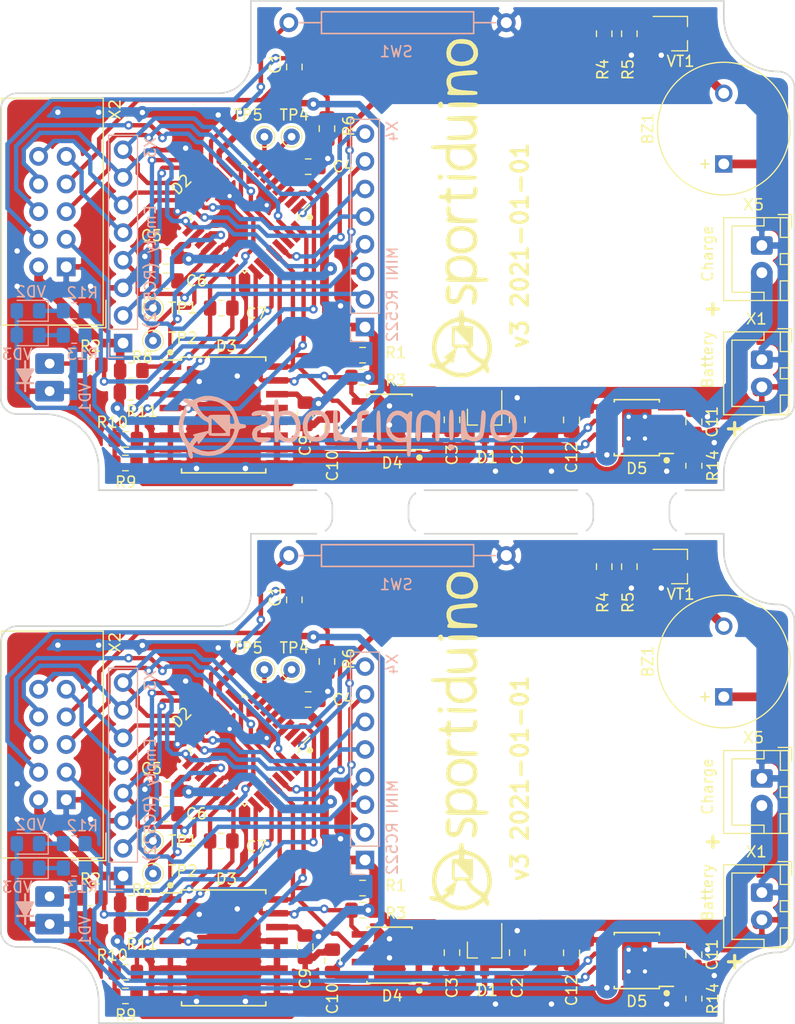
<source format=kicad_pcb>
(kicad_pcb (version 20171130) (host pcbnew 5.1.9-73d0e3b20d~88~ubuntu20.04.1)
  (title_block (title "Sportiduino Base Station") (date 2020-03-23) (rev 3))
  (layers (0 F.Cu signal) (31 B.Cu signal) (34 B.Paste user hide) (35 F.Paste user hide) (36 B.SilkS user) (37 F.SilkS user) (38 B.Mask user hide) (39 F.Mask user hide) (44 Edge.Cuts user))
  (net 0 "")
  (net 1 "Net-(BZ1-Pad2)")
  (net 2 +BATT)
  (net 3 GNDD)
  (net 4 +3V3)
  (net 5 /PB2)
  (net 6 RST)
  (net 7 /PB1)
  (net 8 TX)
  (net 9 RX)
  (net 10 PD6)
  (net 11 /SDA)
  (net 12 /SCL)
  (net 13 "Net-(D2-Pad32)")
  (net 14 "Net-(R2-Pad1)")
  (net 15 "Net-(R4-Pad1)")
  (net 16 "Net-(C1-Pad2)")
  (net 17 "Net-(C6-Pad1)")
  (net 18 ADCEN)
  (net 19 ADCIN)
  (net 20 /BUZ)
  (net 21 /LED)
  (net 22 "Net-(D2-Pad7)")
  (net 23 "Net-(D2-Pad8)")
  (net 24 32K)
  (net 25 "Net-(D2-Pad11)")
  (net 26 PB3)
  (net 27 PB4)
  (net 28 PB5)
  (net 29 "Net-(D2-Pad19)")
  (net 30 "Net-(D2-Pad22)")
  (net 31 ALARM)
  (net 32 PC3)
  (net 33 /PB0)
  (net 34 "Net-(C11-Pad1)")
  (net 35 "Net-(R12-Pad2)")
  (net 36 "Net-(R13-Pad2)")
  (net 37 "Net-(D5-Pad6)")
  (net 38 "Net-(D5-Pad7)")
  (net 39 "Net-(D5-Pad2)")
  (module LED_THT:LED_D3.0mm (layer B.Cu) (at 138.026836 94.337849 90)
    (fp_text reference VD1 (at -0.605 3.259 270) (layer B.SilkS) (effects (justify mirror)))
    (fp_text value "1210 3528 BLUE 3.5x2.8x1.9mm")
    (pad 2 thru_hole roundrect (at 2.54 0 90) (size 1.9 2.65) (drill 0.9) (layers *.Cu *.Mask) (roundrect_rratio 0.132) (net 14 "Net-(R2-Pad1)"))
    (pad 1 thru_hole roundrect (at 0 0 90) (size 1.9 2.65) (drill 0.9) (layers *.Cu *.Mask) (roundrect_rratio 0.132) (net 3 GNDD))
  )
  (module LED_THT:LED_D3.0mm (layer B.Cu) (at 138.026836 143.337849 90)
    (fp_text reference VD1 (at -0.605 3.259 270) (layer B.SilkS) (effects (justify mirror)))
    (fp_text value "1210 3528 BLUE 3.5*2.8*1.9mm")
    (pad 1 thru_hole roundrect (at 0 0 90) (size 1.9 2.65) (drill 0.9) (layers *.Cu *.Mask) (roundrect_rratio 0.132) (net 3 GNDD))
    (pad 2 thru_hole roundrect (at 2.54 0 90) (size 1.9 2.65) (drill 0.9) (layers *.Cu *.Mask) (roundrect_rratio 0.132) (net 14 "Net-(R2-Pad1)"))
  )
  (module Sportiduino:hole (layer F.Cu) (at 196.035836 107.442849)
    (fp_text reference " " hide)
    (fp_text value hole)
    (pad "" np_thru_hole circle (at 0 0) (size 0.8 0.8) (drill 0.8) (layers *.Cu *.Mask))
  )
  (module Sportiduino:hole (layer F.Cu) (at 194.535836 107.442849)
    (fp_text reference " " hide)
    (fp_text value hole)
    (pad "" np_thru_hole circle (at 0 0) (size 0.8 0.8) (drill 0.8) (layers *.Cu *.Mask))
  )
  (module Sportiduino:hole (layer F.Cu) (at 193.035836 107.442849)
    (fp_text reference " " hide)
    (fp_text value hole)
    (pad "" np_thru_hole circle (at 0 0) (size 0.8 0.8) (drill 0.8) (layers *.Cu *.Mask))
  )
  (module Sportiduino:hole (layer F.Cu) (at 191.535836 107.442849)
    (fp_text reference " " hide)
    (fp_text value hole)
    (pad "" np_thru_hole circle (at 0 0) (size 0.8 0.8) (drill 0.8) (layers *.Cu *.Mask))
  )
  (module Sportiduino:hole (layer F.Cu) (at 190.035836 107.442849)
    (fp_text reference " " hide)
    (fp_text value hole)
    (pad "" np_thru_hole circle (at 0 0) (size 0.8 0.8) (drill 0.8) (layers *.Cu *.Mask))
  )
  (module Sportiduino:hole (layer F.Cu) (at 188.535836 107.442849)
    (fp_text reference " " hide)
    (fp_text value hole)
    (pad "" np_thru_hole circle (at 0 0) (size 0.8 0.8) (drill 0.8) (layers *.Cu *.Mask))
  )
  (module Sportiduino:hole (layer F.Cu) (at 187.035836 107.442849)
    (fp_text reference " " hide)
    (fp_text value hole)
    (pad "" np_thru_hole circle (at 0 0) (size 0.8 0.8) (drill 0.8) (layers *.Cu *.Mask))
  )
  (module Sportiduino:hole (layer F.Cu) (at 187.035836 103.442849)
    (fp_text reference " " hide)
    (fp_text value hole)
    (pad "" np_thru_hole circle (at 0 0) (size 0.8 0.8) (drill 0.8) (layers *.Cu *.Mask))
  )
  (module Sportiduino:hole (layer F.Cu) (at 188.535836 103.442849)
    (fp_text reference " " hide)
    (fp_text value hole)
    (pad "" np_thru_hole circle (at 0 0) (size 0.8 0.8) (drill 0.8) (layers *.Cu *.Mask))
  )
  (module Sportiduino:hole (layer F.Cu) (at 190.035836 103.442849)
    (fp_text reference " " hide)
    (fp_text value hole)
    (pad "" np_thru_hole circle (at 0 0) (size 0.8 0.8) (drill 0.8) (layers *.Cu *.Mask))
  )
  (module Sportiduino:hole (layer F.Cu) (at 191.535836 103.442849)
    (fp_text reference " " hide)
    (fp_text value hole)
    (pad "" np_thru_hole circle (at 0 0) (size 0.8 0.8) (drill 0.8) (layers *.Cu *.Mask))
  )
  (module Sportiduino:hole (layer F.Cu) (at 193.035836 103.442849)
    (fp_text reference " " hide)
    (fp_text value hole)
    (pad "" np_thru_hole circle (at 0 0) (size 0.8 0.8) (drill 0.8) (layers *.Cu *.Mask))
  )
  (module Sportiduino:hole (layer F.Cu) (at 194.535836 103.442849)
    (fp_text reference " " hide)
    (fp_text value hole)
    (pad "" np_thru_hole circle (at 0 0) (size 0.8 0.8) (drill 0.8) (layers *.Cu *.Mask))
  )
  (module Sportiduino:hole (layer F.Cu) (at 196.035836 103.442849)
    (fp_text reference " " hide)
    (fp_text value hole)
    (pad "" np_thru_hole circle (at 0 0) (size 0.8 0.8) (drill 0.8) (layers *.Cu *.Mask))
  )
  (module Sportiduino:hole (layer F.Cu) (at 172.035836 107.442849)
    (fp_text reference " " hide)
    (fp_text value hole)
    (pad "" np_thru_hole circle (at 0 0) (size 0.8 0.8) (drill 0.8) (layers *.Cu *.Mask))
  )
  (module Sportiduino:hole (layer F.Cu) (at 170.535836 107.442849)
    (fp_text reference " " hide)
    (fp_text value hole)
    (pad "" np_thru_hole circle (at 0 0) (size 0.8 0.8) (drill 0.8) (layers *.Cu *.Mask))
  )
  (module Sportiduino:hole (layer F.Cu) (at 169.035836 107.442849)
    (fp_text reference " " hide)
    (fp_text value hole)
    (pad "" np_thru_hole circle (at 0 0) (size 0.8 0.8) (drill 0.8) (layers *.Cu *.Mask))
  )
  (module Sportiduino:hole (layer F.Cu) (at 167.535836 107.442849)
    (fp_text reference " " hide)
    (fp_text value hole)
    (pad "" np_thru_hole circle (at 0 0) (size 0.8 0.8) (drill 0.8) (layers *.Cu *.Mask))
  )
  (module Sportiduino:hole (layer F.Cu) (at 166.035836 107.442849)
    (fp_text reference " " hide)
    (fp_text value hole)
    (pad "" np_thru_hole circle (at 0 0) (size 0.8 0.8) (drill 0.8) (layers *.Cu *.Mask))
  )
  (module Sportiduino:hole (layer F.Cu) (at 164.535836 107.442849)
    (fp_text reference " " hide)
    (fp_text value hole)
    (pad "" np_thru_hole circle (at 0 0) (size 0.8 0.8) (drill 0.8) (layers *.Cu *.Mask))
  )
  (module Sportiduino:hole (layer F.Cu) (at 163.035836 107.442849)
    (fp_text reference " " hide)
    (fp_text value hole)
    (pad "" np_thru_hole circle (at 0 0) (size 0.8 0.8) (drill 0.8) (layers *.Cu *.Mask))
  )
  (module Sportiduino:hole (layer F.Cu) (at 163.035836 103.442849)
    (fp_text reference " " hide)
    (fp_text value hole)
    (pad "" np_thru_hole circle (at 0 0) (size 0.8 0.8) (drill 0.8) (layers *.Cu *.Mask))
  )
  (module Sportiduino:hole (layer F.Cu) (at 164.535836 103.442849)
    (fp_text reference " " hide)
    (fp_text value hole)
    (pad "" np_thru_hole circle (at 0 0) (size 0.8 0.8) (drill 0.8) (layers *.Cu *.Mask))
  )
  (module Sportiduino:hole (layer F.Cu) (at 166.035836 103.442849)
    (fp_text reference " " hide)
    (fp_text value hole)
    (pad "" np_thru_hole circle (at 0 0) (size 0.8 0.8) (drill 0.8) (layers *.Cu *.Mask))
  )
  (module Sportiduino:hole (layer F.Cu) (at 167.535836 103.442849)
    (fp_text reference " " hide)
    (fp_text value hole)
    (pad "" np_thru_hole circle (at 0 0) (size 0.8 0.8) (drill 0.8) (layers *.Cu *.Mask))
  )
  (module Sportiduino:hole (layer F.Cu) (at 169.035836 103.442849)
    (fp_text reference " " hide)
    (fp_text value hole)
    (pad "" np_thru_hole circle (at 0 0) (size 0.8 0.8) (drill 0.8) (layers *.Cu *.Mask))
  )
  (module Sportiduino:hole (layer F.Cu) (at 170.535836 103.442849)
    (fp_text reference " " hide)
    (fp_text value hole)
    (pad "" np_thru_hole circle (at 0 0) (size 0.8 0.8) (drill 0.8) (layers *.Cu *.Mask))
  )
  (module Sportiduino:hole (layer F.Cu) (at 172.035836 103.442849)
    (fp_text reference " " hide)
    (fp_text value hole)
    (pad "" np_thru_hole circle (at 0 0) (size 0.8 0.8) (drill 0.8) (layers *.Cu *.Mask))
  )
  (module Sportiduino:logo (layer F.Cu) (at 175.785836 126.442849 90)
    (fp_text reference G*** hide)
    (fp_text value LOGO hide)
  )
  (module Resistor_SMD:R_0805_2012Metric_Pad1.20x1.40mm_HandSolder (layer B.Cu) (at 140.285836 135.942849 180)
    (fp_text reference R12 (at -0.75 1.65) (layer B.SilkS) (effects (justify mirror)))
    (fp_text value 1K)
    (pad 1 smd roundrect (at -1 0 180) (size 1.2 1.4) (layers B.Cu B.Paste B.Mask) (roundrect_rratio 0.208333) (net 37 "Net-(D5-Pad6)"))
    (pad 2 smd roundrect (at 1 0 180) (size 1.2 1.4) (layers B.Cu B.Paste B.Mask) (roundrect_rratio 0.208333) (net 35 "Net-(R12-Pad2)"))
  )
  (module LED_SMD:LED_0805_2012Metric_Pad1.15x1.40mm_HandSolder (layer B.Cu) (at 136.035836 135.942849 180)
    (fp_text reference VD2 (at -0.249164 1.75) (layer B.SilkS) (effects (justify mirror)))
    (fp_text value "0805 GREEN")
    (pad 1 smd roundrect (at -1.025 0 180) (size 1.15 1.4) (layers B.Cu B.Paste B.Mask) (roundrect_rratio 0.217391) (net 35 "Net-(R12-Pad2)"))
    (pad 2 smd roundrect (at 1.025 0 180) (size 1.15 1.4) (layers B.Cu B.Paste B.Mask) (roundrect_rratio 0.217391) (net 34 "Net-(C11-Pad1)"))
  )
  (module Resistor_SMD:R_0805_2012Metric_Pad1.15x1.40mm_HandSolder (layer F.Cu) (at 145.510836 143.442849)
    (fp_text reference R11 (at 1.025 1.75 180) (layer F.SilkS))
    (fp_text value 3K3)
    (pad 1 smd roundrect (at -1.025 0) (size 1.15 1.4) (layers F.Cu F.Paste F.Mask) (roundrect_rratio 0.217391) (net 4 +3V3))
    (pad 2 smd roundrect (at 1.025 0) (size 1.15 1.4) (layers F.Cu F.Paste F.Mask) (roundrect_rratio 0.217391) (net 31 ALARM))
  )
  (module Resistor_SMD:R_0805_2012Metric_Pad1.15x1.40mm_HandSolder (layer F.Cu) (at 145.535836 141.442849)
    (fp_text reference R8 (at 1 -1.25 180) (layer F.SilkS))
    (fp_text value 3K3)
    (pad 1 smd roundrect (at -1.025 0) (size 1.15 1.4) (layers F.Cu F.Paste F.Mask) (roundrect_rratio 0.217391) (net 4 +3V3))
    (pad 2 smd roundrect (at 1.025 0) (size 1.15 1.4) (layers F.Cu F.Paste F.Mask) (roundrect_rratio 0.217391) (net 24 32K))
  )
  (module Resistor_SMD:R_0805_2012Metric_Pad1.15x1.40mm_HandSolder (layer F.Cu) (at 163.535836 119.192849 90)
    (fp_text reference R6 (at 0.25 2 270) (layer F.SilkS))
    (fp_text value 33K)
    (pad 1 smd roundrect (at -1.025 0 90) (size 1.15 1.4) (layers F.Cu F.Paste F.Mask) (roundrect_rratio 0.217391) (net 4 +3V3))
    (pad 2 smd roundrect (at 1.025 0 90) (size 1.15 1.4) (layers F.Cu F.Paste F.Mask) (roundrect_rratio 0.217391) (net 6 RST))
  )
  (module Resistor_SMD:R_0805_2012Metric_Pad1.15x1.40mm_HandSolder (layer F.Cu) (at 144.998836 149.942849)
    (fp_text reference R9 (at 0.031164 1.75) (layer F.SilkS))
    (fp_text value 270K)
    (pad 2 smd roundrect (at 1.025 0) (size 1.15 1.4) (layers F.Cu F.Paste F.Mask) (roundrect_rratio 0.217391) (net 2 +BATT))
    (pad 1 smd roundrect (at -1.025 0) (size 1.15 1.4) (layers F.Cu F.Paste F.Mask) (roundrect_rratio 0.217391) (net 19 ADCIN))
  )
  (module Capacitor_SMD:C_0805_2012Metric_Pad1.15x1.40mm_HandSolder (layer F.Cu) (at 160.536 113.525 90)
    (fp_text reference C1 (at 0.332151 -1.750164 90) (layer F.SilkS))
    (fp_text value "100 nF")
    (pad 1 smd roundrect (at -1.025 0 90) (size 1.15 1.4) (layers F.Cu F.Paste F.Mask) (roundrect_rratio 0.217391) (net 6 RST))
    (pad 2 smd roundrect (at 1.025 0 90) (size 1.15 1.4) (layers F.Cu F.Paste F.Mask) (roundrect_rratio 0.217391) (net 16 "Net-(C1-Pad2)"))
  )
  (module Resistor_SMD:R_0805_2012Metric_Pad1.20x1.40mm_HandSolder (layer F.Cu) (at 197.285836 150.192849 90)
    (fp_text reference R14 (at 0 1.75 90) (layer F.SilkS))
    (fp_text value 3K)
    (pad 1 smd roundrect (at -1 0 90) (size 1.2 1.4) (layers F.Cu F.Paste F.Mask) (roundrect_rratio 0.208333) (net 3 GNDD))
    (pad 2 smd roundrect (at 1 0 90) (size 1.2 1.4) (layers F.Cu F.Paste F.Mask) (roundrect_rratio 0.208333) (net 39 "Net-(D5-Pad2)"))
  )
  (module TestPoint:TestPoint_THTPad_D1.5mm_Drill0.7mm (layer F.Cu) (at 160.285836 119.942849 180)
    (fp_text reference TP4 (at -0.25 2 180) (layer F.SilkS))
    (fp_text value "TestPoint (empty)")
    (pad 1 thru_hole circle (at 0 0 180) (size 1.5 1.5) (drill 0.7) (layers *.Cu *.Mask) (net 22 "Net-(D2-Pad7)"))
  )
  (module TestPoint:TestPoint_THTPad_D1.5mm_Drill0.7mm (layer F.Cu) (at 147.535836 138.692849 180)
    (fp_text reference TP2 (at -2.75 0.25 180) (layer F.SilkS))
    (fp_text value "TestPoint (empty)")
    (pad 1 thru_hole circle (at 0 0 180) (size 1.5 1.5) (drill 0.7) (layers *.Cu *.Mask) (net 30 "Net-(D2-Pad22)"))
  )
  (module LED_SMD:LED_0805_2012Metric_Pad1.15x1.40mm_HandSolder (layer B.Cu) (at 136.035836 138.192849 180)
    (fp_text reference VD3 (at 1 -1.75) (layer B.SilkS) (effects (justify mirror)))
    (fp_text value "0805 RED")
    (pad 1 smd roundrect (at -1.025 0 180) (size 1.15 1.4) (layers B.Cu B.Paste B.Mask) (roundrect_rratio 0.217391) (net 36 "Net-(R13-Pad2)"))
    (pad 2 smd roundrect (at 1.025 0 180) (size 1.15 1.4) (layers B.Cu B.Paste B.Mask) (roundrect_rratio 0.217391) (net 34 "Net-(C11-Pad1)"))
  )
  (module Capacitor_SMD:C_0805_2012Metric_Pad1.15x1.40mm_HandSolder (layer F.Cu) (at 148.760836 133.192849 180)
    (fp_text reference C6 (at -2.775 0) (layer F.SilkS))
    (fp_text value "100 nF")
    (pad 2 smd roundrect (at 1.025 0 180) (size 1.15 1.4) (layers F.Cu F.Paste F.Mask) (roundrect_rratio 0.217391) (net 3 GNDD))
    (pad 1 smd roundrect (at -1.025 0 180) (size 1.15 1.4) (layers F.Cu F.Paste F.Mask) (roundrect_rratio 0.217391) (net 17 "Net-(C6-Pad1)"))
  )
  (module Sportiduino:SOIC-16W_7.5x10.3mm_P1.27mm (layer F.Cu) (at 154.035836 145.52)
    (fp_text reference D3 (at 0.25 -6.327151) (layer F.SilkS))
    (fp_text value DS3231SN)
    (pad 16 smd rect (at 4.9 -4.445) (size 2 0.6) (layers F.Cu F.Paste F.Mask) (net 12 /SCL))
    (pad 15 smd rect (at 4.9 -3.175) (size 2 0.6) (layers F.Cu F.Paste F.Mask) (net 11 /SDA))
    (pad 14 smd rect (at 4.9 -1.905) (size 2 0.6) (layers F.Cu F.Paste F.Mask) (net 4 +3V3))
    (pad 13 smd rect (at 4.9 -0.635) (size 2 0.6) (layers F.Cu F.Paste F.Mask) (net 3 GNDD))
    (pad 12 smd rect (at 4.9 0.635) (size 2 0.6) (layers F.Cu F.Paste F.Mask) (net 3 GNDD))
    (pad 11 smd rect (at 4.9 1.905) (size 2 0.6) (layers F.Cu F.Paste F.Mask) (net 3 GNDD))
    (pad 10 smd rect (at 4.9 3.175) (size 2 0.6) (layers F.Cu F.Paste F.Mask) (net 3 GNDD))
    (pad 9 smd rect (at 4.9 4.445) (size 2 0.6) (layers F.Cu F.Paste F.Mask) (net 3 GNDD))
    (pad 8 smd rect (at -4.9 4.445) (size 2 0.6) (layers F.Cu F.Paste F.Mask) (net 3 GNDD))
    (pad 7 smd rect (at -4.9 3.175) (size 2 0.6) (layers F.Cu F.Paste F.Mask) (net 3 GNDD))
    (pad 6 smd rect (at -4.9 1.905) (size 2 0.6) (layers F.Cu F.Paste F.Mask) (net 3 GNDD))
    (pad 5 smd rect (at -4.9 0.635) (size 2 0.6) (layers F.Cu F.Paste F.Mask) (net 3 GNDD))
    (pad 4 smd rect (at -4.9 -0.635) (size 2 0.6) (layers F.Cu F.Paste F.Mask) (net 13 "Net-(D2-Pad32)"))
    (pad 3 smd rect (at -4.9 -1.905) (size 2 0.6) (layers F.Cu F.Paste F.Mask) (net 31 ALARM))
    (pad 2 smd rect (at -4.9 -3.175) (size 2 0.6) (layers F.Cu F.Paste F.Mask) (net 3 GNDD))
    (pad 1 smd rect (at -4.9 -4.445) (size 2 0.6) (layers F.Cu F.Paste F.Mask) (net 24 32K))
  )
  (module Capacitor_SMD:C_0805_2012Metric_Pad1.15x1.40mm_HandSolder (layer F.Cu) (at 153.810836 135.692849)
    (fp_text reference C7 (at 3.225 0.5) (layer F.SilkS))
    (fp_text value "100 nF")
    (pad 2 smd roundrect (at 1.025 0) (size 1.15 1.4) (layers F.Cu F.Paste F.Mask) (roundrect_rratio 0.217391) (net 18 ADCEN))
    (pad 1 smd roundrect (at -1.025 0) (size 1.15 1.4) (layers F.Cu F.Paste F.Mask) (roundrect_rratio 0.217391) (net 19 ADCIN))
  )
  (module Buzzer_Beeper:MagneticBuzzer_ProSignal_ABT-410-RC (layer F.Cu) (at 200.035836 122.442849 90)
    (fp_text reference BZ1 (at 3.25 -7 270) (layer F.SilkS))
    (fp_text value "Passive Buzzer 12085 (12x8.5mm) 16 ohm")
    (fp_text user + (at 0 -1.8 90) (layer F.SilkS))
    (pad 2 thru_hole circle (at 6.5 0 90) (size 1.6 1.6) (drill 1) (layers *.Cu *.Mask) (net 1 "Net-(BZ1-Pad2)"))
    (pad 1 thru_hole rect (at 0 0 90) (size 1.6 1.6) (drill 1) (layers *.Cu *.Mask) (net 2 +BATT))
  )
  (module Capacitor_SMD:C_0805_2012Metric_Pad1.18x1.45mm_HandSolder (layer F.Cu) (at 186.035836 145.980349 270)
    (fp_text reference C12 (at 3.4625 0 90) (layer F.SilkS))
    (fp_text value "10 uF")
    (pad 1 smd roundrect (at -1.0375 0 270) (size 1.175 1.45) (layers F.Cu F.Paste F.Mask) (roundrect_rratio 0.212766) (net 2 +BATT))
    (pad 2 smd roundrect (at 1.0375 0 270) (size 1.175 1.45) (layers F.Cu F.Paste F.Mask) (roundrect_rratio 0.212766) (net 3 GNDD))
  )
  (module Capacitor_SMD:C_0805_2012Metric_Pad1.15x1.40mm_HandSolder (layer F.Cu) (at 181.035836 145.967849 90)
    (fp_text reference C2 (at -3.225 0 90) (layer F.SilkS))
    (fp_text value "4.7 uF")
    (pad 2 smd roundrect (at 1.025 0 90) (size 1.15 1.4) (layers F.Cu F.Paste F.Mask) (roundrect_rratio 0.217391) (net 3 GNDD))
    (pad 1 smd roundrect (at -1.025 0 90) (size 1.15 1.4) (layers F.Cu F.Paste F.Mask) (roundrect_rratio 0.217391) (net 2 +BATT))
  )
  (module Capacitor_SMD:C_0805_2012Metric_Pad1.15x1.40mm_HandSolder (layer F.Cu) (at 175.035836 145.967849 270)
    (fp_text reference C3 (at 3.225 0 270) (layer F.SilkS))
    (fp_text value "4.7 uF")
    (pad 1 smd roundrect (at -1.025 0 270) (size 1.15 1.4) (layers F.Cu F.Paste F.Mask) (roundrect_rratio 0.217391) (net 4 +3V3))
    (pad 2 smd roundrect (at 1.025 0 270) (size 1.15 1.4) (layers F.Cu F.Paste F.Mask) (roundrect_rratio 0.217391) (net 3 GNDD))
  )
  (module Resistor_SMD:R_0805_2012Metric_Pad1.15x1.40mm_HandSolder (layer F.Cu) (at 141.760836 140.942849)
    (fp_text reference R2 (at 0.025 -1.75 180) (layer F.SilkS))
    (fp_text value 100)
    (pad 2 smd roundrect (at 1.025 0) (size 1.15 1.4) (layers F.Cu F.Paste F.Mask) (roundrect_rratio 0.217391) (net 21 /LED))
    (pad 1 smd roundrect (at -1.025 0) (size 1.15 1.4) (layers F.Cu F.Paste F.Mask) (roundrect_rratio 0.217391) (net 14 "Net-(R2-Pad1)"))
  )
  (module Resistor_SMD:R_0805_2012Metric_Pad1.15x1.40mm_HandSolder (layer F.Cu) (at 145.03 147.77 180)
    (fp_text reference R10 (at 1.244164 1.577151 180) (layer F.SilkS))
    (fp_text value 68K)
    (pad 1 smd roundrect (at -1.025 0 180) (size 1.15 1.4) (layers F.Cu F.Paste F.Mask) (roundrect_rratio 0.217391) (net 18 ADCEN))
    (pad 2 smd roundrect (at 1.025 0 180) (size 1.15 1.4) (layers F.Cu F.Paste F.Mask) (roundrect_rratio 0.217391) (net 19 ADCIN))
  )
  (module Package_TO_SOT_SMD:SOT-23_Handsoldering (layer F.Cu) (at 178.035836 145.692849 270)
    (fp_text reference D1 (at 3.75 -0.25 180) (layer F.SilkS))
    (fp_text value MCP1700-3302E)
    (pad 3 smd rect (at 1.5 0 270) (size 1.9 0.8) (layers F.Cu F.Paste F.Mask) (net 2 +BATT))
    (pad 2 smd rect (at -1.5 0.95 270) (size 1.9 0.8) (layers F.Cu F.Paste F.Mask) (net 4 +3V3))
    (pad 1 smd rect (at -1.5 -0.95 270) (size 1.9 0.8) (layers F.Cu F.Paste F.Mask) (net 3 GNDD))
  )
  (module Capacitor_SMD:C_0805_2012Metric_Pad1.15x1.40mm_HandSolder (layer F.Cu) (at 148.760836 130.942849 180)
    (fp_text reference C5 (at 1.374836 1.905) (layer F.SilkS))
    (fp_text value "100 nF")
    (pad 1 smd roundrect (at -1.025 0 180) (size 1.15 1.4) (layers F.Cu F.Paste F.Mask) (roundrect_rratio 0.217391) (net 4 +3V3))
    (pad 2 smd roundrect (at 1.025 0 180) (size 1.15 1.4) (layers F.Cu F.Paste F.Mask) (roundrect_rratio 0.217391) (net 3 GNDD))
  )
  (module Connector_JST:JST_XH_B2B-XH-A_1x02_P2.50mm_Vertical (layer F.Cu) (at 203.535836 140.442849 270)
    (fp_text reference X1 (at -3.75 0.5) (layer F.SilkS))
    (fp_text value Battery (at 0 5 90) (layer F.SilkS))
    (pad 1 thru_hole roundrect (at 0 0 270) (size 1.7 2) (drill 1) (layers *.Cu *.Mask) (roundrect_rratio 0.147059) (net 3 GNDD))
    (pad 2 thru_hole oval (at 2.5 0 270) (size 1.7 2) (drill 1) (layers *.Cu *.Mask) (net 2 +BATT))
  )
  (module Capacitor_SMD:C_0805_2012Metric_Pad1.18x1.45mm_HandSolder (layer F.Cu) (at 197.285836 146.155349 270)
    (fp_text reference C11 (at 0 -1.68 90) (layer F.SilkS))
    (fp_text value "10 uF")
    (pad 1 smd roundrect (at -1.0375 0 270) (size 1.175 1.45) (layers F.Cu F.Paste F.Mask) (roundrect_rratio 0.212766) (net 34 "Net-(C11-Pad1)"))
    (pad 2 smd roundrect (at 1.0375 0 270) (size 1.175 1.45) (layers F.Cu F.Paste F.Mask) (roundrect_rratio 0.212766) (net 3 GNDD))
  )
  (module Package_SO:SOIC-8_3.9x4.9mm_P1.27mm (layer F.Cu) (at 169.285836 146.192849 180)
    (fp_text reference D4 (at -0.25 -3.75) (layer F.SilkS))
    (fp_text value 24LC256T-I/SN)
    (pad 8 smd rect (at 2.7 -1.905 180) (size 1.55 0.6) (layers F.Cu F.Paste F.Mask) (net 10 PD6))
    (pad 7 smd rect (at 2.7 -0.635 180) (size 1.55 0.6) (layers F.Cu F.Paste F.Mask) (net 3 GNDD))
    (pad 6 smd rect (at 2.7 0.635 180) (size 1.55 0.6) (layers F.Cu F.Paste F.Mask) (net 12 /SCL))
    (pad 5 smd rect (at 2.7 1.905 180) (size 1.55 0.6) (layers F.Cu F.Paste F.Mask) (net 11 /SDA))
    (pad 4 smd rect (at -2.7 1.905 180) (size 1.55 0.6) (layers F.Cu F.Paste F.Mask) (net 3 GNDD))
    (pad 3 smd rect (at -2.7 0.635 180) (size 1.55 0.6) (layers F.Cu F.Paste F.Mask) (net 3 GNDD))
    (pad 2 smd rect (at -2.7 -0.635 180) (size 1.55 0.6) (layers F.Cu F.Paste F.Mask) (net 3 GNDD))
    (pad 1 smd rect (at -2.7 -1.905 180) (size 1.55 0.6) (layers F.Cu F.Paste F.Mask) (net 3 GNDD))
  )
  (module Button_Switch_THT:SW_reed (layer B.Cu) (at 170.030836 109.452)
    (fp_text reference SW1 (at -0.127 2.667) (layer B.SilkS) (effects (justify mirror)))
    (fp_text value "Reed Switch Normally Open 2x14mm")
    (pad 1 thru_hole circle (at -10 0) (size 1.7272 1.7272) (drill 1.016) (layers *.Cu *.Mask) (net 25 "Net-(D2-Pad11)"))
    (pad 2 thru_hole circle (at 10 0) (size 1.7272 1.7272) (drill 1.016) (layers *.Cu *.Mask) (net 3 GNDD))
  )
  (module Resistor_SMD:R_0805_2012Metric_Pad1.15x1.40mm_HandSolder (layer F.Cu) (at 166.810836 142.058 180)
    (fp_text reference R3 (at -3.061164 -0.277151 180) (layer F.SilkS))
    (fp_text value 10K)
    (pad 1 smd roundrect (at -1.025 0 180) (size 1.15 1.4) (layers F.Cu F.Paste F.Mask) (roundrect_rratio 0.217391) (net 4 +3V3))
    (pad 2 smd roundrect (at 1.025 0 180) (size 1.15 1.4) (layers F.Cu F.Paste F.Mask) (roundrect_rratio 0.217391) (net 11 /SDA))
  )
  (module Resistor_SMD:R_0805_2012Metric_Pad1.15x1.40mm_HandSolder (layer F.Cu) (at 166.810836 140.026 180)
    (fp_text reference R1 (at -3.048 0.230849 180) (layer F.SilkS))
    (fp_text value 10K)
    (pad 1 smd roundrect (at -1.025 0 180) (size 1.15 1.4) (layers F.Cu F.Paste F.Mask) (roundrect_rratio 0.217391) (net 4 +3V3))
    (pad 2 smd roundrect (at 1.025 0 180) (size 1.15 1.4) (layers F.Cu F.Paste F.Mask) (roundrect_rratio 0.217391) (net 12 /SCL))
  )
  (module Resistor_SMD:R_0805_2012Metric_Pad1.15x1.40mm_HandSolder (layer F.Cu) (at 191.350836 110.469849 90)
    (fp_text reference R5 (at -3.293 -0.127 90) (layer F.SilkS))
    (fp_text value 33K)
    (pad 1 smd roundrect (at -1.025 0 90) (size 1.15 1.4) (layers F.Cu F.Paste F.Mask) (roundrect_rratio 0.217391) (net 3 GNDD))
    (pad 2 smd roundrect (at 1.025 0 90) (size 1.15 1.4) (layers F.Cu F.Paste F.Mask) (roundrect_rratio 0.217391) (net 15 "Net-(R4-Pad1)"))
  )
  (module Package_TO_SOT_SMD:SOT-23_Handsoldering (layer F.Cu) (at 195.938836 110.460849)
    (fp_text reference VT1 (at 0.127 2.54) (layer F.SilkS))
    (fp_text value BSS138)
    (pad 1 smd rect (at -1.5 -0.95) (size 1.9 0.8) (layers F.Cu F.Paste F.Mask) (net 15 "Net-(R4-Pad1)"))
    (pad 2 smd rect (at -1.5 0.95) (size 1.9 0.8) (layers F.Cu F.Paste F.Mask) (net 3 GNDD))
    (pad 3 smd rect (at 1.5 0) (size 1.9 0.8) (layers F.Cu F.Paste F.Mask) (net 1 "Net-(BZ1-Pad2)"))
  )
  (module TestPoint:TestPoint_THTPad_D1.5mm_Drill0.7mm (layer F.Cu) (at 147.535836 135.692849 180)
    (fp_text reference TP1 (at -2.75 0 180) (layer F.SilkS))
    (fp_text value "TestPoint (empty)")
    (pad 1 thru_hole circle (at 0 0 180) (size 1.5 1.5) (drill 0.7) (layers *.Cu *.Mask) (net 29 "Net-(D2-Pad19)"))
  )
  (module Capacitor_SMD:C_0805_2012Metric_Pad1.15x1.40mm_HandSolder (layer F.Cu) (at 161.535836 145.417849 270)
    (fp_text reference C9 (at 2.921 0 270) (layer F.SilkS))
    (fp_text value "100 nF")
    (pad 1 smd roundrect (at -1.025 0 270) (size 1.15 1.4) (layers F.Cu F.Paste F.Mask) (roundrect_rratio 0.217391) (net 4 +3V3))
    (pad 2 smd roundrect (at 1.025 0 270) (size 1.15 1.4) (layers F.Cu F.Paste F.Mask) (roundrect_rratio 0.217391) (net 3 GNDD))
  )
  (module Capacitor_SMD:C_0805_2012Metric_Pad1.15x1.40mm_HandSolder (layer F.Cu) (at 161.810836 122.692849)
    (fp_text reference C4 (at 3.225 0 -180) (layer F.SilkS))
    (fp_text value "100 nF")
    (pad 2 smd roundrect (at 1.025 0) (size 1.15 1.4) (layers F.Cu F.Paste F.Mask) (roundrect_rratio 0.217391) (net 3 GNDD))
    (pad 1 smd roundrect (at -1.025 0) (size 1.15 1.4) (layers F.Cu F.Paste F.Mask) (roundrect_rratio 0.217391) (net 4 +3V3))
  )
  (module Connector_IDC:IDC-Header_2x05_P2.54mm_Vertical (layer F.Cu) (at 139.550836 131.907849 180)
    (fp_text reference X2 (at -4.485 14.465 270) (layer F.SilkS))
    (fp_text value Prog)
    (pad 10 thru_hole oval (at 2.54 10.16 180) (size 1.7272 1.7272) (drill 1.016) (layers *.Cu *.Mask) (net 26 PB3))
    (pad 9 thru_hole oval (at 0 10.16 180) (size 1.7272 1.7272) (drill 1.016) (layers *.Cu *.Mask) (net 27 PB4))
    (pad 8 thru_hole oval (at 2.54 7.62 180) (size 1.7272 1.7272) (drill 1.016) (layers *.Cu *.Mask) (net 28 PB5))
    (pad 7 thru_hole oval (at 0 7.62 180) (size 1.7272 1.7272) (drill 1.016) (layers *.Cu *.Mask) (net 6 RST))
    (pad 6 thru_hole oval (at 2.54 5.08 180) (size 1.7272 1.7272) (drill 1.016) (layers *.Cu *.Mask) (net 9 RX))
    (pad 5 thru_hole oval (at 0 5.08 180) (size 1.7272 1.7272) (drill 1.016) (layers *.Cu *.Mask) (net 8 TX))
    (pad 4 thru_hole oval (at 2.54 2.54 180) (size 1.7272 1.7272) (drill 1.016) (layers *.Cu *.Mask) (net 16 "Net-(C1-Pad2)"))
    (pad 3 thru_hole oval (at 0 2.54 180) (size 1.7272 1.7272) (drill 1.016) (layers *.Cu *.Mask) (net 32 PC3))
    (pad 2 thru_hole oval (at 2.54 0 180) (size 1.7272 1.7272) (drill 1.016) (layers *.Cu *.Mask) (net 4 +3V3))
    (pad 1 thru_hole rect (at 0 0 180) (size 1.7272 1.7272) (drill 1.016) (layers *.Cu *.Mask) (net 3 GNDD))
  )
  (module Resistor_SMD:R_0805_2012Metric_Pad1.15x1.40mm_HandSolder (layer F.Cu) (at 189.035836 110.469849 270)
    (fp_text reference R4 (at 3.293 0.127 90) (layer F.SilkS))
    (fp_text value 3K3)
    (pad 2 smd roundrect (at 1.025 0 270) (size 1.15 1.4) (layers F.Cu F.Paste F.Mask) (roundrect_rratio 0.217391) (net 20 /BUZ))
    (pad 1 smd roundrect (at -1.025 0 270) (size 1.15 1.4) (layers F.Cu F.Paste F.Mask) (roundrect_rratio 0.217391) (net 15 "Net-(R4-Pad1)"))
  )
  (module Connector_PinHeader_2.54mm:PinHeader_1x08_P2.54mm_Vertical (layer B.Cu) (at 144.78 138.916)
    (fp_text reference X3 (at 2.505836 -17.973151 90) (layer B.SilkS) (effects (justify mirror)))
    (fp_text value "Empty (RC522)" (at 2.505836 -6.973151 90) (layer B.SilkS) (effects (justify mirror)))
    (pad 8 thru_hole oval (at 0 -17.78) (size 1.7 1.7) (drill 1) (layers *.Cu *.Mask) (net 5 /PB2))
    (pad 7 thru_hole oval (at 0 -15.24) (size 1.7 1.7) (drill 1) (layers *.Cu *.Mask) (net 28 PB5))
    (pad 6 thru_hole oval (at 0 -12.7) (size 1.7 1.7) (drill 1) (layers *.Cu *.Mask) (net 26 PB3))
    (pad 5 thru_hole oval (at 0 -10.16) (size 1.7 1.7) (drill 1) (layers *.Cu *.Mask) (net 27 PB4))
    (pad 4 thru_hole oval (at 0 -7.62) (size 1.7 1.7) (drill 1) (layers *.Cu *.Mask) (net 33 /PB0))
    (pad 3 thru_hole oval (at 0 -5.08) (size 1.7 1.7) (drill 1) (layers *.Cu *.Mask) (net 3 GNDD))
    (pad 2 thru_hole oval (at 0 -2.54) (size 1.7 1.7) (drill 1) (layers *.Cu *.Mask) (net 7 /PB1))
    (pad 1 thru_hole rect (at 0 0) (size 1.7 1.7) (drill 1) (layers *.Cu *.Mask) (net 4 +3V3))
  )
  (module TestPoint:TestPoint_THTPad_D1.5mm_Drill0.7mm (layer F.Cu) (at 157.785836 119.942849 180)
    (fp_text reference TP5 (at 1.5 2 180) (layer F.SilkS))
    (fp_text value "TestPoint (empty)")
    (pad 1 thru_hole circle (at 0 0 180) (size 1.5 1.5) (drill 0.7) (layers *.Cu *.Mask) (net 23 "Net-(D2-Pad8)"))
  )
  (module Capacitor_SMD:C_0805_2012Metric_Pad1.15x1.40mm_HandSolder (layer F.Cu) (at 164.035836 146.717849 90)
    (fp_text reference C10 (at -3.475 0 90) (layer F.SilkS))
    (fp_text value "100 nF")
    (pad 1 smd roundrect (at -1.025 0 90) (size 1.15 1.4) (layers F.Cu F.Paste F.Mask) (roundrect_rratio 0.217391) (net 10 PD6))
    (pad 2 smd roundrect (at 1.025 0 90) (size 1.15 1.4) (layers F.Cu F.Paste F.Mask) (roundrect_rratio 0.217391) (net 3 GNDD))
  )
  (module Resistor_SMD:R_0805_2012Metric_Pad1.20x1.40mm_HandSolder (layer B.Cu) (at 140.285836 138.192849 180)
    (fp_text reference R13 (at -0.75 -1.75) (layer B.SilkS) (effects (justify mirror)))
    (fp_text value 1K)
    (pad 1 smd roundrect (at -1 0 180) (size 1.2 1.4) (layers B.Cu B.Paste B.Mask) (roundrect_rratio 0.208333) (net 38 "Net-(D5-Pad7)"))
    (pad 2 smd roundrect (at 1 0 180) (size 1.2 1.4) (layers B.Cu B.Paste B.Mask) (roundrect_rratio 0.208333) (net 36 "Net-(R13-Pad2)"))
  )
  (module Sportiduino:TP4056_SOP-8-PP (layer F.Cu) (at 192.035836 146.692849 180)
    (fp_text reference D5 (at 0 -3.75 180) (layer F.SilkS))
    (fp_text value TP4056)
    (pad 1 smd rect (at -2.7 -1.905 180) (size 1.5 0.65) (layers F.Cu F.Paste F.Mask) (net 3 GNDD))
    (pad 2 smd rect (at -2.7 -0.635 180) (size 1.5 0.65) (layers F.Cu F.Paste F.Mask) (net 39 "Net-(D5-Pad2)"))
    (pad 3 smd rect (at -2.7 0.635 180) (size 1.5 0.65) (layers F.Cu F.Paste F.Mask) (net 3 GNDD))
    (pad 4 smd rect (at -2.7 1.905 180) (size 1.5 0.65) (layers F.Cu F.Paste F.Mask) (net 34 "Net-(C11-Pad1)"))
    (pad 5 smd rect (at 2.7 1.905 180) (size 1.5 0.65) (layers F.Cu F.Paste F.Mask) (net 2 +BATT))
    (pad 6 smd rect (at 2.7 0.635 180) (size 1.5 0.65) (layers F.Cu F.Paste F.Mask) (net 37 "Net-(D5-Pad6)"))
    (pad 7 smd rect (at 2.7 -0.635 180) (size 1.5 0.65) (layers F.Cu F.Paste F.Mask) (net 38 "Net-(D5-Pad7)"))
    (pad 8 smd rect (at 2.7 -1.905 180) (size 1.5 0.65) (layers F.Cu F.Paste F.Mask) (net 34 "Net-(C11-Pad1)"))
    (pad 9 smd rect (at 0 0 180) (size 2.7 3.6) (layers F.Cu F.Paste F.Mask) (net 3 GNDD))
  )
  (module Package_QFP:TQFP-32_7x7mm_P0.8mm (layer F.Cu) (at 155.956 127.362266 225)
    (fp_text reference D2 (at 1.976354 6.254137 225) (layer F.SilkS))
    (fp_text value ATmega328P-AU)
    (pad 32 smd rect (at -2.8 -4.25 315) (size 1.6 0.55) (layers F.Cu F.Paste F.Mask) (net 13 "Net-(D2-Pad32)"))
    (pad 31 smd rect (at -2 -4.25 315) (size 1.6 0.55) (layers F.Cu F.Paste F.Mask) (net 8 TX))
    (pad 30 smd rect (at -1.2 -4.25 315) (size 1.6 0.55) (layers F.Cu F.Paste F.Mask) (net 9 RX))
    (pad 29 smd rect (at -0.4 -4.25 315) (size 1.6 0.55) (layers F.Cu F.Paste F.Mask) (net 6 RST))
    (pad 28 smd rect (at 0.4 -4.25 315) (size 1.6 0.55) (layers F.Cu F.Paste F.Mask) (net 12 /SCL))
    (pad 27 smd rect (at 1.2 -4.25 315) (size 1.6 0.55) (layers F.Cu F.Paste F.Mask) (net 11 /SDA))
    (pad 26 smd rect (at 2 -4.25 315) (size 1.6 0.55) (layers F.Cu F.Paste F.Mask) (net 32 PC3))
    (pad 25 smd rect (at 2.8 -4.25 315) (size 1.6 0.55) (layers F.Cu F.Paste F.Mask) (net 31 ALARM))
    (pad 24 smd rect (at 4.25 -2.8 225) (size 1.6 0.55) (layers F.Cu F.Paste F.Mask) (net 18 ADCEN))
    (pad 23 smd rect (at 4.25 -2 225) (size 1.6 0.55) (layers F.Cu F.Paste F.Mask) (net 19 ADCIN))
    (pad 22 smd rect (at 4.25 -1.2 225) (size 1.6 0.55) (layers F.Cu F.Paste F.Mask) (net 30 "Net-(D2-Pad22)"))
    (pad 21 smd rect (at 4.25 -0.4 225) (size 1.6 0.55) (layers F.Cu F.Paste F.Mask) (net 3 GNDD))
    (pad 20 smd rect (at 4.25 0.4 225) (size 1.6 0.55) (layers F.Cu F.Paste F.Mask) (net 17 "Net-(C6-Pad1)"))
    (pad 19 smd rect (at 4.25 1.2 225) (size 1.6 0.55) (layers F.Cu F.Paste F.Mask) (net 29 "Net-(D2-Pad19)"))
    (pad 18 smd rect (at 4.25 2 225) (size 1.6 0.55) (layers F.Cu F.Paste F.Mask) (net 4 +3V3))
    (pad 17 smd rect (at 4.25 2.8 225) (size 1.6 0.55) (layers F.Cu F.Paste F.Mask) (net 28 PB5))
    (pad 16 smd rect (at 2.8 4.25 315) (size 1.6 0.55) (layers F.Cu F.Paste F.Mask) (net 27 PB4))
    (pad 15 smd rect (at 2 4.25 315) (size 1.6 0.55) (layers F.Cu F.Paste F.Mask) (net 26 PB3))
    (pad 14 smd rect (at 1.2 4.25 315) (size 1.6 0.55) (layers F.Cu F.Paste F.Mask) (net 5 /PB2))
    (pad 13 smd rect (at 0.4 4.25 315) (size 1.6 0.55) (layers F.Cu F.Paste F.Mask) (net 7 /PB1))
    (pad 12 smd rect (at -0.4 4.25 315) (size 1.6 0.55) (layers F.Cu F.Paste F.Mask) (net 33 /PB0))
    (pad 11 smd rect (at -1.2 4.25 315) (size 1.6 0.55) (layers F.Cu F.Paste F.Mask) (net 25 "Net-(D2-Pad11)"))
    (pad 10 smd rect (at -2 4.25 315) (size 1.6 0.55) (layers F.Cu F.Paste F.Mask) (net 10 PD6))
    (pad 9 smd rect (at -2.8 4.25 315) (size 1.6 0.55) (layers F.Cu F.Paste F.Mask) (net 24 32K))
    (pad 8 smd rect (at -4.25 2.8 225) (size 1.6 0.55) (layers F.Cu F.Paste F.Mask) (net 23 "Net-(D2-Pad8)"))
    (pad 7 smd rect (at -4.25 2 225) (size 1.6 0.55) (layers F.Cu F.Paste F.Mask) (net 22 "Net-(D2-Pad7)"))
    (pad 6 smd rect (at -4.25 1.2 225) (size 1.6 0.55) (layers F.Cu F.Paste F.Mask) (net 4 +3V3))
    (pad 5 smd rect (at -4.25 0.4 225) (size 1.6 0.55) (layers F.Cu F.Paste F.Mask) (net 3 GNDD))
    (pad 4 smd rect (at -4.25 -0.4 225) (size 1.6 0.55) (layers F.Cu F.Paste F.Mask) (net 4 +3V3))
    (pad 3 smd rect (at -4.25 -1.2 225) (size 1.6 0.55) (layers F.Cu F.Paste F.Mask) (net 3 GNDD))
    (pad 2 smd rect (at -4.25 -2 225) (size 1.6 0.55) (layers F.Cu F.Paste F.Mask) (net 21 /LED))
    (pad 1 smd rect (at -4.25 -2.8 225) (size 1.6 0.55) (layers F.Cu F.Paste F.Mask) (net 20 /BUZ))
  )
  (module Connector_JST:JST_XH_B2B-XH-A_1x02_P2.50mm_Vertical (layer F.Cu) (at 203.535836 129.942849 270)
    (fp_text reference X5 (at -3.75 0.75 180) (layer F.SilkS))
    (fp_text value Charge (at 0.75 5 90) (layer F.SilkS))
    (pad 1 thru_hole roundrect (at 0 0 270) (size 1.7 2) (drill 1) (layers *.Cu *.Mask) (roundrect_rratio 0.147059) (net 3 GNDD))
    (pad 2 thru_hole oval (at 2.5 0 270) (size 1.7 2) (drill 1) (layers *.Cu *.Mask) (net 34 "Net-(C11-Pad1)"))
  )
  (module Connector_PinHeader_2.54mm:PinHeader_1x08_P2.54mm_Vertical (layer B.Cu) (at 167.035836 137.442849)
    (fp_text reference X4 (at 2.5 -18 90) (layer B.SilkS) (effects (justify mirror)))
    (fp_text value "MINI RC522" (at 2.5 -3 270) (layer B.SilkS) (effects (justify mirror)))
    (pad 8 thru_hole oval (at 0 -17.78) (size 1.7 1.7) (drill 1) (layers *.Cu *.Mask) (net 5 /PB2))
    (pad 7 thru_hole oval (at 0 -15.24) (size 1.7 1.7) (drill 1) (layers *.Cu *.Mask) (net 28 PB5))
    (pad 6 thru_hole oval (at 0 -12.7) (size 1.7 1.7) (drill 1) (layers *.Cu *.Mask) (net 26 PB3))
    (pad 5 thru_hole oval (at 0 -10.16) (size 1.7 1.7) (drill 1) (layers *.Cu *.Mask) (net 27 PB4))
    (pad 4 thru_hole oval (at 0 -7.62) (size 1.7 1.7) (drill 1) (layers *.Cu *.Mask) (net 33 /PB0))
    (pad 3 thru_hole oval (at 0 -5.08) (size 1.7 1.7) (drill 1) (layers *.Cu *.Mask) (net 3 GNDD))
    (pad 2 thru_hole oval (at 0 -2.54) (size 1.7 1.7) (drill 1) (layers *.Cu *.Mask) (net 7 /PB1))
    (pad 1 thru_hole rect (at 0 0) (size 1.7 1.7) (drill 1) (layers *.Cu *.Mask) (net 4 +3V3))
  )
  (module Package_SO:SOIC-8_3.9x4.9mm_P1.27mm (layer F.Cu) (at 169.285836 97.192849 180)
    (fp_text reference D4 (at -0.25 -3.75) (layer F.SilkS))
    (fp_text value 24LC256T-I/SN)
    (pad 1 smd rect (at -2.7 -1.905 180) (size 1.55 0.6) (layers F.Cu F.Paste F.Mask) (net 3 GNDD))
    (pad 2 smd rect (at -2.7 -0.635 180) (size 1.55 0.6) (layers F.Cu F.Paste F.Mask) (net 3 GNDD))
    (pad 3 smd rect (at -2.7 0.635 180) (size 1.55 0.6) (layers F.Cu F.Paste F.Mask) (net 3 GNDD))
    (pad 4 smd rect (at -2.7 1.905 180) (size 1.55 0.6) (layers F.Cu F.Paste F.Mask) (net 3 GNDD))
    (pad 5 smd rect (at 2.7 1.905 180) (size 1.55 0.6) (layers F.Cu F.Paste F.Mask) (net 11 /SDA))
    (pad 6 smd rect (at 2.7 0.635 180) (size 1.55 0.6) (layers F.Cu F.Paste F.Mask) (net 12 /SCL))
    (pad 7 smd rect (at 2.7 -0.635 180) (size 1.55 0.6) (layers F.Cu F.Paste F.Mask) (net 3 GNDD))
    (pad 8 smd rect (at 2.7 -1.905 180) (size 1.55 0.6) (layers F.Cu F.Paste F.Mask) (net 10 PD6))
  )
  (module Sportiduino:TP4056_SOP-8-PP (layer F.Cu) (at 192.035836 97.692849 180)
    (fp_text reference D5 (at 0 -3.75 180) (layer F.SilkS))
    (fp_text value TP4056)
    (pad 9 smd rect (at 0 0 180) (size 2.7 3.6) (layers F.Cu F.Paste F.Mask) (net 3 GNDD))
    (pad 8 smd rect (at 2.7 -1.905 180) (size 1.5 0.65) (layers F.Cu F.Paste F.Mask) (net 34 "Net-(C11-Pad1)"))
    (pad 7 smd rect (at 2.7 -0.635 180) (size 1.5 0.65) (layers F.Cu F.Paste F.Mask) (net 38 "Net-(D5-Pad7)"))
    (pad 6 smd rect (at 2.7 0.635 180) (size 1.5 0.65) (layers F.Cu F.Paste F.Mask) (net 37 "Net-(D5-Pad6)"))
    (pad 5 smd rect (at 2.7 1.905 180) (size 1.5 0.65) (layers F.Cu F.Paste F.Mask) (net 2 +BATT))
    (pad 4 smd rect (at -2.7 1.905 180) (size 1.5 0.65) (layers F.Cu F.Paste F.Mask) (net 34 "Net-(C11-Pad1)"))
    (pad 3 smd rect (at -2.7 0.635 180) (size 1.5 0.65) (layers F.Cu F.Paste F.Mask) (net 3 GNDD))
    (pad 2 smd rect (at -2.7 -0.635 180) (size 1.5 0.65) (layers F.Cu F.Paste F.Mask) (net 39 "Net-(D5-Pad2)"))
    (pad 1 smd rect (at -2.7 -1.905 180) (size 1.5 0.65) (layers F.Cu F.Paste F.Mask) (net 3 GNDD))
  )
  (module Package_QFP:TQFP-32_7x7mm_P0.8mm (layer F.Cu) (at 155.956 78.362266 225)
    (fp_text reference D2 (at 1.976354 6.254137 225) (layer F.SilkS))
    (fp_text value ATmega328P-AU)
    (pad 1 smd rect (at -4.25 -2.8 225) (size 1.6 0.55) (layers F.Cu F.Paste F.Mask) (net 20 /BUZ))
    (pad 2 smd rect (at -4.25 -2 225) (size 1.6 0.55) (layers F.Cu F.Paste F.Mask) (net 21 /LED))
    (pad 3 smd rect (at -4.25 -1.2 225) (size 1.6 0.55) (layers F.Cu F.Paste F.Mask) (net 3 GNDD))
    (pad 4 smd rect (at -4.25 -0.4 225) (size 1.6 0.55) (layers F.Cu F.Paste F.Mask) (net 4 +3V3))
    (pad 5 smd rect (at -4.25 0.4 225) (size 1.6 0.55) (layers F.Cu F.Paste F.Mask) (net 3 GNDD))
    (pad 6 smd rect (at -4.25 1.2 225) (size 1.6 0.55) (layers F.Cu F.Paste F.Mask) (net 4 +3V3))
    (pad 7 smd rect (at -4.25 2 225) (size 1.6 0.55) (layers F.Cu F.Paste F.Mask) (net 22 "Net-(D2-Pad7)"))
    (pad 8 smd rect (at -4.25 2.8 225) (size 1.6 0.55) (layers F.Cu F.Paste F.Mask) (net 23 "Net-(D2-Pad8)"))
    (pad 9 smd rect (at -2.8 4.25 315) (size 1.6 0.55) (layers F.Cu F.Paste F.Mask) (net 24 32K))
    (pad 10 smd rect (at -2 4.25 315) (size 1.6 0.55) (layers F.Cu F.Paste F.Mask) (net 10 PD6))
    (pad 11 smd rect (at -1.2 4.25 315) (size 1.6 0.55) (layers F.Cu F.Paste F.Mask) (net 25 "Net-(D2-Pad11)"))
    (pad 12 smd rect (at -0.4 4.25 315) (size 1.6 0.55) (layers F.Cu F.Paste F.Mask) (net 33 /PB0))
    (pad 13 smd rect (at 0.4 4.25 315) (size 1.6 0.55) (layers F.Cu F.Paste F.Mask) (net 7 /PB1))
    (pad 14 smd rect (at 1.2 4.25 315) (size 1.6 0.55) (layers F.Cu F.Paste F.Mask) (net 5 /PB2))
    (pad 15 smd rect (at 2 4.25 315) (size 1.6 0.55) (layers F.Cu F.Paste F.Mask) (net 26 PB3))
    (pad 16 smd rect (at 2.8 4.25 315) (size 1.6 0.55) (layers F.Cu F.Paste F.Mask) (net 27 PB4))
    (pad 17 smd rect (at 4.25 2.8 225) (size 1.6 0.55) (layers F.Cu F.Paste F.Mask) (net 28 PB5))
    (pad 18 smd rect (at 4.25 2 225) (size 1.6 0.55) (layers F.Cu F.Paste F.Mask) (net 4 +3V3))
    (pad 19 smd rect (at 4.25 1.2 225) (size 1.6 0.55) (layers F.Cu F.Paste F.Mask) (net 29 "Net-(D2-Pad19)"))
    (pad 20 smd rect (at 4.25 0.4 225) (size 1.6 0.55) (layers F.Cu F.Paste F.Mask) (net 17 "Net-(C6-Pad1)"))
    (pad 21 smd rect (at 4.25 -0.4 225) (size 1.6 0.55) (layers F.Cu F.Paste F.Mask) (net 3 GNDD))
    (pad 22 smd rect (at 4.25 -1.2 225) (size 1.6 0.55) (layers F.Cu F.Paste F.Mask) (net 30 "Net-(D2-Pad22)"))
    (pad 23 smd rect (at 4.25 -2 225) (size 1.6 0.55) (layers F.Cu F.Paste F.Mask) (net 19 ADCIN))
    (pad 24 smd rect (at 4.25 -2.8 225) (size 1.6 0.55) (layers F.Cu F.Paste F.Mask) (net 18 ADCEN))
    (pad 25 smd rect (at 2.8 -4.25 315) (size 1.6 0.55) (layers F.Cu F.Paste F.Mask) (net 31 ALARM))
    (pad 26 smd rect (at 2 -4.25 315) (size 1.6 0.55) (layers F.Cu F.Paste F.Mask) (net 32 PC3))
    (pad 27 smd rect (at 1.2 -4.25 315) (size 1.6 0.55) (layers F.Cu F.Paste F.Mask) (net 11 /SDA))
    (pad 28 smd rect (at 0.4 -4.25 315) (size 1.6 0.55) (layers F.Cu F.Paste F.Mask) (net 12 /SCL))
    (pad 29 smd rect (at -0.4 -4.25 315) (size 1.6 0.55) (layers F.Cu F.Paste F.Mask) (net 6 RST))
    (pad 30 smd rect (at -1.2 -4.25 315) (size 1.6 0.55) (layers F.Cu F.Paste F.Mask) (net 9 RX))
    (pad 31 smd rect (at -2 -4.25 315) (size 1.6 0.55) (layers F.Cu F.Paste F.Mask) (net 8 TX))
    (pad 32 smd rect (at -2.8 -4.25 315) (size 1.6 0.55) (layers F.Cu F.Paste F.Mask) (net 13 "Net-(D2-Pad32)"))
  )
  (module Sportiduino:logo (layer B.Cu) (at 165.535836 97.692849)
    (fp_text reference G*** hide)
    (fp_text value LOGO hide)
  )
  (module Connector_JST:JST_XH_B2B-XH-A_1x02_P2.50mm_Vertical (layer F.Cu) (at 203.535836 80.942849 270)
    (fp_text reference X5 (at -3.75 0.75 180) (layer F.SilkS))
    (fp_text value Charge (at 0.75 5 90) (layer F.SilkS))
    (pad 2 thru_hole oval (at 2.5 0 270) (size 1.7 2) (drill 1) (layers *.Cu *.Mask) (net 34 "Net-(C11-Pad1)"))
    (pad 1 thru_hole roundrect (at 0 0 270) (size 1.7 2) (drill 1) (layers *.Cu *.Mask) (roundrect_rratio 0.147059) (net 3 GNDD))
  )
  (module Connector_PinHeader_2.54mm:PinHeader_1x08_P2.54mm_Vertical (layer B.Cu) (at 167.035836 88.442849)
    (fp_text reference X4 (at 2.5 -18 90) (layer B.SilkS) (effects (justify mirror)))
    (fp_text value "MINI RC522" (at 2.5 -3 270) (layer B.SilkS) (effects (justify mirror)))
    (pad 1 thru_hole rect (at 0 0) (size 1.7 1.7) (drill 1) (layers *.Cu *.Mask) (net 4 +3V3))
    (pad 2 thru_hole oval (at 0 -2.54) (size 1.7 1.7) (drill 1) (layers *.Cu *.Mask) (net 7 /PB1))
    (pad 3 thru_hole oval (at 0 -5.08) (size 1.7 1.7) (drill 1) (layers *.Cu *.Mask) (net 3 GNDD))
    (pad 4 thru_hole oval (at 0 -7.62) (size 1.7 1.7) (drill 1) (layers *.Cu *.Mask) (net 33 /PB0))
    (pad 5 thru_hole oval (at 0 -10.16) (size 1.7 1.7) (drill 1) (layers *.Cu *.Mask) (net 27 PB4))
    (pad 6 thru_hole oval (at 0 -12.7) (size 1.7 1.7) (drill 1) (layers *.Cu *.Mask) (net 26 PB3))
    (pad 7 thru_hole oval (at 0 -15.24) (size 1.7 1.7) (drill 1) (layers *.Cu *.Mask) (net 28 PB5))
    (pad 8 thru_hole oval (at 0 -17.78) (size 1.7 1.7) (drill 1) (layers *.Cu *.Mask) (net 5 /PB2))
  )
  (module Sportiduino:SOIC-16W_7.5x10.3mm_P1.27mm (layer F.Cu) (at 154.035836 96.52)
    (fp_text reference D3 (at 0.25 -6.327151) (layer F.SilkS))
    (fp_text value DS3231SN)
    (pad 1 smd rect (at -4.9 -4.445) (size 2 0.6) (layers F.Cu F.Paste F.Mask) (net 24 32K))
    (pad 2 smd rect (at -4.9 -3.175) (size 2 0.6) (layers F.Cu F.Paste F.Mask) (net 3 GNDD))
    (pad 3 smd rect (at -4.9 -1.905) (size 2 0.6) (layers F.Cu F.Paste F.Mask) (net 31 ALARM))
    (pad 4 smd rect (at -4.9 -0.635) (size 2 0.6) (layers F.Cu F.Paste F.Mask) (net 13 "Net-(D2-Pad32)"))
    (pad 5 smd rect (at -4.9 0.635) (size 2 0.6) (layers F.Cu F.Paste F.Mask) (net 3 GNDD))
    (pad 6 smd rect (at -4.9 1.905) (size 2 0.6) (layers F.Cu F.Paste F.Mask) (net 3 GNDD))
    (pad 7 smd rect (at -4.9 3.175) (size 2 0.6) (layers F.Cu F.Paste F.Mask) (net 3 GNDD))
    (pad 8 smd rect (at -4.9 4.445) (size 2 0.6) (layers F.Cu F.Paste F.Mask) (net 3 GNDD))
    (pad 9 smd rect (at 4.9 4.445) (size 2 0.6) (layers F.Cu F.Paste F.Mask) (net 3 GNDD))
    (pad 10 smd rect (at 4.9 3.175) (size 2 0.6) (layers F.Cu F.Paste F.Mask) (net 3 GNDD))
    (pad 11 smd rect (at 4.9 1.905) (size 2 0.6) (layers F.Cu F.Paste F.Mask) (net 3 GNDD))
    (pad 12 smd rect (at 4.9 0.635) (size 2 0.6) (layers F.Cu F.Paste F.Mask) (net 3 GNDD))
    (pad 13 smd rect (at 4.9 -0.635) (size 2 0.6) (layers F.Cu F.Paste F.Mask) (net 3 GNDD))
    (pad 14 smd rect (at 4.9 -1.905) (size 2 0.6) (layers F.Cu F.Paste F.Mask) (net 4 +3V3))
    (pad 15 smd rect (at 4.9 -3.175) (size 2 0.6) (layers F.Cu F.Paste F.Mask) (net 11 /SDA))
    (pad 16 smd rect (at 4.9 -4.445) (size 2 0.6) (layers F.Cu F.Paste F.Mask) (net 12 /SCL))
  )
  (module Button_Switch_THT:SW_reed (layer B.Cu) (at 170.030836 60.452)
    (fp_text reference SW1 (at -0.127 2.667) (layer B.SilkS) (effects (justify mirror)))
    (fp_text value "Reed Switch Normally Open 2x14mm")
    (pad 2 thru_hole circle (at 10 0) (size 1.7272 1.7272) (drill 1.016) (layers *.Cu *.Mask) (net 3 GNDD))
    (pad 1 thru_hole circle (at -10 0) (size 1.7272 1.7272) (drill 1.016) (layers *.Cu *.Mask) (net 25 "Net-(D2-Pad11)"))
  )
  (module Connector_JST:JST_XH_B2B-XH-A_1x02_P2.50mm_Vertical (layer F.Cu) (at 203.535836 91.442849 270)
    (fp_text reference X1 (at -3.75 0.5) (layer F.SilkS))
    (fp_text value Battery (at 0 5 90) (layer F.SilkS))
    (pad 2 thru_hole oval (at 2.5 0 270) (size 1.7 2) (drill 1) (layers *.Cu *.Mask) (net 2 +BATT))
    (pad 1 thru_hole roundrect (at 0 0 270) (size 1.7 2) (drill 1) (layers *.Cu *.Mask) (roundrect_rratio 0.147059) (net 3 GNDD))
  )
  (module Resistor_SMD:R_0805_2012Metric_Pad1.20x1.40mm_HandSolder (layer F.Cu) (at 197.285836 101.192849 90)
    (fp_text reference R14 (at 0 1.75 90) (layer F.SilkS))
    (fp_text value 3K)
    (pad 2 smd roundrect (at 1 0 90) (size 1.2 1.4) (layers F.Cu F.Paste F.Mask) (roundrect_rratio 0.208333) (net 39 "Net-(D5-Pad2)"))
    (pad 1 smd roundrect (at -1 0 90) (size 1.2 1.4) (layers F.Cu F.Paste F.Mask) (roundrect_rratio 0.208333) (net 3 GNDD))
  )
  (module Capacitor_SMD:C_0805_2012Metric_Pad1.18x1.45mm_HandSolder (layer F.Cu) (at 186.035836 96.980349 270)
    (fp_text reference C12 (at 3.4625 0 90) (layer F.SilkS))
    (fp_text value "10 uF")
    (pad 2 smd roundrect (at 1.0375 0 270) (size 1.175 1.45) (layers F.Cu F.Paste F.Mask) (roundrect_rratio 0.212766) (net 3 GNDD))
    (pad 1 smd roundrect (at -1.0375 0 270) (size 1.175 1.45) (layers F.Cu F.Paste F.Mask) (roundrect_rratio 0.212766) (net 2 +BATT))
  )
  (module Capacitor_SMD:C_0805_2012Metric_Pad1.18x1.45mm_HandSolder (layer F.Cu) (at 197.285836 97.155349 270)
    (fp_text reference C11 (at 0 -1.68 90) (layer F.SilkS))
    (fp_text value "10 uF")
    (pad 2 smd roundrect (at 1.0375 0 270) (size 1.175 1.45) (layers F.Cu F.Paste F.Mask) (roundrect_rratio 0.212766) (net 3 GNDD))
    (pad 1 smd roundrect (at -1.0375 0 270) (size 1.175 1.45) (layers F.Cu F.Paste F.Mask) (roundrect_rratio 0.212766) (net 34 "Net-(C11-Pad1)"))
  )
  (module LED_SMD:LED_0805_2012Metric_Pad1.15x1.40mm_HandSolder (layer B.Cu) (at 136.035836 89.192849 180)
    (fp_text reference VD3 (at 1 -1.75) (layer B.SilkS) (effects (justify mirror)))
    (fp_text value "0805 RED")
    (pad 2 smd roundrect (at 1.025 0 180) (size 1.15 1.4) (layers B.Cu B.Paste B.Mask) (roundrect_rratio 0.217391) (net 34 "Net-(C11-Pad1)"))
    (pad 1 smd roundrect (at -1.025 0 180) (size 1.15 1.4) (layers B.Cu B.Paste B.Mask) (roundrect_rratio 0.217391) (net 36 "Net-(R13-Pad2)"))
  )
  (module LED_SMD:LED_0805_2012Metric_Pad1.15x1.40mm_HandSolder (layer B.Cu) (at 136.035836 86.942849 180)
    (fp_text reference VD2 (at -0.249164 1.75) (layer B.SilkS) (effects (justify mirror)))
    (fp_text value "0805 GREEN")
    (pad 2 smd roundrect (at 1.025 0 180) (size 1.15 1.4) (layers B.Cu B.Paste B.Mask) (roundrect_rratio 0.217391) (net 34 "Net-(C11-Pad1)"))
    (pad 1 smd roundrect (at -1.025 0 180) (size 1.15 1.4) (layers B.Cu B.Paste B.Mask) (roundrect_rratio 0.217391) (net 35 "Net-(R12-Pad2)"))
  )
  (module Resistor_SMD:R_0805_2012Metric_Pad1.20x1.40mm_HandSolder (layer B.Cu) (at 140.285836 89.192849 180)
    (fp_text reference R13 (at -0.75 -1.75) (layer B.SilkS) (effects (justify mirror)))
    (fp_text value 1K)
    (pad 2 smd roundrect (at 1 0 180) (size 1.2 1.4) (layers B.Cu B.Paste B.Mask) (roundrect_rratio 0.208333) (net 36 "Net-(R13-Pad2)"))
    (pad 1 smd roundrect (at -1 0 180) (size 1.2 1.4) (layers B.Cu B.Paste B.Mask) (roundrect_rratio 0.208333) (net 38 "Net-(D5-Pad7)"))
  )
  (module Resistor_SMD:R_0805_2012Metric_Pad1.20x1.40mm_HandSolder (layer B.Cu) (at 140.285836 86.942849 180)
    (fp_text reference R12 (at -0.75 1.65) (layer B.SilkS) (effects (justify mirror)))
    (fp_text value 1K)
    (pad 2 smd roundrect (at 1 0 180) (size 1.2 1.4) (layers B.Cu B.Paste B.Mask) (roundrect_rratio 0.208333) (net 35 "Net-(R12-Pad2)"))
    (pad 1 smd roundrect (at -1 0 180) (size 1.2 1.4) (layers B.Cu B.Paste B.Mask) (roundrect_rratio 0.208333) (net 37 "Net-(D5-Pad6)"))
  )
  (module Capacitor_SMD:C_0805_2012Metric_Pad1.15x1.40mm_HandSolder (layer F.Cu) (at 160.536 64.525 90)
    (fp_text reference C1 (at 0.332151 -1.750164 90) (layer F.SilkS))
    (fp_text value "100 nF")
    (pad 2 smd roundrect (at 1.025 0 90) (size 1.15 1.4) (layers F.Cu F.Paste F.Mask) (roundrect_rratio 0.217391) (net 16 "Net-(C1-Pad2)"))
    (pad 1 smd roundrect (at -1.025 0 90) (size 1.15 1.4) (layers F.Cu F.Paste F.Mask) (roundrect_rratio 0.217391) (net 6 RST))
  )
  (module Capacitor_SMD:C_0805_2012Metric_Pad1.15x1.40mm_HandSolder (layer F.Cu) (at 148.760836 84.192849 180)
    (fp_text reference C6 (at -2.775 0) (layer F.SilkS))
    (fp_text value "100 nF")
    (pad 1 smd roundrect (at -1.025 0 180) (size 1.15 1.4) (layers F.Cu F.Paste F.Mask) (roundrect_rratio 0.217391) (net 17 "Net-(C6-Pad1)"))
    (pad 2 smd roundrect (at 1.025 0 180) (size 1.15 1.4) (layers F.Cu F.Paste F.Mask) (roundrect_rratio 0.217391) (net 3 GNDD))
  )
  (module Capacitor_SMD:C_0805_2012Metric_Pad1.15x1.40mm_HandSolder (layer F.Cu) (at 153.810836 86.692849)
    (fp_text reference C7 (at 3.225 0.5) (layer F.SilkS))
    (fp_text value "100 nF")
    (pad 1 smd roundrect (at -1.025 0) (size 1.15 1.4) (layers F.Cu F.Paste F.Mask) (roundrect_rratio 0.217391) (net 19 ADCIN))
    (pad 2 smd roundrect (at 1.025 0) (size 1.15 1.4) (layers F.Cu F.Paste F.Mask) (roundrect_rratio 0.217391) (net 18 ADCEN))
  )
  (module Buzzer_Beeper:MagneticBuzzer_ProSignal_ABT-410-RC (layer F.Cu) (at 200.035836 73.442849 90)
    (fp_text reference BZ1 (at 3.25 -7 270) (layer F.SilkS))
    (fp_text value "Passive Buzzer 12085 (12x8.5mm) 16 ohm")
    (fp_text user + (at 0 -1.8 90) (layer F.SilkS))
    (pad 1 thru_hole rect (at 0 0 90) (size 1.6 1.6) (drill 1) (layers *.Cu *.Mask) (net 2 +BATT))
    (pad 2 thru_hole circle (at 6.5 0 90) (size 1.6 1.6) (drill 1) (layers *.Cu *.Mask) (net 1 "Net-(BZ1-Pad2)"))
  )
  (module Capacitor_SMD:C_0805_2012Metric_Pad1.15x1.40mm_HandSolder (layer F.Cu) (at 181.035836 96.967849 90)
    (fp_text reference C2 (at -3.225 0 90) (layer F.SilkS))
    (fp_text value "4.7 uF")
    (pad 1 smd roundrect (at -1.025 0 90) (size 1.15 1.4) (layers F.Cu F.Paste F.Mask) (roundrect_rratio 0.217391) (net 2 +BATT))
    (pad 2 smd roundrect (at 1.025 0 90) (size 1.15 1.4) (layers F.Cu F.Paste F.Mask) (roundrect_rratio 0.217391) (net 3 GNDD))
  )
  (module Capacitor_SMD:C_0805_2012Metric_Pad1.15x1.40mm_HandSolder (layer F.Cu) (at 175.035836 96.967849 270)
    (fp_text reference C3 (at 3.225 0 270) (layer F.SilkS))
    (fp_text value "4.7 uF")
    (pad 2 smd roundrect (at 1.025 0 270) (size 1.15 1.4) (layers F.Cu F.Paste F.Mask) (roundrect_rratio 0.217391) (net 3 GNDD))
    (pad 1 smd roundrect (at -1.025 0 270) (size 1.15 1.4) (layers F.Cu F.Paste F.Mask) (roundrect_rratio 0.217391) (net 4 +3V3))
  )
  (module Capacitor_SMD:C_0805_2012Metric_Pad1.15x1.40mm_HandSolder (layer F.Cu) (at 161.810836 73.692849)
    (fp_text reference C4 (at 3.225 0 -180) (layer F.SilkS))
    (fp_text value "100 nF")
    (pad 1 smd roundrect (at -1.025 0) (size 1.15 1.4) (layers F.Cu F.Paste F.Mask) (roundrect_rratio 0.217391) (net 4 +3V3))
    (pad 2 smd roundrect (at 1.025 0) (size 1.15 1.4) (layers F.Cu F.Paste F.Mask) (roundrect_rratio 0.217391) (net 3 GNDD))
  )
  (module Capacitor_SMD:C_0805_2012Metric_Pad1.15x1.40mm_HandSolder (layer F.Cu) (at 148.760836 81.942849 180)
    (fp_text reference C5 (at 1.374836 1.905) (layer F.SilkS))
    (fp_text value "100 nF")
    (pad 2 smd roundrect (at 1.025 0 180) (size 1.15 1.4) (layers F.Cu F.Paste F.Mask) (roundrect_rratio 0.217391) (net 3 GNDD))
    (pad 1 smd roundrect (at -1.025 0 180) (size 1.15 1.4) (layers F.Cu F.Paste F.Mask) (roundrect_rratio 0.217391) (net 4 +3V3))
  )
  (module Capacitor_SMD:C_0805_2012Metric_Pad1.15x1.40mm_HandSolder (layer F.Cu) (at 161.535836 96.417849 270)
    (fp_text reference C9 (at 2.921 0 270) (layer F.SilkS))
    (fp_text value "100 nF")
    (pad 2 smd roundrect (at 1.025 0 270) (size 1.15 1.4) (layers F.Cu F.Paste F.Mask) (roundrect_rratio 0.217391) (net 3 GNDD))
    (pad 1 smd roundrect (at -1.025 0 270) (size 1.15 1.4) (layers F.Cu F.Paste F.Mask) (roundrect_rratio 0.217391) (net 4 +3V3))
  )
  (module Package_TO_SOT_SMD:SOT-23_Handsoldering (layer F.Cu) (at 178.035836 96.692849 270)
    (fp_text reference D1 (at 3.75 -0.25 180) (layer F.SilkS))
    (fp_text value MCP1700-3302E)
    (pad 1 smd rect (at -1.5 -0.95 270) (size 1.9 0.8) (layers F.Cu F.Paste F.Mask) (net 3 GNDD))
    (pad 2 smd rect (at -1.5 0.95 270) (size 1.9 0.8) (layers F.Cu F.Paste F.Mask) (net 4 +3V3))
    (pad 3 smd rect (at 1.5 0 270) (size 1.9 0.8) (layers F.Cu F.Paste F.Mask) (net 2 +BATT))
  )
  (module Resistor_SMD:R_0805_2012Metric_Pad1.15x1.40mm_HandSolder (layer F.Cu) (at 163.535836 70.192849 90)
    (fp_text reference R6 (at 0.25 2 270) (layer F.SilkS))
    (fp_text value 33K)
    (pad 2 smd roundrect (at 1.025 0 90) (size 1.15 1.4) (layers F.Cu F.Paste F.Mask) (roundrect_rratio 0.217391) (net 6 RST))
    (pad 1 smd roundrect (at -1.025 0 90) (size 1.15 1.4) (layers F.Cu F.Paste F.Mask) (roundrect_rratio 0.217391) (net 4 +3V3))
  )
  (module Resistor_SMD:R_0805_2012Metric_Pad1.15x1.40mm_HandSolder (layer F.Cu) (at 141.760836 91.942849)
    (fp_text reference R2 (at 0.025 -1.75 180) (layer F.SilkS))
    (fp_text value 100)
    (pad 1 smd roundrect (at -1.025 0) (size 1.15 1.4) (layers F.Cu F.Paste F.Mask) (roundrect_rratio 0.217391) (net 14 "Net-(R2-Pad1)"))
    (pad 2 smd roundrect (at 1.025 0) (size 1.15 1.4) (layers F.Cu F.Paste F.Mask) (roundrect_rratio 0.217391) (net 21 /LED))
  )
  (module Resistor_SMD:R_0805_2012Metric_Pad1.15x1.40mm_HandSolder (layer F.Cu) (at 166.810836 91.026 180)
    (fp_text reference R1 (at -3.048 0.230849 180) (layer F.SilkS))
    (fp_text value 10K)
    (pad 2 smd roundrect (at 1.025 0 180) (size 1.15 1.4) (layers F.Cu F.Paste F.Mask) (roundrect_rratio 0.217391) (net 12 /SCL))
    (pad 1 smd roundrect (at -1.025 0 180) (size 1.15 1.4) (layers F.Cu F.Paste F.Mask) (roundrect_rratio 0.217391) (net 4 +3V3))
  )
  (module Resistor_SMD:R_0805_2012Metric_Pad1.15x1.40mm_HandSolder (layer F.Cu) (at 189.035836 61.469849 270)
    (fp_text reference R4 (at 3.293 0.127 90) (layer F.SilkS))
    (fp_text value 3K3)
    (pad 1 smd roundrect (at -1.025 0 270) (size 1.15 1.4) (layers F.Cu F.Paste F.Mask) (roundrect_rratio 0.217391) (net 15 "Net-(R4-Pad1)"))
    (pad 2 smd roundrect (at 1.025 0 270) (size 1.15 1.4) (layers F.Cu F.Paste F.Mask) (roundrect_rratio 0.217391) (net 20 /BUZ))
  )
  (module Resistor_SMD:R_0805_2012Metric_Pad1.15x1.40mm_HandSolder (layer F.Cu) (at 191.350836 61.469849 90)
    (fp_text reference R5 (at -3.293 -0.127 90) (layer F.SilkS))
    (fp_text value 33K)
    (pad 2 smd roundrect (at 1.025 0 90) (size 1.15 1.4) (layers F.Cu F.Paste F.Mask) (roundrect_rratio 0.217391) (net 15 "Net-(R4-Pad1)"))
    (pad 1 smd roundrect (at -1.025 0 90) (size 1.15 1.4) (layers F.Cu F.Paste F.Mask) (roundrect_rratio 0.217391) (net 3 GNDD))
  )
  (module Resistor_SMD:R_0805_2012Metric_Pad1.15x1.40mm_HandSolder (layer F.Cu) (at 166.810836 93.058 180)
    (fp_text reference R3 (at -3.061164 -0.277151 180) (layer F.SilkS))
    (fp_text value 10K)
    (pad 2 smd roundrect (at 1.025 0 180) (size 1.15 1.4) (layers F.Cu F.Paste F.Mask) (roundrect_rratio 0.217391) (net 11 /SDA))
    (pad 1 smd roundrect (at -1.025 0 180) (size 1.15 1.4) (layers F.Cu F.Paste F.Mask) (roundrect_rratio 0.217391) (net 4 +3V3))
  )
  (module Package_TO_SOT_SMD:SOT-23_Handsoldering (layer F.Cu) (at 195.938836 61.460849)
    (fp_text reference VT1 (at 0.127 2.54) (layer F.SilkS))
    (fp_text value BSS138)
    (pad 3 smd rect (at 1.5 0) (size 1.9 0.8) (layers F.Cu F.Paste F.Mask) (net 1 "Net-(BZ1-Pad2)"))
    (pad 2 smd rect (at -1.5 0.95) (size 1.9 0.8) (layers F.Cu F.Paste F.Mask) (net 3 GNDD))
    (pad 1 smd rect (at -1.5 -0.95) (size 1.9 0.8) (layers F.Cu F.Paste F.Mask) (net 15 "Net-(R4-Pad1)"))
  )
  (module Resistor_SMD:R_0805_2012Metric_Pad1.15x1.40mm_HandSolder (layer F.Cu) (at 145.535836 92.442849)
    (fp_text reference R8 (at 1 -1.25 180) (layer F.SilkS))
    (fp_text value 3K3)
    (pad 2 smd roundrect (at 1.025 0) (size 1.15 1.4) (layers F.Cu F.Paste F.Mask) (roundrect_rratio 0.217391) (net 24 32K))
    (pad 1 smd roundrect (at -1.025 0) (size 1.15 1.4) (layers F.Cu F.Paste F.Mask) (roundrect_rratio 0.217391) (net 4 +3V3))
  )
  (module Capacitor_SMD:C_0805_2012Metric_Pad1.15x1.40mm_HandSolder (layer F.Cu) (at 164.035836 97.717849 90)
    (fp_text reference C10 (at -3.475 0 90) (layer F.SilkS))
    (fp_text value "100 nF")
    (pad 2 smd roundrect (at 1.025 0 90) (size 1.15 1.4) (layers F.Cu F.Paste F.Mask) (roundrect_rratio 0.217391) (net 3 GNDD))
    (pad 1 smd roundrect (at -1.025 0 90) (size 1.15 1.4) (layers F.Cu F.Paste F.Mask) (roundrect_rratio 0.217391) (net 10 PD6))
  )
  (module Resistor_SMD:R_0805_2012Metric_Pad1.15x1.40mm_HandSolder (layer F.Cu) (at 144.998836 100.942849)
    (fp_text reference R9 (at 0.031164 1.75) (layer F.SilkS))
    (fp_text value 270K)
    (pad 1 smd roundrect (at -1.025 0) (size 1.15 1.4) (layers F.Cu F.Paste F.Mask) (roundrect_rratio 0.217391) (net 19 ADCIN))
    (pad 2 smd roundrect (at 1.025 0) (size 1.15 1.4) (layers F.Cu F.Paste F.Mask) (roundrect_rratio 0.217391) (net 2 +BATT))
  )
  (module Resistor_SMD:R_0805_2012Metric_Pad1.15x1.40mm_HandSolder (layer F.Cu) (at 145.03 98.77 180)
    (fp_text reference R10 (at 1.244164 1.577151 180) (layer F.SilkS))
    (fp_text value 68K)
    (pad 2 smd roundrect (at 1.025 0 180) (size 1.15 1.4) (layers F.Cu F.Paste F.Mask) (roundrect_rratio 0.217391) (net 19 ADCIN))
    (pad 1 smd roundrect (at -1.025 0 180) (size 1.15 1.4) (layers F.Cu F.Paste F.Mask) (roundrect_rratio 0.217391) (net 18 ADCEN))
  )
  (module Resistor_SMD:R_0805_2012Metric_Pad1.15x1.40mm_HandSolder (layer F.Cu) (at 145.510836 94.442849)
    (fp_text reference R11 (at 1.025 1.75 180) (layer F.SilkS))
    (fp_text value 3K3)
    (pad 2 smd roundrect (at 1.025 0) (size 1.15 1.4) (layers F.Cu F.Paste F.Mask) (roundrect_rratio 0.217391) (net 31 ALARM))
    (pad 1 smd roundrect (at -1.025 0) (size 1.15 1.4) (layers F.Cu F.Paste F.Mask) (roundrect_rratio 0.217391) (net 4 +3V3))
  )
  (module TestPoint:TestPoint_THTPad_D1.5mm_Drill0.7mm (layer F.Cu) (at 147.535836 89.692849 180)
    (fp_text reference TP2 (at -2.75 0.25 180) (layer F.SilkS))
    (fp_text value "TestPoint (empty)")
    (pad 1 thru_hole circle (at 0 0 180) (size 1.5 1.5) (drill 0.7) (layers *.Cu *.Mask) (net 30 "Net-(D2-Pad22)"))
  )
  (module TestPoint:TestPoint_THTPad_D1.5mm_Drill0.7mm (layer F.Cu) (at 160.285836 70.942849 180)
    (fp_text reference TP4 (at -0.25 2 180) (layer F.SilkS))
    (fp_text value "TestPoint (empty)")
    (pad 1 thru_hole circle (at 0 0 180) (size 1.5 1.5) (drill 0.7) (layers *.Cu *.Mask) (net 22 "Net-(D2-Pad7)"))
  )
  (module TestPoint:TestPoint_THTPad_D1.5mm_Drill0.7mm (layer F.Cu) (at 157.785836 70.942849 180)
    (fp_text reference TP5 (at 1.5 2 180) (layer F.SilkS))
    (fp_text value "TestPoint (empty)")
    (pad 1 thru_hole circle (at 0 0 180) (size 1.5 1.5) (drill 0.7) (layers *.Cu *.Mask) (net 23 "Net-(D2-Pad8)"))
  )
  (module Connector_PinHeader_2.54mm:PinHeader_1x08_P2.54mm_Vertical (layer B.Cu) (at 144.78 89.916)
    (fp_text reference X3 (at 2.505836 -17.973151 90) (layer B.SilkS) (effects (justify mirror)))
    (fp_text value "Empty (RC522)" (at 2.505836 -6.973151 90) (layer B.SilkS) (effects (justify mirror)))
    (pad 1 thru_hole rect (at 0 0) (size 1.7 1.7) (drill 1) (layers *.Cu *.Mask) (net 4 +3V3))
    (pad 2 thru_hole oval (at 0 -2.54) (size 1.7 1.7) (drill 1) (layers *.Cu *.Mask) (net 7 /PB1))
    (pad 3 thru_hole oval (at 0 -5.08) (size 1.7 1.7) (drill 1) (layers *.Cu *.Mask) (net 3 GNDD))
    (pad 4 thru_hole oval (at 0 -7.62) (size 1.7 1.7) (drill 1) (layers *.Cu *.Mask) (net 33 /PB0))
    (pad 5 thru_hole oval (at 0 -10.16) (size 1.7 1.7) (drill 1) (layers *.Cu *.Mask) (net 27 PB4))
    (pad 6 thru_hole oval (at 0 -12.7) (size 1.7 1.7) (drill 1) (layers *.Cu *.Mask) (net 26 PB3))
    (pad 7 thru_hole oval (at 0 -15.24) (size 1.7 1.7) (drill 1) (layers *.Cu *.Mask) (net 28 PB5))
    (pad 8 thru_hole oval (at 0 -17.78) (size 1.7 1.7) (drill 1) (layers *.Cu *.Mask) (net 5 /PB2))
  )
  (module TestPoint:TestPoint_THTPad_D1.5mm_Drill0.7mm (layer F.Cu) (at 147.535836 86.692849 180)
    (fp_text reference TP1 (at -2.75 0 180) (layer F.SilkS))
    (fp_text value "TestPoint (empty)")
    (pad 1 thru_hole circle (at 0 0 180) (size 1.5 1.5) (drill 0.7) (layers *.Cu *.Mask) (net 29 "Net-(D2-Pad19)"))
  )
  (module Connector_IDC:IDC-Header_2x05_P2.54mm_Vertical (layer F.Cu) (at 139.550836 82.907849 180)
    (fp_text reference X2 (at -4.485 14.465 270) (layer F.SilkS))
    (fp_text value Prog)
    (pad 1 thru_hole rect (at 0 0 180) (size 1.7272 1.7272) (drill 1.016) (layers *.Cu *.Mask) (net 3 GNDD))
    (pad 2 thru_hole oval (at 2.54 0 180) (size 1.7272 1.7272) (drill 1.016) (layers *.Cu *.Mask) (net 4 +3V3))
    (pad 3 thru_hole oval (at 0 2.54 180) (size 1.7272 1.7272) (drill 1.016) (layers *.Cu *.Mask) (net 32 PC3))
    (pad 4 thru_hole oval (at 2.54 2.54 180) (size 1.7272 1.7272) (drill 1.016) (layers *.Cu *.Mask) (net 16 "Net-(C1-Pad2)"))
    (pad 5 thru_hole oval (at 0 5.08 180) (size 1.7272 1.7272) (drill 1.016) (layers *.Cu *.Mask) (net 8 TX))
    (pad 6 thru_hole oval (at 2.54 5.08 180) (size 1.7272 1.7272) (drill 1.016) (layers *.Cu *.Mask) (net 9 RX))
    (pad 7 thru_hole oval (at 0 7.62 180) (size 1.7272 1.7272) (drill 1.016) (layers *.Cu *.Mask) (net 6 RST))
    (pad 8 thru_hole oval (at 2.54 7.62 180) (size 1.7272 1.7272) (drill 1.016) (layers *.Cu *.Mask) (net 28 PB5))
    (pad 9 thru_hole oval (at 0 10.16 180) (size 1.7272 1.7272) (drill 1.016) (layers *.Cu *.Mask) (net 27 PB4))
    (pad 10 thru_hole oval (at 2.54 10.16 180) (size 1.7272 1.7272) (drill 1.016) (layers *.Cu *.Mask) (net 26 PB3))
  )
  (module Sportiduino:logo (layer F.Cu) (at 175.785836 77.442849 90)
    (fp_text reference G*** hide)
    (fp_text value LOGO hide)
  )
  (gr_line (start 162.535836 103.442849) (end 142.535836 103.442849) (layer Edge.Cuts) (width 0.15))
  (gr_line (start 156.535836 107.442849) (end 162.535836 107.442849) (layer Edge.Cuts) (width 0.15))
  (gr_line (start 196.535836 107.442849) (end 200.035836 107.442849) (layer Edge.Cuts) (width 0.15))
  (gr_line (start 196.535836 103.442849) (end 200.035836 103.442849) (layer Edge.Cuts) (width 0.15))
  (gr_arc (start 196.535836 105.942849) (end 195.035836 105.942849) (angle -90) (layer Edge.Cuts) (width 0.15))
  (gr_arc (start 196.535836 104.942849) (end 196.535836 103.442849) (angle -90) (layer Edge.Cuts) (width 0.15))
  (gr_arc (start 186.535836 105.942849) (end 186.535836 107.442849) (angle -90) (layer Edge.Cuts) (width 0.15))
  (gr_arc (start 186.535836 104.942849) (end 188.035836 104.942849) (angle -90) (layer Edge.Cuts) (width 0.15))
  (gr_arc (start 162.535836 104.942849) (end 164.035836 104.942849) (angle -90) (layer Edge.Cuts) (width 0.15))
  (gr_arc (start 172.535836 104.942849) (end 172.535836 103.442849) (angle -90) (layer Edge.Cuts) (width 0.15))
  (gr_arc (start 172.535836 105.942849) (end 171.035836 105.942849) (angle -90) (layer Edge.Cuts) (width 0.15))
  (gr_arc (start 162.535836 105.942849) (end 162.535836 107.442849) (angle -90) (layer Edge.Cuts) (width 0.15))
  (gr_line (start 171.035836 104.942849) (end 171.035836 105.942849) (layer Edge.Cuts) (width 0.15))
  (gr_line (start 164.035836 104.942849) (end 164.035836 105.942849) (layer Edge.Cuts) (width 0.15))
  (gr_line (start 188.035836 104.942849) (end 188.035836 105.942849) (layer Edge.Cuts) (width 0.15))
  (gr_line (start 195.035836 104.942849) (end 195.035836 105.942849) (layer Edge.Cuts) (width 0.15))
  (gr_line (start 133.535836 117.442849) (end 133.535836 143.942849) (layer Edge.Cuts) (width 0.15))
  (gr_line (start 206.535836 144.442849) (end 206.535836 115.442849) (layer Edge.Cuts) (width 0.15))
  (gr_text + (at 201.035836 146.692849) (layer F.SilkS) (effects (font (size 1.5 1.5) (thickness 0.3))))
  (gr_text + (at 199.035836 135.692849) (layer F.SilkS) (effects (font (size 1.3 1.3) (thickness 0.3))))
  (gr_line (start 200.035836 152.442849) (end 200.035836 150.942849) (layer Edge.Cuts) (width 0.15))
  (gr_line (start 142.535836 152.442849) (end 200.035836 152.442849) (layer Edge.Cuts) (width 0.15))
  (gr_line (start 172.535836 107.442849) (end 186.535836 107.442849) (layer Edge.Cuts) (width 0.15))
  (gr_line (start 153.520836 115.942849) (end 135.035836 115.942849) (layer Edge.Cuts) (width 0.15))
  (gr_arc (start 137.535836 150.442849) (end 142.535836 150.442849) (angle -90) (layer Edge.Cuts) (width 0.15))
  (gr_line (start 142.535836 152.442849) (end 142.535836 150.442849) (layer Edge.Cuts) (width 0.15))
  (gr_line (start 137.535836 145.442849) (end 135.035836 145.442849) (layer Edge.Cuts) (width 0.15))
  (gr_arc (start 153.535836 112.942849) (end 153.520836 115.942849) (angle -90.28647651) (layer Edge.Cuts) (width 0.15))
  (gr_line (start 156.535836 112.942849) (end 156.535836 107.442849) (layer Edge.Cuts) (width 0.15))
  (gr_arc (start 205.035836 150.942849) (end 205.035836 145.942849) (angle -90) (layer Edge.Cuts) (width 0.15))
  (gr_arc (start 135.035836 117.442849) (end 135.035836 115.942849) (angle -90) (layer Edge.Cuts) (width 0.15))
  (gr_arc (start 135.035836 143.942849) (end 133.535836 143.942849) (angle -90) (layer Edge.Cuts) (width 0.15))
  (gr_text "v3 2021-01-01" (at 181.285836 129.942849 90) (layer F.SilkS) (effects (font (size 1.5 1.5) (thickness 0.3))))
  (gr_arc (start 205.035836 108.942849) (end 200.035836 108.942849) (angle -90) (layer Edge.Cuts) (width 0.15))
  (gr_line (start 200.035836 107.442849) (end 200.035836 108.942849) (layer Edge.Cuts) (width 0.15))
  (gr_arc (start 205.035836 144.442849) (end 205.035836 145.942849) (angle -90) (layer Edge.Cuts) (width 0.15))
  (gr_arc (start 205.035836 115.442849) (end 206.535836 115.442849) (angle -90) (layer Edge.Cuts) (width 0.15))
  (gr_text + (at 199.035836 86.692849) (layer F.SilkS) (effects (font (size 1.3 1.3) (thickness 0.3))))
  (gr_text + (at 201.035836 97.692849) (layer F.SilkS) (effects (font (size 1.5 1.5) (thickness 0.3))))
  (gr_arc (start 135.035836 68.442849) (end 135.035836 66.942849) (angle -90) (layer Edge.Cuts) (width 0.15))
  (gr_arc (start 135.035836 94.942849) (end 133.535836 94.942849) (angle -90) (layer Edge.Cuts) (width 0.15))
  (gr_arc (start 205.035836 95.442849) (end 205.035836 96.942849) (angle -90) (layer Edge.Cuts) (width 0.15))
  (gr_arc (start 205.035836 66.442849) (end 206.535836 66.442849) (angle -90) (layer Edge.Cuts) (width 0.15))
  (gr_line (start 200.035836 103.442849) (end 200.035836 101.942849) (layer Edge.Cuts) (width 0.15))
  (gr_line (start 200.035836 58.442849) (end 200.035836 59.942849) (layer Edge.Cuts) (width 0.15))
  (gr_arc (start 205.035836 59.942849) (end 200.035836 59.942849) (angle -90) (layer Edge.Cuts) (width 0.15))
  (gr_text "v3 2021-01-01" (at 181.285836 80.942849 90) (layer F.SilkS) (effects (font (size 1.5 1.5) (thickness 0.3))))
  (gr_arc (start 205.035836 101.942849) (end 205.035836 96.942849) (angle -90) (layer Edge.Cuts) (width 0.15))
  (gr_line (start 156.535836 63.942849) (end 156.535836 58.442849) (layer Edge.Cuts) (width 0.15))
  (gr_arc (start 153.535836 63.942849) (end 153.520836 66.942849) (angle -90.28647651) (layer Edge.Cuts) (width 0.15))
  (gr_line (start 137.535836 96.442849) (end 135.035836 96.442849) (layer Edge.Cuts) (width 0.15))
  (gr_line (start 142.535836 103.442849) (end 142.535836 101.442849) (layer Edge.Cuts) (width 0.15))
  (gr_arc (start 137.535836 101.442849) (end 142.535836 101.442849) (angle -90) (layer Edge.Cuts) (width 0.15))
  (gr_line (start 153.520836 66.942849) (end 135.035836 66.942849) (layer Edge.Cuts) (width 0.15))
  (gr_line (start 156.535836 58.442849) (end 200.035836 58.442849) (layer Edge.Cuts) (width 0.15))
  (gr_line (start 172.535836 103.442849) (end 186.535836 103.442849) (layer Edge.Cuts) (width 0.15))
  (gr_line (start 206.535836 95.442849) (end 206.535836 66.442849) (layer Edge.Cuts) (width 0.15))
  (gr_line (start 133.535836 68.442849) (end 133.535836 94.942849) (layer Edge.Cuts) (width 0.15))
  (segment (start 197.438836 110.460849) (end 197.438836 113.345849) (width 0.8) (layer F.Cu) (net 1))
  (segment (start 197.438836 113.345849) (end 200.035836 115.942849) (width 0.8) (layer F.Cu) (net 1))
  (segment (start 197.438836 64.345849) (end 200.035836 66.942849) (width 0.8) (layer F.Cu) (net 1))
  (segment (start 197.438836 61.460849) (end 197.438836 64.345849) (width 0.8) (layer F.Cu) (net 1))
  (segment (start 184.535836 144.942849) (end 186.035836 144.942849) (width 0.4) (layer F.Cu) (net 2))
  (segment (start 186.035836 144.942849) (end 183.785836 144.942849) (width 0.4) (layer F.Cu) (net 2))
  (segment (start 178.235836 146.992849) (end 178.035836 147.192849) (width 0.8) (layer F.Cu) (net 2))
  (segment (start 181.035836 146.992849) (end 178.235836 146.992849) (width 0.8) (layer F.Cu) (net 2))
  (segment (start 181.735836 146.992849) (end 183.785836 144.942849) (width 0.8) (layer F.Cu) (net 2))
  (segment (start 181.035836 146.992849) (end 181.735836 146.992849) (width 0.8) (layer F.Cu) (net 2))
  (segment (start 146.023836 149.942849) (end 146.023836 150.642849) (width 0.4) (layer F.Cu) (net 2))
  (segment (start 176.967838 150.712849) (end 178.035836 149.644851) (width 0.5) (layer F.Cu) (net 2))
  (segment (start 161.323836 150.712849) (end 176.967838 150.712849) (width 0.5) (layer F.Cu) (net 2))
  (segment (start 160.218846 151.817839) (end 161.323836 150.712849) (width 0.5) (layer F.Cu) (net 2))
  (segment (start 146.610826 151.817839) (end 160.218846 151.817839) (width 0.5) (layer F.Cu) (net 2))
  (segment (start 178.035836 149.644851) (end 178.035836 147.192849) (width 0.5) (layer F.Cu) (net 2))
  (segment (start 146.023836 151.230849) (end 146.610826 151.817839) (width 0.5) (layer F.Cu) (net 2))
  (segment (start 146.023836 149.942849) (end 146.023836 151.230849) (width 0.5) (layer F.Cu) (net 2))
  (segment (start 200.035836 122.442849) (end 204.785836 122.442849) (width 0.8) (layer F.Cu) (net 2))
  (segment (start 203.073346 143.405339) (end 203.535836 142.942849) (width 0.8) (layer F.Cu) (net 2))
  (segment (start 189.028346 143.405339) (end 189.248326 143.405339) (width 0.8) (layer F.Cu) (net 2))
  (segment (start 203.729356 142.942849) (end 203.535836 142.942849) (width 0.8) (layer F.Cu) (net 2))
  (segment (start 189.335836 143.492849) (end 189.248326 143.405339) (width 0.8) (layer F.Cu) (net 2))
  (segment (start 203.729356 93.942849) (end 203.535836 93.942849) (width 0.8) (layer F.Cu) (net 2))
  (segment (start 203.073346 94.405339) (end 203.535836 93.942849) (width 0.8) (layer F.Cu) (net 2))
  (segment (start 189.028346 94.405339) (end 189.248326 94.405339) (width 0.8) (layer F.Cu) (net 2))
  (segment (start 189.335836 94.492849) (end 189.248326 94.405339) (width 0.8) (layer F.Cu) (net 2))
  (segment (start 200.035836 73.442849) (end 204.785836 73.442849) (width 0.8) (layer F.Cu) (net 2))
  (segment (start 184.535836 95.942849) (end 186.035836 95.942849) (width 0.4) (layer F.Cu) (net 2))
  (segment (start 186.035836 95.942849) (end 183.785836 95.942849) (width 0.4) (layer F.Cu) (net 2))
  (segment (start 178.235836 97.992849) (end 178.035836 98.192849) (width 0.8) (layer F.Cu) (net 2))
  (segment (start 181.035836 97.992849) (end 178.235836 97.992849) (width 0.8) (layer F.Cu) (net 2))
  (segment (start 181.735836 97.992849) (end 183.785836 95.942849) (width 0.8) (layer F.Cu) (net 2))
  (segment (start 181.035836 97.992849) (end 181.735836 97.992849) (width 0.8) (layer F.Cu) (net 2))
  (segment (start 146.023836 100.942849) (end 146.023836 101.642849) (width 0.4) (layer F.Cu) (net 2))
  (segment (start 176.967838 101.712849) (end 178.035836 100.644851) (width 0.5) (layer F.Cu) (net 2))
  (segment (start 161.323836 101.712849) (end 176.967838 101.712849) (width 0.5) (layer F.Cu) (net 2))
  (segment (start 160.218846 102.817839) (end 161.323836 101.712849) (width 0.5) (layer F.Cu) (net 2))
  (segment (start 146.610826 102.817839) (end 160.218846 102.817839) (width 0.5) (layer F.Cu) (net 2))
  (segment (start 178.035836 100.644851) (end 178.035836 98.192849) (width 0.5) (layer F.Cu) (net 2))
  (segment (start 146.023836 102.230849) (end 146.610826 102.817839) (width 0.5) (layer F.Cu) (net 2))
  (segment (start 146.023836 100.942849) (end 146.023836 102.230849) (width 0.5) (layer F.Cu) (net 2))
  (segment (start 146.535836 117.692849) (end 146.555618 117.712631) (width 0.8) (layer B.Cu) (net 3))
  (segment (start 179.735836 144.942849) (end 178.985836 144.192849) (width 0.8) (layer F.Cu) (net 3))
  (segment (start 181.035836 144.942849) (end 179.735836 144.942849) (width 0.8) (layer F.Cu) (net 3))
  (via (at 181.035836 143.942849) (size 1.2) (drill 0.5) (layers F.Cu B.Cu) (net 3))
  (segment (start 203.535836 139.442849) (end 205.285836 137.692849) (width 0.6) (layer B.Cu) (net 3))
  (segment (start 196.150836 146.057849) (end 197.285836 147.192849) (width 0.6) (layer F.Cu) (net 3))
  (segment (start 194.735836 146.057849) (end 196.150836 146.057849) (width 0.6) (layer F.Cu) (net 3))
  (via (at 138.785836 117.692849) (size 1.2) (drill 0.5) (layers F.Cu B.Cu) (net 3))
  (via (at 135.035836 130.442849) (size 1.2) (drill 0.5) (layers F.Cu B.Cu) (net 3))
  (segment (start 162.860845 122.692849) (end 163.610845 121.942849) (width 0.8) (layer F.Cu) (net 3))
  (segment (start 147.735836 130.942849) (end 147.535836 130.942849) (width 0.6) (layer F.Cu) (net 3))
  (via (at 146.785836 130.942849) (size 1.2) (drill 0.5) (layers F.Cu B.Cu) (net 3))
  (segment (start 146.785836 131.692849) (end 146.785836 131.830164) (width 0.8) (layer B.Cu) (net 3))
  (segment (start 146.785836 131.830164) (end 146.785836 130.942849) (width 0.8) (layer B.Cu) (net 3))
  (segment (start 144.78 133.836) (end 146.785836 131.830164) (width 0.8) (layer B.Cu) (net 3))
  (segment (start 154.671837 125.490165) (end 154.580179 125.398506) (width 0.4) (layer F.Cu) (net 3))
  (segment (start 154.671837 129.411751) (end 154.671837 125.490165) (width 0.4) (layer F.Cu) (net 3))
  (segment (start 154.203837 129.879751) (end 154.671837 129.411751) (width 0.4) (layer F.Cu) (net 3))
  (segment (start 153.233639 130.650313) (end 154.004201 129.879751) (width 0.4) (layer F.Cu) (net 3))
  (segment (start 154.004201 129.879751) (end 154.203837 129.879751) (width 0.4) (layer F.Cu) (net 3))
  (via (at 157.994844 126.233841) (size 0.8) (drill 0.4) (layers F.Cu B.Cu) (net 3))
  (segment (start 159.809732 125.20559) (end 158.781481 126.233841) (width 0.4) (layer F.Cu) (net 3))
  (segment (start 158.781481 126.233841) (end 157.994844 126.233841) (width 0.4) (layer F.Cu) (net 3))
  (segment (start 154.580179 125.398506) (end 154.52516 125.343488) (width 0.4) (layer F.Cu) (net 3))
  (via (at 150.535836 120.992839) (size 1.2) (drill 0.5) (layers F.Cu B.Cu) (net 3))
  (segment (start 150.535836 121.354163) (end 150.535836 120.992839) (width 0.8) (layer B.Cu) (net 3))
  (via (at 153.535836 117.942849) (size 1.2) (drill 0.5) (layers F.Cu B.Cu) (net 3))
  (segment (start 150.535836 120.992839) (end 150.535836 120.942849) (width 0.8) (layer F.Cu) (net 3))
  (via (at 142.535836 117.692849) (size 1.2) (drill 0.5) (layers F.Cu B.Cu) (net 3))
  (via (at 141.785836 133.692849) (size 1.2) (drill 0.5) (layers F.Cu B.Cu) (net 3))
  (via (at 135.035836 133.692849) (size 1.2) (drill 0.5) (layers F.Cu B.Cu) (net 3))
  (via (at 154.580179 125.398506) (size 0.8) (drill 0.4) (layers F.Cu B.Cu) (net 3))
  (via (at 149.795129 126.792849) (size 0.8) (drill 0.4) (layers F.Cu B.Cu) (net 3))
  (segment (start 147.735836 130.942849) (end 147.735836 128.852142) (width 0.4) (layer F.Cu) (net 3))
  (segment (start 147.735836 128.852142) (end 149.795129 126.792849) (width 0.4) (layer F.Cu) (net 3))
  (segment (start 149.795129 126.792849) (end 150.535836 126.052142) (width 0.4) (layer B.Cu) (net 3))
  (via (at 156.035836 150.442849) (size 1.2) (drill 0.5) (layers F.Cu B.Cu) (net 3))
  (via (at 155.285836 141.942849) (size 1.2) (drill 0.5) (layers F.Cu B.Cu) (net 3))
  (via (at 151.785836 142.442849) (size 1.2) (drill 0.5) (layers F.Cu B.Cu) (net 3))
  (segment (start 155.285836 141.942849) (end 153.785836 141.942849) (width 0.4) (layer B.Cu) (net 3))
  (segment (start 153.785836 141.942849) (end 152.785836 142.942849) (width 0.4) (layer B.Cu) (net 3))
  (via (at 164.785836 135.492859) (size 1.2) (drill 0.5) (layers F.Cu B.Cu) (net 3))
  (via (at 146.555618 117.712631) (size 1.2) (drill 0.5) (layers F.Cu B.Cu) (net 3))
  (segment (start 142.535836 117.692849) (end 146.535836 117.692849) (width 0.8) (layer B.Cu) (net 3))
  (via (at 191.285836 147.692849) (size 0.8) (drill 0.4) (layers F.Cu B.Cu) (net 3))
  (via (at 192.785836 147.692849) (size 0.8) (drill 0.4) (layers F.Cu B.Cu) (net 3))
  (via (at 192.785836 145.692849) (size 0.8) (drill 0.4) (layers F.Cu B.Cu) (net 3))
  (via (at 191.285836 145.692849) (size 0.8) (drill 0.4) (layers F.Cu B.Cu) (net 3))
  (segment (start 149.135836 146.155) (end 149.135836 149.965) (width 0.4) (layer F.Cu) (net 3))
  (segment (start 147.735836 130.942849) (end 147.735836 133.192849) (width 0.4) (layer F.Cu) (net 3))
  (via (at 194.285836 112.442849) (size 1.2) (drill 0.5) (layers F.Cu B.Cu) (net 3))
  (segment (start 194.438836 111.410849) (end 194.438836 112.289849) (width 0.8) (layer F.Cu) (net 3))
  (segment (start 194.438836 112.289849) (end 194.285836 112.442849) (width 0.8) (layer F.Cu) (net 3))
  (segment (start 191.350836 111.494849) (end 191.350836 112.257849) (width 0.8) (layer F.Cu) (net 3))
  (via (at 191.535836 112.442849) (size 1.2) (drill 0.5) (layers F.Cu B.Cu) (net 3))
  (segment (start 191.350836 112.257849) (end 191.535836 112.442849) (width 0.8) (layer F.Cu) (net 3))
  (segment (start 193.150836 146.057849) (end 192.785836 145.692849) (width 0.5) (layer F.Cu) (net 3))
  (segment (start 194.735836 146.057849) (end 193.150836 146.057849) (width 0.5) (layer F.Cu) (net 3))
  (segment (start 193.690836 148.597849) (end 192.785836 147.692849) (width 0.5) (layer F.Cu) (net 3))
  (segment (start 194.735836 148.597849) (end 193.690836 148.597849) (width 0.5) (layer F.Cu) (net 3))
  (via (at 169.285836 144.692849) (size 1.2) (drill 0.5) (layers F.Cu B.Cu) (net 3))
  (segment (start 205.285836 129.942849) (end 203.535836 129.942849) (width 0.6) (layer B.Cu) (net 3))
  (segment (start 205.285836 137.692849) (end 205.285836 129.942849) (width 0.6) (layer B.Cu) (net 3))
  (segment (start 203.535836 140.442849) (end 203.535836 139.442849) (width 0.6) (layer B.Cu) (net 3))
  (segment (start 162.835836 122.692849) (end 162.860845 122.692849) (width 0.8) (layer F.Cu) (net 3))
  (via (at 169.285836 146.442849) (size 1.2) (drill 0.5) (layers F.Cu B.Cu) (net 3))
  (segment (start 186.035836 147.017849) (end 186.035836 148.442849) (width 0.4) (layer F.Cu) (net 3))
  (segment (start 199.160836 148.067849) (end 199.285836 148.192849) (width 0.6) (layer F.Cu) (net 3))
  (via (at 199.160836 148.067849) (size 1.2) (drill 0.5) (layers F.Cu B.Cu) (net 3))
  (segment (start 161.535836 146.442849) (end 162.285836 146.442849) (width 0.6) (layer F.Cu) (net 3))
  (segment (start 162.285836 146.442849) (end 162.785836 145.942849) (width 0.6) (layer F.Cu) (net 3))
  (segment (start 163.311838 145.942849) (end 162.785836 145.942849) (width 0.6) (layer F.Cu) (net 3))
  (segment (start 163.561838 145.692849) (end 163.311838 145.942849) (width 0.6) (layer F.Cu) (net 3))
  (segment (start 164.035836 145.692849) (end 163.561838 145.692849) (width 0.6) (layer F.Cu) (net 3))
  (segment (start 171.985836 144.287849) (end 171.985836 145.557849) (width 0.6) (layer F.Cu) (net 3))
  (segment (start 171.985836 145.557849) (end 171.985836 148.097849) (width 0.6) (layer F.Cu) (net 3))
  (segment (start 158.935836 144.885) (end 158.935836 149.965) (width 0.6) (layer F.Cu) (net 3))
  (via (at 179.035836 150.692849) (size 1.2) (drill 0.5) (layers F.Cu B.Cu) (net 3))
  (via (at 151.535836 150.442849) (size 1.2) (drill 0.5) (layers F.Cu B.Cu) (net 3))
  (via (at 156.035836 150.442849) (size 1.2) (drill 0.5) (layers F.Cu B.Cu) (net 3))
  (via (at 163.610845 121.942849) (size 1.2) (drill 0.5) (layers F.Cu B.Cu) (net 3))
  (segment (start 181.035836 144.942849) (end 181.035836 143.942849) (width 0.5) (layer F.Cu) (net 3))
  (via (at 184.185836 150.692849) (size 1.2) (drill 0.5) (layers F.Cu B.Cu) (net 3))
  (via (at 194.785836 150.692849) (size 1.2) (drill 0.5) (layers F.Cu B.Cu) (net 3))
  (via (at 191.285836 98.692849) (size 0.8) (drill 0.4) (layers F.Cu B.Cu) (net 3))
  (via (at 192.785836 98.692849) (size 0.8) (drill 0.4) (layers F.Cu B.Cu) (net 3))
  (via (at 192.785836 96.692849) (size 0.8) (drill 0.4) (layers F.Cu B.Cu) (net 3))
  (via (at 191.285836 96.692849) (size 0.8) (drill 0.4) (layers F.Cu B.Cu) (net 3))
  (segment (start 149.135836 97.155) (end 149.135836 100.965) (width 0.4) (layer F.Cu) (net 3))
  (segment (start 147.735836 81.942849) (end 147.735836 84.192849) (width 0.4) (layer F.Cu) (net 3))
  (via (at 194.285836 63.442849) (size 1.2) (drill 0.5) (layers F.Cu B.Cu) (net 3))
  (segment (start 194.438836 62.410849) (end 194.438836 63.289849) (width 0.8) (layer F.Cu) (net 3))
  (segment (start 194.438836 63.289849) (end 194.285836 63.442849) (width 0.8) (layer F.Cu) (net 3))
  (segment (start 191.350836 62.494849) (end 191.350836 63.257849) (width 0.8) (layer F.Cu) (net 3))
  (via (at 191.535836 63.442849) (size 1.2) (drill 0.5) (layers F.Cu B.Cu) (net 3))
  (segment (start 191.350836 63.257849) (end 191.535836 63.442849) (width 0.8) (layer F.Cu) (net 3))
  (segment (start 193.150836 97.057849) (end 192.785836 96.692849) (width 0.5) (layer F.Cu) (net 3))
  (segment (start 194.735836 97.057849) (end 193.150836 97.057849) (width 0.5) (layer F.Cu) (net 3))
  (segment (start 193.690836 99.597849) (end 192.785836 98.692849) (width 0.5) (layer F.Cu) (net 3))
  (segment (start 194.735836 99.597849) (end 193.690836 99.597849) (width 0.5) (layer F.Cu) (net 3))
  (via (at 169.285836 95.692849) (size 1.2) (drill 0.5) (layers F.Cu B.Cu) (net 3))
  (via (at 169.285836 97.442849) (size 1.2) (drill 0.5) (layers F.Cu B.Cu) (net 3))
  (segment (start 186.035836 98.017849) (end 186.035836 99.442849) (width 0.4) (layer F.Cu) (net 3))
  (segment (start 199.160836 99.067849) (end 199.285836 99.192849) (width 0.6) (layer F.Cu) (net 3))
  (via (at 199.160836 99.067849) (size 1.2) (drill 0.5) (layers F.Cu B.Cu) (net 3))
  (segment (start 161.535836 97.442849) (end 162.285836 97.442849) (width 0.6) (layer F.Cu) (net 3))
  (segment (start 162.285836 97.442849) (end 162.785836 96.942849) (width 0.6) (layer F.Cu) (net 3))
  (segment (start 163.311838 96.942849) (end 162.785836 96.942849) (width 0.6) (layer F.Cu) (net 3))
  (segment (start 163.561838 96.692849) (end 163.311838 96.942849) (width 0.6) (layer F.Cu) (net 3))
  (segment (start 164.035836 96.692849) (end 163.561838 96.692849) (width 0.6) (layer F.Cu) (net 3))
  (segment (start 171.985836 95.287849) (end 171.985836 96.557849) (width 0.6) (layer F.Cu) (net 3))
  (segment (start 171.985836 96.557849) (end 171.985836 99.097849) (width 0.6) (layer F.Cu) (net 3))
  (segment (start 158.935836 95.885) (end 158.935836 100.965) (width 0.6) (layer F.Cu) (net 3))
  (via (at 179.035836 101.692849) (size 1.2) (drill 0.5) (layers F.Cu B.Cu) (net 3))
  (via (at 151.535836 101.442849) (size 1.2) (drill 0.5) (layers F.Cu B.Cu) (net 3))
  (via (at 156.035836 101.442849) (size 1.2) (drill 0.5) (layers F.Cu B.Cu) (net 3))
  (via (at 163.610845 72.942849) (size 1.2) (drill 0.5) (layers F.Cu B.Cu) (net 3))
  (segment (start 162.835836 73.692849) (end 162.860845 73.692849) (width 0.8) (layer F.Cu) (net 3))
  (segment (start 162.860845 73.692849) (end 163.610845 72.942849) (width 0.8) (layer F.Cu) (net 3))
  (segment (start 147.735836 81.942849) (end 147.535836 81.942849) (width 0.6) (layer F.Cu) (net 3))
  (via (at 146.785836 81.942849) (size 1.2) (drill 0.5) (layers F.Cu B.Cu) (net 3))
  (segment (start 146.785836 82.692849) (end 146.785836 82.830164) (width 0.8) (layer B.Cu) (net 3))
  (segment (start 146.785836 82.830164) (end 146.785836 81.942849) (width 0.8) (layer B.Cu) (net 3))
  (segment (start 144.78 84.836) (end 146.785836 82.830164) (width 0.8) (layer B.Cu) (net 3))
  (segment (start 154.671837 76.490165) (end 154.580179 76.398506) (width 0.4) (layer F.Cu) (net 3))
  (segment (start 154.671837 80.411751) (end 154.671837 76.490165) (width 0.4) (layer F.Cu) (net 3))
  (segment (start 154.203837 80.879751) (end 154.671837 80.411751) (width 0.4) (layer F.Cu) (net 3))
  (segment (start 153.233639 81.650313) (end 154.004201 80.879751) (width 0.4) (layer F.Cu) (net 3))
  (segment (start 154.004201 80.879751) (end 154.203837 80.879751) (width 0.4) (layer F.Cu) (net 3))
  (via (at 157.994844 77.233841) (size 0.8) (drill 0.4) (layers F.Cu B.Cu) (net 3))
  (segment (start 159.809732 76.20559) (end 158.781481 77.233841) (width 0.4) (layer F.Cu) (net 3))
  (segment (start 158.781481 77.233841) (end 157.994844 77.233841) (width 0.4) (layer F.Cu) (net 3))
  (segment (start 154.580179 76.398506) (end 154.52516 76.343488) (width 0.4) (layer F.Cu) (net 3))
  (via (at 150.535836 71.992839) (size 1.2) (drill 0.5) (layers F.Cu B.Cu) (net 3))
  (segment (start 150.535836 72.354163) (end 150.535836 71.992839) (width 0.8) (layer B.Cu) (net 3))
  (via (at 153.535836 68.942849) (size 1.2) (drill 0.5) (layers F.Cu B.Cu) (net 3))
  (segment (start 150.535836 71.992839) (end 150.535836 71.942849) (width 0.8) (layer F.Cu) (net 3))
  (via (at 142.535836 68.692849) (size 1.2) (drill 0.5) (layers F.Cu B.Cu) (net 3))
  (via (at 141.785836 84.692849) (size 1.2) (drill 0.5) (layers F.Cu B.Cu) (net 3))
  (via (at 135.035836 84.692849) (size 1.2) (drill 0.5) (layers F.Cu B.Cu) (net 3))
  (via (at 154.580179 76.398506) (size 0.8) (drill 0.4) (layers F.Cu B.Cu) (net 3))
  (via (at 149.795129 77.792849) (size 0.8) (drill 0.4) (layers F.Cu B.Cu) (net 3))
  (segment (start 147.735836 81.942849) (end 147.735836 79.852142) (width 0.4) (layer F.Cu) (net 3))
  (segment (start 147.735836 79.852142) (end 149.795129 77.792849) (width 0.4) (layer F.Cu) (net 3))
  (segment (start 149.795129 77.792849) (end 150.535836 77.052142) (width 0.4) (layer B.Cu) (net 3))
  (via (at 156.035836 101.442849) (size 1.2) (drill 0.5) (layers F.Cu B.Cu) (net 3))
  (via (at 155.285836 92.942849) (size 1.2) (drill 0.5) (layers F.Cu B.Cu) (net 3))
  (via (at 151.785836 93.442849) (size 1.2) (drill 0.5) (layers F.Cu B.Cu) (net 3))
  (segment (start 155.285836 92.942849) (end 153.785836 92.942849) (width 0.4) (layer B.Cu) (net 3))
  (segment (start 153.785836 92.942849) (end 152.785836 93.942849) (width 0.4) (layer B.Cu) (net 3))
  (via (at 164.785836 86.492859) (size 1.2) (drill 0.5) (layers F.Cu B.Cu) (net 3))
  (via (at 146.555618 68.712631) (size 1.2) (drill 0.5) (layers F.Cu B.Cu) (net 3))
  (segment (start 142.535836 68.692849) (end 146.535836 68.692849) (width 0.8) (layer B.Cu) (net 3))
  (segment (start 146.535836 68.692849) (end 146.555618 68.712631) (width 0.8) (layer B.Cu) (net 3))
  (segment (start 179.735836 95.942849) (end 178.985836 95.192849) (width 0.8) (layer F.Cu) (net 3))
  (segment (start 181.035836 95.942849) (end 179.735836 95.942849) (width 0.8) (layer F.Cu) (net 3))
  (via (at 181.035836 94.942849) (size 1.2) (drill 0.5) (layers F.Cu B.Cu) (net 3))
  (segment (start 181.035836 95.942849) (end 181.035836 94.942849) (width 0.5) (layer F.Cu) (net 3))
  (via (at 184.185836 101.692849) (size 1.2) (drill 0.5) (layers F.Cu B.Cu) (net 3))
  (via (at 194.785836 101.692849) (size 1.2) (drill 0.5) (layers F.Cu B.Cu) (net 3))
  (segment (start 205.285836 80.942849) (end 203.535836 80.942849) (width 0.6) (layer B.Cu) (net 3))
  (segment (start 205.285836 88.692849) (end 205.285836 80.942849) (width 0.6) (layer B.Cu) (net 3))
  (segment (start 203.535836 91.442849) (end 203.535836 90.442849) (width 0.6) (layer B.Cu) (net 3))
  (segment (start 203.535836 90.442849) (end 205.285836 88.692849) (width 0.6) (layer B.Cu) (net 3))
  (segment (start 196.150836 97.057849) (end 197.285836 98.192849) (width 0.6) (layer F.Cu) (net 3))
  (segment (start 194.735836 97.057849) (end 196.150836 97.057849) (width 0.6) (layer F.Cu) (net 3))
  (via (at 138.785836 68.692849) (size 1.2) (drill 0.5) (layers F.Cu B.Cu) (net 3))
  (via (at 135.035836 81.442849) (size 1.2) (drill 0.5) (layers F.Cu B.Cu) (net 3))
  (segment (start 167.335836 142.058) (end 165.420685 142.058) (width 0.8) (layer B.Cu) (net 4))
  (segment (start 161.535836 144.392849) (end 162.6802 144.392849) (width 0.8) (layer F.Cu) (net 4))
  (segment (start 162.760836 120.217849) (end 160.785836 122.192849) (width 0.4) (layer F.Cu) (net 4))
  (segment (start 163.535836 120.217849) (end 162.760836 120.217849) (width 0.4) (layer F.Cu) (net 4))
  (via (at 144.246621 144.903634) (size 1.2) (drill 0.5) (layers F.Cu B.Cu) (net 4))
  (segment (start 144.246621 145.031636) (end 144.246621 144.903634) (width 0.8) (layer B.Cu) (net 4))
  (segment (start 145.257835 146.04285) (end 144.246621 145.031636) (width 0.8) (layer B.Cu) (net 4))
  (segment (start 162.883018 144.595667) (end 161.435835 146.04285) (width 0.8) (layer B.Cu) (net 4))
  (segment (start 161.435835 146.04285) (end 145.257835 146.04285) (width 0.8) (layer B.Cu) (net 4))
  (segment (start 144.485836 144.664419) (end 144.246621 144.903634) (width 0.8) (layer F.Cu) (net 4))
  (segment (start 144.485836 143.442849) (end 144.485836 144.664419) (width 0.8) (layer F.Cu) (net 4))
  (via (at 150.814345 131.183705) (size 1.2) (drill 0.5) (layers F.Cu B.Cu) (net 4))
  (segment (start 149.785836 130.942849) (end 150.573489 130.942849) (width 0.8) (layer F.Cu) (net 4))
  (segment (start 150.573489 130.942849) (end 150.814345 131.183705) (width 0.8) (layer F.Cu) (net 4))
  (segment (start 163.185846 132.748542) (end 163.859749 132.074639) (width 0.8) (layer B.Cu) (net 4))
  (via (at 163.859749 132.074639) (size 1.2) (drill 0.5) (layers F.Cu B.Cu) (net 4))
  (segment (start 159.496579 132.748542) (end 163.185846 132.748542) (width 0.8) (layer B.Cu) (net 4))
  (segment (start 150.814345 131.183705) (end 154.13993 131.183705) (width 0.8) (layer B.Cu) (net 4))
  (segment (start 156.563837 129.8158) (end 159.496579 132.748542) (width 0.8) (layer B.Cu) (net 4))
  (segment (start 155.507835 129.8158) (end 156.563837 129.8158) (width 0.8) (layer B.Cu) (net 4))
  (segment (start 154.13993 131.183705) (end 155.507835 129.8158) (width 0.8) (layer B.Cu) (net 4))
  (segment (start 163.859749 132.074639) (end 163.436854 132.074639) (width 0.4) (layer F.Cu) (net 4))
  (segment (start 163.436854 132.074639) (end 163.30224 132.209253) (width 0.4) (layer F.Cu) (net 4))
  (segment (start 163.30224 125.409253) (end 163.30224 132.209253) (width 0.8) (layer F.Cu) (net 4))
  (segment (start 163.485835 136.11686) (end 164.811824 137.442849) (width 0.8) (layer F.Cu) (net 4))
  (segment (start 164.811824 137.442849) (end 167.035836 137.442849) (width 0.8) (layer F.Cu) (net 4))
  (segment (start 163.485835 135.374846) (end 163.485835 136.11686) (width 0.8) (layer F.Cu) (net 4))
  (segment (start 163.30224 135.191251) (end 163.485835 135.374846) (width 0.8) (layer F.Cu) (net 4))
  (segment (start 163.30224 132.209253) (end 163.30224 135.191251) (width 0.8) (layer F.Cu) (net 4))
  (via (at 162.758018 144.470667) (size 1.2) (drill 0.5) (layers F.Cu B.Cu) (net 4))
  (segment (start 162.6802 144.392849) (end 162.758018 144.470667) (width 0.8) (layer F.Cu) (net 4))
  (segment (start 160.785836 122.692849) (end 160.785836 122.442849) (width 0.5) (layer F.Cu) (net 4))
  (segment (start 158.857099 122.764111) (end 159.178361 122.442849) (width 0.5) (layer F.Cu) (net 4))
  (segment (start 158.857098 122.764111) (end 158.857099 122.764111) (width 0.5) (layer F.Cu) (net 4))
  (segment (start 158.857098 122.764111) (end 158.112676 123.508534) (width 0.4) (layer F.Cu) (net 4))
  (segment (start 160.535836 122.442849) (end 160.785836 122.692849) (width 0.5) (layer F.Cu) (net 4))
  (segment (start 159.178361 122.442849) (end 160.535836 122.442849) (width 0.5) (layer F.Cu) (net 4))
  (segment (start 160.785836 123.098117) (end 159.98847 123.895483) (width 0.5) (layer F.Cu) (net 4))
  (segment (start 160.785836 122.692849) (end 160.785836 123.098117) (width 0.5) (layer F.Cu) (net 4))
  (segment (start 160.785836 123.098116) (end 159.98847 123.895483) (width 0.4) (layer F.Cu) (net 4))
  (segment (start 159.98847 123.895483) (end 159.244047 124.639905) (width 0.4) (layer F.Cu) (net 4))
  (segment (start 169.380835 143.287848) (end 173.380835 143.287848) (width 0.8) (layer F.Cu) (net 4))
  (segment (start 167.835836 142.058) (end 168.150987 142.058) (width 0.8) (layer F.Cu) (net 4))
  (segment (start 173.380835 143.287848) (end 175.035836 144.942849) (width 0.8) (layer F.Cu) (net 4))
  (segment (start 168.150987 142.058) (end 169.380835 143.287848) (width 0.8) (layer F.Cu) (net 4))
  (segment (start 175.785836 144.192849) (end 175.035836 144.942849) (width 0.8) (layer F.Cu) (net 4))
  (segment (start 177.085836 144.192849) (end 175.785836 144.192849) (width 0.8) (layer F.Cu) (net 4))
  (segment (start 160.785836 122.892849) (end 163.30224 125.409253) (width 0.8) (layer F.Cu) (net 4))
  (segment (start 159.244047 124.639905) (end 159.27878 124.639905) (width 0.4) (layer F.Cu) (net 4))
  (segment (start 149.785836 130.942849) (end 149.811838 130.942849) (width 0.8) (layer F.Cu) (net 4))
  (segment (start 150.842118 129.647721) (end 150.842118 129.912569) (width 0.4) (layer F.Cu) (net 4))
  (segment (start 151.536583 128.953256) (end 150.842118 129.647721) (width 0.4) (layer F.Cu) (net 4))
  (segment (start 149.785836 130.942849) (end 149.785836 130.242849) (width 0.6) (layer F.Cu) (net 4))
  (segment (start 150.116116 129.912569) (end 150.742118 129.912569) (width 0.6) (layer F.Cu) (net 4))
  (segment (start 149.785836 130.242849) (end 150.116116 129.912569) (width 0.6) (layer F.Cu) (net 4))
  (segment (start 160.785836 122.442849) (end 160.785836 123.098116) (width 0.4) (layer F.Cu) (net 4))
  (segment (start 160.785836 122.442849) (end 159.178361 122.442849) (width 0.4) (layer F.Cu) (net 4))
  (segment (start 144.018987 138.916) (end 144.78 138.916) (width 0.4) (layer F.Cu) (net 4))
  (segment (start 167.835836 140.026) (end 167.835836 142.058) (width 0.8) (layer F.Cu) (net 4))
  (segment (start 144.510836 143.417849) (end 144.485836 143.442849) (width 0.8) (layer F.Cu) (net 4))
  (segment (start 144.510836 141.442849) (end 144.510836 143.417849) (width 0.8) (layer F.Cu) (net 4))
  (segment (start 144.510836 139.185164) (end 144.78 138.916) (width 0.8) (layer F.Cu) (net 4))
  (segment (start 144.510836 141.442849) (end 144.510836 139.185164) (width 0.8) (layer F.Cu) (net 4))
  (segment (start 142.797673 138.916) (end 144.78 138.916) (width 0.8) (layer F.Cu) (net 4))
  (segment (start 137.010836 133.129163) (end 142.797673 138.916) (width 0.8) (layer F.Cu) (net 4))
  (segment (start 137.010836 131.907849) (end 137.010836 133.129163) (width 0.8) (layer F.Cu) (net 4))
  (segment (start 167.835836 138.242849) (end 167.035836 137.442849) (width 0.8) (layer F.Cu) (net 4))
  (segment (start 167.835836 140.026) (end 167.835836 138.242849) (width 0.8) (layer F.Cu) (net 4))
  (via (at 167.335836 142.058) (size 1.2) (drill 0.5) (layers F.Cu B.Cu) (net 4))
  (segment (start 160.757987 143.615) (end 161.535836 144.392849) (width 0.5) (layer F.Cu) (net 4))
  (segment (start 158.935836 143.615) (end 160.757987 143.615) (width 0.5) (layer F.Cu) (net 4))
  (segment (start 165.420685 142.058) (end 162.883018 144.595667) (width 0.8) (layer B.Cu) (net 4))
  (segment (start 159.244047 75.639905) (end 159.27878 75.639905) (width 0.4) (layer F.Cu) (net 4))
  (segment (start 149.785836 81.942849) (end 149.811838 81.942849) (width 0.8) (layer F.Cu) (net 4))
  (segment (start 150.842118 80.647721) (end 150.842118 80.912569) (width 0.4) (layer F.Cu) (net 4))
  (segment (start 151.536583 79.953256) (end 150.842118 80.647721) (width 0.4) (layer F.Cu) (net 4))
  (segment (start 149.785836 81.942849) (end 149.785836 81.242849) (width 0.6) (layer F.Cu) (net 4))
  (segment (start 150.116116 80.912569) (end 150.742118 80.912569) (width 0.6) (layer F.Cu) (net 4))
  (segment (start 149.785836 81.242849) (end 150.116116 80.912569) (width 0.6) (layer F.Cu) (net 4))
  (segment (start 160.785836 73.442849) (end 160.785836 74.098116) (width 0.4) (layer F.Cu) (net 4))
  (segment (start 160.785836 73.442849) (end 159.178361 73.442849) (width 0.4) (layer F.Cu) (net 4))
  (segment (start 144.018987 89.916) (end 144.78 89.916) (width 0.4) (layer F.Cu) (net 4))
  (segment (start 167.835836 91.026) (end 167.835836 93.058) (width 0.8) (layer F.Cu) (net 4))
  (segment (start 144.510836 94.417849) (end 144.485836 94.442849) (width 0.8) (layer F.Cu) (net 4))
  (segment (start 144.510836 92.442849) (end 144.510836 94.417849) (width 0.8) (layer F.Cu) (net 4))
  (segment (start 144.510836 90.185164) (end 144.78 89.916) (width 0.8) (layer F.Cu) (net 4))
  (segment (start 144.510836 92.442849) (end 144.510836 90.185164) (width 0.8) (layer F.Cu) (net 4))
  (segment (start 142.797673 89.916) (end 144.78 89.916) (width 0.8) (layer F.Cu) (net 4))
  (segment (start 137.010836 84.129163) (end 142.797673 89.916) (width 0.8) (layer F.Cu) (net 4))
  (segment (start 137.010836 82.907849) (end 137.010836 84.129163) (width 0.8) (layer F.Cu) (net 4))
  (segment (start 167.835836 89.242849) (end 167.035836 88.442849) (width 0.8) (layer F.Cu) (net 4))
  (segment (start 167.835836 91.026) (end 167.835836 89.242849) (width 0.8) (layer F.Cu) (net 4))
  (via (at 167.335836 93.058) (size 1.2) (drill 0.5) (layers F.Cu B.Cu) (net 4))
  (segment (start 160.757987 94.615) (end 161.535836 95.392849) (width 0.5) (layer F.Cu) (net 4))
  (segment (start 158.935836 94.615) (end 160.757987 94.615) (width 0.5) (layer F.Cu) (net 4))
  (segment (start 165.420685 93.058) (end 162.883018 95.595667) (width 0.8) (layer B.Cu) (net 4))
  (segment (start 167.335836 93.058) (end 165.420685 93.058) (width 0.8) (layer B.Cu) (net 4))
  (segment (start 161.535836 95.392849) (end 162.6802 95.392849) (width 0.8) (layer F.Cu) (net 4))
  (segment (start 162.760836 71.217849) (end 160.785836 73.192849) (width 0.4) (layer F.Cu) (net 4))
  (segment (start 163.535836 71.217849) (end 162.760836 71.217849) (width 0.4) (layer F.Cu) (net 4))
  (via (at 144.246621 95.903634) (size 1.2) (drill 0.5) (layers F.Cu B.Cu) (net 4))
  (segment (start 144.246621 96.031636) (end 144.246621 95.903634) (width 0.8) (layer B.Cu) (net 4))
  (segment (start 145.257835 97.04285) (end 144.246621 96.031636) (width 0.8) (layer B.Cu) (net 4))
  (segment (start 162.883018 95.595667) (end 161.435835 97.04285) (width 0.8) (layer B.Cu) (net 4))
  (segment (start 161.435835 97.04285) (end 145.257835 97.04285) (width 0.8) (layer B.Cu) (net 4))
  (segment (start 144.485836 95.664419) (end 144.246621 95.903634) (width 0.8) (layer F.Cu) (net 4))
  (segment (start 144.485836 94.442849) (end 144.485836 95.664419) (width 0.8) (layer F.Cu) (net 4))
  (via (at 150.814345 82.183705) (size 1.2) (drill 0.5) (layers F.Cu B.Cu) (net 4))
  (segment (start 149.785836 81.942849) (end 150.573489 81.942849) (width 0.8) (layer F.Cu) (net 4))
  (segment (start 150.573489 81.942849) (end 150.814345 82.183705) (width 0.8) (layer F.Cu) (net 4))
  (segment (start 163.185846 83.748542) (end 163.859749 83.074639) (width 0.8) (layer B.Cu) (net 4))
  (via (at 163.859749 83.074639) (size 1.2) (drill 0.5) (layers F.Cu B.Cu) (net 4))
  (segment (start 159.496579 83.748542) (end 163.185846 83.748542) (width 0.8) (layer B.Cu) (net 4))
  (segment (start 150.814345 82.183705) (end 154.13993 82.183705) (width 0.8) (layer B.Cu) (net 4))
  (segment (start 156.563837 80.8158) (end 159.496579 83.748542) (width 0.8) (layer B.Cu) (net 4))
  (segment (start 155.507835 80.8158) (end 156.563837 80.8158) (width 0.8) (layer B.Cu) (net 4))
  (segment (start 154.13993 82.183705) (end 155.507835 80.8158) (width 0.8) (layer B.Cu) (net 4))
  (segment (start 163.859749 83.074639) (end 163.436854 83.074639) (width 0.4) (layer F.Cu) (net 4))
  (segment (start 163.436854 83.074639) (end 163.30224 83.209253) (width 0.4) (layer F.Cu) (net 4))
  (segment (start 163.30224 76.409253) (end 163.30224 83.209253) (width 0.8) (layer F.Cu) (net 4))
  (segment (start 163.485835 87.11686) (end 164.811824 88.442849) (width 0.8) (layer F.Cu) (net 4))
  (segment (start 164.811824 88.442849) (end 167.035836 88.442849) (width 0.8) (layer F.Cu) (net 4))
  (segment (start 163.485835 86.374846) (end 163.485835 87.11686) (width 0.8) (layer F.Cu) (net 4))
  (segment (start 163.30224 86.191251) (end 163.485835 86.374846) (width 0.8) (layer F.Cu) (net 4))
  (segment (start 163.30224 83.209253) (end 163.30224 86.191251) (width 0.8) (layer F.Cu) (net 4))
  (via (at 162.758018 95.470667) (size 1.2) (drill 0.5) (layers F.Cu B.Cu) (net 4))
  (segment (start 162.6802 95.392849) (end 162.758018 95.470667) (width 0.8) (layer F.Cu) (net 4))
  (segment (start 160.785836 73.692849) (end 160.785836 73.442849) (width 0.5) (layer F.Cu) (net 4))
  (segment (start 158.857099 73.764111) (end 159.178361 73.442849) (width 0.5) (layer F.Cu) (net 4))
  (segment (start 158.857098 73.764111) (end 158.857099 73.764111) (width 0.5) (layer F.Cu) (net 4))
  (segment (start 158.857098 73.764111) (end 158.112676 74.508534) (width 0.4) (layer F.Cu) (net 4))
  (segment (start 160.535836 73.442849) (end 160.785836 73.692849) (width 0.5) (layer F.Cu) (net 4))
  (segment (start 159.178361 73.442849) (end 160.535836 73.442849) (width 0.5) (layer F.Cu) (net 4))
  (segment (start 160.785836 74.098117) (end 159.98847 74.895483) (width 0.5) (layer F.Cu) (net 4))
  (segment (start 160.785836 73.692849) (end 160.785836 74.098117) (width 0.5) (layer F.Cu) (net 4))
  (segment (start 160.785836 74.098116) (end 159.98847 74.895483) (width 0.4) (layer F.Cu) (net 4))
  (segment (start 159.98847 74.895483) (end 159.244047 75.639905) (width 0.4) (layer F.Cu) (net 4))
  (segment (start 169.380835 94.287848) (end 173.380835 94.287848) (width 0.8) (layer F.Cu) (net 4))
  (segment (start 167.835836 93.058) (end 168.150987 93.058) (width 0.8) (layer F.Cu) (net 4))
  (segment (start 173.380835 94.287848) (end 175.035836 95.942849) (width 0.8) (layer F.Cu) (net 4))
  (segment (start 168.150987 93.058) (end 169.380835 94.287848) (width 0.8) (layer F.Cu) (net 4))
  (segment (start 175.785836 95.192849) (end 175.035836 95.942849) (width 0.8) (layer F.Cu) (net 4))
  (segment (start 177.085836 95.192849) (end 175.785836 95.192849) (width 0.8) (layer F.Cu) (net 4))
  (segment (start 160.785836 73.892849) (end 163.30224 76.409253) (width 0.8) (layer F.Cu) (net 4))
  (segment (start 152.102268 125.20559) (end 151.089527 124.192849) (width 0.4) (layer F.Cu) (net 5))
  (segment (start 146.130001 123.287014) (end 146.130001 122.486001) (width 0.4) (layer F.Cu) (net 5))
  (segment (start 146.130001 122.486001) (end 144.78 121.136) (width 0.4) (layer F.Cu) (net 5))
  (segment (start 147.035836 124.192849) (end 146.130001 123.287014) (width 0.4) (layer F.Cu) (net 5))
  (segment (start 151.089527 124.192849) (end 147.035836 124.192849) (width 0.4) (layer F.Cu) (net 5))
  (segment (start 164.710845 120.760848) (end 164.710846 122.47085) (width 0.4) (layer B.Cu) (net 5))
  (segment (start 165.808844 119.662849) (end 164.710845 120.760848) (width 0.4) (layer B.Cu) (net 5))
  (segment (start 167.035836 119.662849) (end 165.808844 119.662849) (width 0.4) (layer B.Cu) (net 5))
  (segment (start 164.138847 123.04285) (end 164.512342 122.669355) (width 0.4) (layer B.Cu) (net 5))
  (segment (start 164.710846 122.47085) (end 164.512342 122.669355) (width 0.4) (layer B.Cu) (net 5))
  (segment (start 164.512342 122.669355) (end 164.138846 123.04285) (width 0.4) (layer B.Cu) (net 5))
  (segment (start 144.78 121.076791) (end 144.78 121.136) (width 0.4) (layer B.Cu) (net 5))
  (segment (start 147.656719 118.259281) (end 144.78 121.136) (width 0.4) (layer B.Cu) (net 5))
  (segment (start 152.1258 119.04285) (end 151.342232 118.259281) (width 0.4) (layer B.Cu) (net 5))
  (segment (start 153.066609 119.04285) (end 152.1258 119.04285) (width 0.4) (layer B.Cu) (net 5))
  (segment (start 151.342232 118.259281) (end 147.656719 118.259281) (width 0.4) (layer B.Cu) (net 5))
  (segment (start 157.135837 123.04285) (end 159.285836 125.192849) (width 0.4) (layer B.Cu) (net 5))
  (segment (start 164.710845 122.470851) (end 164.710845 120.760848) (width 0.4) (layer B.Cu) (net 5))
  (segment (start 161.988847 125.192849) (end 164.710845 122.470851) (width 0.4) (layer B.Cu) (net 5))
  (segment (start 159.285836 125.192849) (end 161.988847 125.192849) (width 0.4) (layer B.Cu) (net 5))
  (segment (start 157.066609 123.04285) (end 153.066609 119.04285) (width 0.4) (layer B.Cu) (net 5))
  (segment (start 157.135837 123.04285) (end 157.066609 123.04285) (width 0.4) (layer B.Cu) (net 5))
  (segment (start 152.102268 76.20559) (end 151.089527 75.192849) (width 0.4) (layer F.Cu) (net 5))
  (segment (start 146.130001 74.287014) (end 146.130001 73.486001) (width 0.4) (layer F.Cu) (net 5))
  (segment (start 146.130001 73.486001) (end 144.78 72.136) (width 0.4) (layer F.Cu) (net 5))
  (segment (start 147.035836 75.192849) (end 146.130001 74.287014) (width 0.4) (layer F.Cu) (net 5))
  (segment (start 151.089527 75.192849) (end 147.035836 75.192849) (width 0.4) (layer F.Cu) (net 5))
  (segment (start 164.710845 71.760848) (end 164.710846 73.47085) (width 0.4) (layer B.Cu) (net 5))
  (segment (start 165.808844 70.662849) (end 164.710845 71.760848) (width 0.4) (layer B.Cu) (net 5))
  (segment (start 167.035836 70.662849) (end 165.808844 70.662849) (width 0.4) (layer B.Cu) (net 5))
  (segment (start 164.138847 74.04285) (end 164.512342 73.669355) (width 0.4) (layer B.Cu) (net 5))
  (segment (start 164.710846 73.47085) (end 164.512342 73.669355) (width 0.4) (layer B.Cu) (net 5))
  (segment (start 164.512342 73.669355) (end 164.138846 74.04285) (width 0.4) (layer B.Cu) (net 5))
  (segment (start 144.78 72.076791) (end 144.78 72.136) (width 0.4) (layer B.Cu) (net 5))
  (segment (start 147.656719 69.259281) (end 144.78 72.136) (width 0.4) (layer B.Cu) (net 5))
  (segment (start 152.1258 70.04285) (end 151.342232 69.259281) (width 0.4) (layer B.Cu) (net 5))
  (segment (start 153.066609 70.04285) (end 152.1258 70.04285) (width 0.4) (layer B.Cu) (net 5))
  (segment (start 151.342232 69.259281) (end 147.656719 69.259281) (width 0.4) (layer B.Cu) (net 5))
  (segment (start 157.135837 74.04285) (end 159.285836 76.192849) (width 0.4) (layer B.Cu) (net 5))
  (segment (start 164.710845 73.470851) (end 164.710845 71.760848) (width 0.4) (layer B.Cu) (net 5))
  (segment (start 161.988847 76.192849) (end 164.710845 73.470851) (width 0.4) (layer B.Cu) (net 5))
  (segment (start 159.285836 76.192849) (end 161.988847 76.192849) (width 0.4) (layer B.Cu) (net 5))
  (segment (start 157.066609 74.04285) (end 153.066609 70.04285) (width 0.4) (layer B.Cu) (net 5))
  (segment (start 157.135837 74.04285) (end 157.066609 74.04285) (width 0.4) (layer B.Cu) (net 5))
  (segment (start 159.938512 130.779092) (end 159.244047 130.084627) (width 0.4) (layer F.Cu) (net 6))
  (segment (start 163.597354 116.327171) (end 163.597354 118.106331) (width 0.4) (layer F.Cu) (net 6))
  (segment (start 163.597354 118.106331) (end 163.535836 118.167849) (width 0.4) (layer F.Cu) (net 6))
  (segment (start 161.820183 114.55) (end 163.597354 116.327171) (width 0.4) (layer F.Cu) (net 6))
  (segment (start 160.536 114.55) (end 161.820183 114.55) (width 0.4) (layer F.Cu) (net 6))
  (segment (start 164.735846 120.735847) (end 164.710845 120.760848) (width 0.4) (layer F.Cu) (net 6))
  (segment (start 164.735846 119.367859) (end 164.735846 120.735847) (width 0.4) (layer F.Cu) (net 6))
  (segment (start 163.535836 118.167849) (end 164.735846 119.367859) (width 0.4) (layer F.Cu) (net 6))
  (via (at 160.735568 130.942849) (size 0.8) (drill 0.4) (layers F.Cu B.Cu) (net 6))
  (segment (start 160.102269 130.942849) (end 159.244047 130.084627) (width 0.4) (layer F.Cu) (net 6))
  (segment (start 160.735568 130.942849) (end 160.102269 130.942849) (width 0.4) (layer F.Cu) (net 6))
  (via (at 164.785835 129.165142) (size 0.8) (drill 0.4) (layers F.Cu B.Cu) (net 6))
  (segment (start 164.710845 120.760848) (end 164.710845 129.090152) (width 0.4) (layer F.Cu) (net 6))
  (segment (start 164.710845 129.090152) (end 164.785835 129.165142) (width 0.4) (layer F.Cu) (net 6))
  (segment (start 164.151282 129.165142) (end 162.373575 130.942849) (width 0.4) (layer B.Cu) (net 6))
  (segment (start 162.373575 130.942849) (end 160.735568 130.942849) (width 0.4) (layer B.Cu) (net 6))
  (segment (start 164.785835 129.165142) (end 164.151282 129.165142) (width 0.4) (layer B.Cu) (net 6))
  (segment (start 155.328823 116.567859) (end 157.518141 116.567859) (width 0.4) (layer F.Cu) (net 6))
  (segment (start 159.536 114.55) (end 160.536 114.55) (width 0.4) (layer F.Cu) (net 6))
  (segment (start 157.518141 116.567859) (end 159.536 114.55) (width 0.4) (layer F.Cu) (net 6))
  (segment (start 142.579989 121.258696) (end 139.550836 124.287849) (width 0.4) (layer F.Cu) (net 6))
  (segment (start 142.579989 120.132625) (end 142.579989 121.258696) (width 0.4) (layer F.Cu) (net 6))
  (segment (start 157.518141 116.567859) (end 146.144755 116.567859) (width 0.4) (layer F.Cu) (net 6))
  (segment (start 146.144755 116.567859) (end 142.579989 120.132625) (width 0.4) (layer F.Cu) (net 6))
  (segment (start 159.938512 81.779092) (end 159.244047 81.084627) (width 0.4) (layer F.Cu) (net 6))
  (segment (start 163.597354 67.327171) (end 163.597354 69.106331) (width 0.4) (layer F.Cu) (net 6))
  (segment (start 163.597354 69.106331) (end 163.535836 69.167849) (width 0.4) (layer F.Cu) (net 6))
  (segment (start 161.820183 65.55) (end 163.597354 67.327171) (width 0.4) (layer F.Cu) (net 6))
  (segment (start 160.536 65.55) (end 161.820183 65.55) (width 0.4) (layer F.Cu) (net 6))
  (segment (start 164.735846 71.735847) (end 164.710845 71.760848) (width 0.4) (layer F.Cu) (net 6))
  (segment (start 164.735846 70.367859) (end 164.735846 71.735847) (width 0.4) (layer F.Cu) (net 6))
  (segment (start 163.535836 69.167849) (end 164.735846 70.367859) (width 0.4) (layer F.Cu) (net 6))
  (via (at 160.735568 81.942849) (size 0.8) (drill 0.4) (layers F.Cu B.Cu) (net 6))
  (segment (start 160.102269 81.942849) (end 159.244047 81.084627) (width 0.4) (layer F.Cu) (net 6))
  (segment (start 160.735568 81.942849) (end 160.102269 81.942849) (width 0.4) (layer F.Cu) (net 6))
  (via (at 164.785835 80.165142) (size 0.8) (drill 0.4) (layers F.Cu B.Cu) (net 6))
  (segment (start 164.710845 71.760848) (end 164.710845 80.090152) (width 0.4) (layer F.Cu) (net 6))
  (segment (start 164.710845 80.090152) (end 164.785835 80.165142) (width 0.4) (layer F.Cu) (net 6))
  (segment (start 164.151282 80.165142) (end 162.373575 81.942849) (width 0.4) (layer B.Cu) (net 6))
  (segment (start 162.373575 81.942849) (end 160.735568 81.942849) (width 0.4) (layer B.Cu) (net 6))
  (segment (start 164.785835 80.165142) (end 164.151282 80.165142) (width 0.4) (layer B.Cu) (net 6))
  (segment (start 155.328823 67.567859) (end 157.518141 67.567859) (width 0.4) (layer F.Cu) (net 6))
  (segment (start 159.536 65.55) (end 160.536 65.55) (width 0.4) (layer F.Cu) (net 6))
  (segment (start 157.518141 67.567859) (end 159.536 65.55) (width 0.4) (layer F.Cu) (net 6))
  (segment (start 142.579989 72.258696) (end 139.550836 75.287849) (width 0.4) (layer F.Cu) (net 6))
  (segment (start 142.579989 71.132625) (end 142.579989 72.258696) (width 0.4) (layer F.Cu) (net 6))
  (segment (start 157.518141 67.567859) (end 146.144755 67.567859) (width 0.4) (layer F.Cu) (net 6))
  (segment (start 146.144755 67.567859) (end 142.579989 71.132625) (width 0.4) (layer F.Cu) (net 6))
  (segment (start 144.78 136.376) (end 146.253151 134.902849) (width 0.4) (layer B.Cu) (net 7))
  (segment (start 152.667953 124.639905) (end 150.820897 122.792849) (width 0.4) (layer F.Cu) (net 7))
  (segment (start 144.78 135.834002) (end 144.78 136.376) (width 0.4) (layer B.Cu) (net 7))
  (via (at 148.337245 123.292849) (size 0.8) (drill 0.4) (layers F.Cu B.Cu) (net 7))
  (segment (start 148.337245 123.292849) (end 148.137255 123.492839) (width 0.4) (layer B.Cu) (net 7))
  (segment (start 147.885837 129.180126) (end 147.885837 133.270163) (width 0.4) (layer B.Cu) (net 7))
  (segment (start 147.885837 133.270163) (end 144.78 136.376) (width 0.4) (layer B.Cu) (net 7))
  (segment (start 148.137255 128.928708) (end 147.885837 129.180126) (width 0.4) (layer B.Cu) (net 7))
  (segment (start 148.137255 123.492839) (end 148.137255 128.928708) (width 0.4) (layer B.Cu) (net 7))
  (segment (start 148.435836 122.792849) (end 150.820897 122.792849) (width 0.4) (layer F.Cu) (net 7))
  (segment (start 148.337245 122.89144) (end 148.435836 122.792849) (width 0.4) (layer F.Cu) (net 7))
  (segment (start 148.337245 123.292849) (end 148.337245 122.89144) (width 0.4) (layer F.Cu) (net 7))
  (segment (start 149.353835 137.59285) (end 150.335845 137.59285) (width 0.4) (layer B.Cu) (net 7))
  (segment (start 148.885835 137.12485) (end 149.353835 137.59285) (width 0.4) (layer B.Cu) (net 7))
  (segment (start 147.117835 137.12485) (end 148.885835 137.12485) (width 0.4) (layer B.Cu) (net 7))
  (segment (start 146.285835 136.29285) (end 147.117835 137.12485) (width 0.4) (layer B.Cu) (net 7))
  (segment (start 144.78 136.376) (end 146.285835 134.870165) (width 0.4) (layer B.Cu) (net 7))
  (segment (start 146.285835 134.870165) (end 146.285835 136.29285) (width 0.4) (layer B.Cu) (net 7))
  (segment (start 150.335845 137.59285) (end 153.535836 134.392859) (width 0.4) (layer B.Cu) (net 7))
  (segment (start 166.525846 134.392859) (end 167.035836 134.902849) (width 0.4) (layer B.Cu) (net 7))
  (segment (start 153.535836 134.392859) (end 166.525846 134.392859) (width 0.4) (layer B.Cu) (net 7))
  (segment (start 144.78 87.376) (end 146.253151 85.902849) (width 0.4) (layer B.Cu) (net 7))
  (segment (start 152.667953 75.639905) (end 150.820897 73.792849) (width 0.4) (layer F.Cu) (net 7))
  (segment (start 144.78 86.834002) (end 144.78 87.376) (width 0.4) (layer B.Cu) (net 7))
  (via (at 148.337245 74.292849) (size 0.8) (drill 0.4) (layers F.Cu B.Cu) (net 7))
  (segment (start 148.337245 74.292849) (end 148.137255 74.492839) (width 0.4) (layer B.Cu) (net 7))
  (segment (start 147.885837 80.180126) (end 147.885837 84.270163) (width 0.4) (layer B.Cu) (net 7))
  (segment (start 147.885837 84.270163) (end 144.78 87.376) (width 0.4) (layer B.Cu) (net 7))
  (segment (start 148.137255 79.928708) (end 147.885837 80.180126) (width 0.4) (layer B.Cu) (net 7))
  (segment (start 148.137255 74.492839) (end 148.137255 79.928708) (width 0.4) (layer B.Cu) (net 7))
  (segment (start 148.435836 73.792849) (end 150.820897 73.792849) (width 0.4) (layer F.Cu) (net 7))
  (segment (start 148.337245 73.89144) (end 148.435836 73.792849) (width 0.4) (layer F.Cu) (net 7))
  (segment (start 148.337245 74.292849) (end 148.337245 73.89144) (width 0.4) (layer F.Cu) (net 7))
  (segment (start 149.353835 88.59285) (end 150.335845 88.59285) (width 0.4) (layer B.Cu) (net 7))
  (segment (start 148.885835 88.12485) (end 149.353835 88.59285) (width 0.4) (layer B.Cu) (net 7))
  (segment (start 147.117835 88.12485) (end 148.885835 88.12485) (width 0.4) (layer B.Cu) (net 7))
  (segment (start 146.285835 87.29285) (end 147.117835 88.12485) (width 0.4) (layer B.Cu) (net 7))
  (segment (start 144.78 87.376) (end 146.285835 85.870165) (width 0.4) (layer B.Cu) (net 7))
  (segment (start 146.285835 85.870165) (end 146.285835 87.29285) (width 0.4) (layer B.Cu) (net 7))
  (segment (start 150.335845 88.59285) (end 153.535836 85.392859) (width 0.4) (layer B.Cu) (net 7))
  (segment (start 166.525846 85.392859) (end 167.035836 85.902849) (width 0.4) (layer B.Cu) (net 7))
  (segment (start 153.535836 85.392859) (end 166.525846 85.392859) (width 0.4) (layer B.Cu) (net 7))
  (segment (start 143.429999 120.487999) (end 144.131999 119.785999) (width 0.4) (layer F.Cu) (net 8))
  (segment (start 139.550836 126.827849) (end 143.429999 122.948686) (width 0.4) (layer F.Cu) (net 8))
  (segment (start 143.429999 122.948686) (end 143.429999 120.487999) (width 0.4) (layer F.Cu) (net 8))
  (segment (start 159.065011 127.64285) (end 160.375417 128.953256) (width 0.4) (layer F.Cu) (net 8))
  (segment (start 159.065011 127.64285) (end 159.065011 127.222024) (width 0.4) (layer F.Cu) (net 8))
  (via (at 159.035836 127.192849) (size 0.8) (drill 0.4) (layers F.Cu B.Cu) (net 8))
  (segment (start 159.065011 127.222024) (end 159.035836 127.192849) (width 0.4) (layer F.Cu) (net 8))
  (via (at 147.14089 120.047903) (size 0.8) (drill 0.4) (layers F.Cu B.Cu) (net 8))
  (segment (start 144.131999 119.785999) (end 146.878986 119.785999) (width 0.4) (layer F.Cu) (net 8))
  (segment (start 146.878986 119.785999) (end 147.14089 120.047903) (width 0.4) (layer F.Cu) (net 8))
  (segment (start 147.14089 120.047903) (end 147.245944 119.942849) (width 0.4) (layer B.Cu) (net 8))
  (segment (start 159.035836 127.192849) (end 159.035836 126.002039) (width 0.4) (layer B.Cu) (net 8))
  (segment (start 159.035836 126.002039) (end 152.776655 119.742858) (width 0.4) (layer B.Cu) (net 8))
  (segment (start 152.776655 119.742858) (end 151.835845 119.742858) (width 0.4) (layer B.Cu) (net 8))
  (segment (start 151.052279 118.959291) (end 148.229502 118.959291) (width 0.4) (layer B.Cu) (net 8))
  (segment (start 148.229502 118.959291) (end 147.14089 120.047903) (width 0.4) (layer B.Cu) (net 8))
  (segment (start 151.835845 119.742858) (end 151.052279 118.959291) (width 0.4) (layer B.Cu) (net 8))
  (segment (start 143.429999 71.487999) (end 144.131999 70.785999) (width 0.4) (layer F.Cu) (net 8))
  (segment (start 139.550836 77.827849) (end 143.429999 73.948686) (width 0.4) (layer F.Cu) (net 8))
  (segment (start 143.429999 73.948686) (end 143.429999 71.487999) (width 0.4) (layer F.Cu) (net 8))
  (segment (start 159.065011 78.64285) (end 160.375417 79.953256) (width 0.4) (layer F.Cu) (net 8))
  (segment (start 159.065011 78.64285) (end 159.065011 78.222024) (width 0.4) (layer F.Cu) (net 8))
  (via (at 159.035836 78.192849) (size 0.8) (drill 0.4) (layers F.Cu B.Cu) (net 8))
  (segment (start 159.065011 78.222024) (end 159.035836 78.192849) (width 0.4) (layer F.Cu) (net 8))
  (via (at 147.14089 71.047903) (size 0.8) (drill 0.4) (layers F.Cu B.Cu) (net 8))
  (segment (start 144.131999 70.785999) (end 146.878986 70.785999) (width 0.4) (layer F.Cu) (net 8))
  (segment (start 146.878986 70.785999) (end 147.14089 71.047903) (width 0.4) (layer F.Cu) (net 8))
  (segment (start 147.14089 71.047903) (end 147.245944 70.942849) (width 0.4) (layer B.Cu) (net 8))
  (segment (start 159.035836 78.192849) (end 159.035836 77.002039) (width 0.4) (layer B.Cu) (net 8))
  (segment (start 159.035836 77.002039) (end 152.776655 70.742858) (width 0.4) (layer B.Cu) (net 8))
  (segment (start 152.776655 70.742858) (end 151.835845 70.742858) (width 0.4) (layer B.Cu) (net 8))
  (segment (start 151.052279 69.959291) (end 148.229502 69.959291) (width 0.4) (layer B.Cu) (net 8))
  (segment (start 148.229502 69.959291) (end 147.14089 71.047903) (width 0.4) (layer B.Cu) (net 8))
  (segment (start 151.835845 70.742858) (end 151.052279 69.959291) (width 0.4) (layer B.Cu) (net 8))
  (segment (start 137.010836 126.827849) (end 134.947225 124.764238) (width 0.4) (layer B.Cu) (net 9))
  (segment (start 156.535836 126.106022) (end 156.535836 126.245046) (width 0.4) (layer F.Cu) (net 9))
  (via (at 156.535836 124.942849) (size 0.8) (drill 0.4) (layers F.Cu B.Cu) (net 9))
  (segment (start 156.369844 124.776857) (end 156.535836 124.942849) (width 0.4) (layer B.Cu) (net 9))
  (segment (start 156.535836 126.245045) (end 156.759738 126.468947) (width 0.4) (layer F.Cu) (net 9))
  (segment (start 156.535836 124.942849) (end 156.535836 126.245045) (width 0.4) (layer F.Cu) (net 9))
  (segment (start 156.535836 126.245046) (end 156.759738 126.468947) (width 0.4) (layer F.Cu) (net 9))
  (segment (start 156.759738 126.468947) (end 159.809732 129.518942) (width 0.4) (layer F.Cu) (net 9))
  (segment (start 145.284065 118.884228) (end 145.285836 118.885999) (width 0.4) (layer B.Cu) (net 9))
  (segment (start 136.866364 118.884228) (end 145.284065 118.884228) (width 0.4) (layer B.Cu) (net 9))
  (segment (start 134.947225 120.803367) (end 136.866364 118.884228) (width 0.4) (layer B.Cu) (net 9))
  (segment (start 134.947225 121.53146) (end 134.947225 120.803367) (width 0.4) (layer B.Cu) (net 9))
  (via (at 145.285836 118.885999) (size 0.8) (drill 0.4) (layers F.Cu B.Cu) (net 9))
  (segment (start 134.947225 124.764238) (end 134.947225 121.53146) (width 0.4) (layer B.Cu) (net 9))
  (segment (start 145.285836 118.885999) (end 147.310988 118.885999) (width 0.4) (layer F.Cu) (net 9))
  (segment (start 156.535836 124.942849) (end 152.035855 120.442868) (width 0.4) (layer B.Cu) (net 9))
  (via (at 148.402287 120.0593) (size 0.8) (drill 0.4) (layers F.Cu B.Cu) (net 9))
  (segment (start 148.402287 119.977298) (end 148.402287 120.0593) (width 0.4) (layer F.Cu) (net 9))
  (segment (start 147.310988 118.885999) (end 148.402287 119.977298) (width 0.4) (layer F.Cu) (net 9))
  (segment (start 152.035855 120.442868) (end 151.545892 120.442868) (width 0.4) (layer B.Cu) (net 9))
  (segment (start 151.545893 120.442868) (end 152.035855 120.442868) (width 0.4) (layer B.Cu) (net 9))
  (segment (start 150.762326 119.659301) (end 151.545893 120.442868) (width 0.4) (layer B.Cu) (net 9))
  (segment (start 148.802286 119.659301) (end 150.762326 119.659301) (width 0.4) (layer B.Cu) (net 9))
  (segment (start 148.402287 120.0593) (end 148.802286 119.659301) (width 0.4) (layer B.Cu) (net 9))
  (segment (start 137.010836 77.827849) (end 134.947225 75.764238) (width 0.4) (layer B.Cu) (net 9))
  (segment (start 156.535836 77.106022) (end 156.535836 77.245046) (width 0.4) (layer F.Cu) (net 9))
  (via (at 156.535836 75.942849) (size 0.8) (drill 0.4) (layers F.Cu B.Cu) (net 9))
  (segment (start 156.369844 75.776857) (end 156.535836 75.942849) (width 0.4) (layer B.Cu) (net 9))
  (segment (start 156.535836 77.245045) (end 156.759738 77.468947) (width 0.4) (layer F.Cu) (net 9))
  (segment (start 156.535836 75.942849) (end 156.535836 77.245045) (width 0.4) (layer F.Cu) (net 9))
  (segment (start 156.535836 77.245046) (end 156.759738 77.468947) (width 0.4) (layer F.Cu) (net 9))
  (segment (start 156.759738 77.468947) (end 159.809732 80.518942) (width 0.4) (layer F.Cu) (net 9))
  (segment (start 145.284065 69.884228) (end 145.285836 69.885999) (width 0.4) (layer B.Cu) (net 9))
  (segment (start 136.866364 69.884228) (end 145.284065 69.884228) (width 0.4) (layer B.Cu) (net 9))
  (segment (start 134.947225 71.803367) (end 136.866364 69.884228) (width 0.4) (layer B.Cu) (net 9))
  (segment (start 134.947225 72.53146) (end 134.947225 71.803367) (width 0.4) (layer B.Cu) (net 9))
  (via (at 145.285836 69.885999) (size 0.8) (drill 0.4) (layers F.Cu B.Cu) (net 9))
  (segment (start 134.947225 75.764238) (end 134.947225 72.53146) (width 0.4) (layer B.Cu) (net 9))
  (segment (start 145.285836 69.885999) (end 147.310988 69.885999) (width 0.4) (layer F.Cu) (net 9))
  (segment (start 156.535836 75.942849) (end 152.035855 71.442868) (width 0.4) (layer B.Cu) (net 9))
  (via (at 148.402287 71.0593) (size 0.8) (drill 0.4) (layers F.Cu B.Cu) (net 9))
  (segment (start 148.402287 70.977298) (end 148.402287 71.0593) (width 0.4) (layer F.Cu) (net 9))
  (segment (start 147.310988 69.885999) (end 148.402287 70.977298) (width 0.4) (layer F.Cu) (net 9))
  (segment (start 152.035855 71.442868) (end 151.545892 71.442868) (width 0.4) (layer B.Cu) (net 9))
  (segment (start 151.545893 71.442868) (end 152.035855 71.442868) (width 0.4) (layer B.Cu) (net 9))
  (segment (start 150.762326 70.659301) (end 151.545893 71.442868) (width 0.4) (layer B.Cu) (net 9))
  (segment (start 148.802286 70.659301) (end 150.762326 70.659301) (width 0.4) (layer B.Cu) (net 9))
  (segment (start 148.402287 71.0593) (end 148.802286 70.659301) (width 0.4) (layer B.Cu) (net 9))
  (segment (start 154.36501 122.942849) (end 154.329669 122.942849) (width 0.4) (layer F.Cu) (net 10))
  (segment (start 154.329669 122.942849) (end 153.670545 122.283725) (width 0.4) (layer F.Cu) (net 10))
  (segment (start 157.535836 117.442849) (end 153.670545 121.30814) (width 0.6) (layer F.Cu) (net 10))
  (segment (start 153.620545 121.338722) (end 153.620545 122.198384) (width 0.5) (layer F.Cu) (net 10))
  (segment (start 153.670545 121.30814) (end 153.651127 121.30814) (width 0.5) (layer F.Cu) (net 10))
  (segment (start 153.651127 121.30814) (end 153.620545 121.338722) (width 0.5) (layer F.Cu) (net 10))
  (segment (start 157.535836 117.442849) (end 160.183151 117.442849) (width 0.6) (layer F.Cu) (net 10))
  (segment (start 160.183151 117.442849) (end 160.770828 116.855172) (width 0.6) (layer F.Cu) (net 10))
  (segment (start 168.535836 119.016847) (end 168.535836 143.242849) (width 0.6) (layer B.Cu) (net 10))
  (segment (start 164.390836 148.097849) (end 164.035836 147.742849) (width 0.5) (layer F.Cu) (net 10))
  (segment (start 166.585836 148.097849) (end 164.390836 148.097849) (width 0.5) (layer F.Cu) (net 10))
  (via (at 164.785836 146.942849) (size 0.8) (drill 0.4) (layers F.Cu B.Cu) (net 10))
  (segment (start 164.035836 147.742849) (end 164.035836 147.692849) (width 0.6) (layer F.Cu) (net 10))
  (segment (start 164.035836 147.692849) (end 164.785836 146.942849) (width 0.6) (layer F.Cu) (net 10))
  (segment (start 164.785836 146.942849) (end 168.485836 143.242849) (width 0.6) (layer B.Cu) (net 10))
  (via (at 162.285836 116.942849) (size 1.2) (drill 0.5) (layers F.Cu B.Cu) (net 10))
  (segment (start 160.770828 116.855172) (end 162.198159 116.855172) (width 0.6) (layer F.Cu) (net 10))
  (segment (start 162.198159 116.855172) (end 162.285836 116.942849) (width 0.6) (layer F.Cu) (net 10))
  (segment (start 166.461838 116.942849) (end 168.535836 119.016847) (width 0.6) (layer B.Cu) (net 10))
  (segment (start 162.285836 116.942849) (end 166.461838 116.942849) (width 0.6) (layer B.Cu) (net 10))
  (segment (start 154.36501 73.942849) (end 154.329669 73.942849) (width 0.4) (layer F.Cu) (net 10))
  (segment (start 154.329669 73.942849) (end 153.670545 73.283725) (width 0.4) (layer F.Cu) (net 10))
  (segment (start 157.535836 68.442849) (end 153.670545 72.30814) (width 0.6) (layer F.Cu) (net 10))
  (segment (start 153.620545 72.338722) (end 153.620545 73.198384) (width 0.5) (layer F.Cu) (net 10))
  (segment (start 153.670545 72.30814) (end 153.651127 72.30814) (width 0.5) (layer F.Cu) (net 10))
  (segment (start 153.651127 72.30814) (end 153.620545 72.338722) (width 0.5) (layer F.Cu) (net 10))
  (segment (start 157.535836 68.442849) (end 160.183151 68.442849) (width 0.6) (layer F.Cu) (net 10))
  (segment (start 160.183151 68.442849) (end 160.770828 67.855172) (width 0.6) (layer F.Cu) (net 10))
  (segment (start 168.535836 70.016847) (end 168.535836 94.242849) (width 0.6) (layer B.Cu) (net 10))
  (segment (start 164.390836 99.097849) (end 164.035836 98.742849) (width 0.5) (layer F.Cu) (net 10))
  (segment (start 166.585836 99.097849) (end 164.390836 99.097849) (width 0.5) (layer F.Cu) (net 10))
  (via (at 164.785836 97.942849) (size 0.8) (drill 0.4) (layers F.Cu B.Cu) (net 10))
  (segment (start 164.035836 98.742849) (end 164.035836 98.692849) (width 0.6) (layer F.Cu) (net 10))
  (segment (start 164.035836 98.692849) (end 164.785836 97.942849) (width 0.6) (layer F.Cu) (net 10))
  (segment (start 164.785836 97.942849) (end 168.485836 94.242849) (width 0.6) (layer B.Cu) (net 10))
  (via (at 162.285836 67.942849) (size 1.2) (drill 0.5) (layers F.Cu B.Cu) (net 10))
  (segment (start 160.770828 67.855172) (end 162.198159 67.855172) (width 0.6) (layer F.Cu) (net 10))
  (segment (start 162.198159 67.855172) (end 162.285836 67.942849) (width 0.6) (layer F.Cu) (net 10))
  (segment (start 166.461838 67.942849) (end 168.535836 70.016847) (width 0.6) (layer B.Cu) (net 10))
  (segment (start 162.285836 67.942849) (end 166.461838 67.942849) (width 0.6) (layer B.Cu) (net 10))
  (segment (start 157.435835 142.244999) (end 157.535836 142.345) (width 0.4) (layer F.Cu) (net 11))
  (segment (start 157.535836 142.345) (end 158.935836 142.345) (width 0.4) (layer F.Cu) (net 11))
  (segment (start 159.185837 138.624997) (end 157.435835 140.374999) (width 0.4) (layer F.Cu) (net 11))
  (segment (start 159.185837 132.253819) (end 159.185837 138.624997) (width 0.4) (layer F.Cu) (net 11))
  (segment (start 157.435835 140.374999) (end 157.435835 142.244999) (width 0.4) (layer F.Cu) (net 11))
  (segment (start 158.148016 131.215998) (end 159.185837 132.253819) (width 0.4) (layer F.Cu) (net 11))
  (segment (start 158.112676 131.215998) (end 158.148016 131.215998) (width 0.4) (layer F.Cu) (net 11))
  (via (at 163.285836 141.942849) (size 0.8) (drill 0.4) (layers F.Cu B.Cu) (net 11))
  (via (at 160.535836 142.442849) (size 0.8) (drill 0.4) (layers F.Cu B.Cu) (net 11))
  (segment (start 163.285836 141.942849) (end 161.035836 141.942849) (width 0.4) (layer B.Cu) (net 11))
  (segment (start 161.035836 141.942849) (end 160.535836 142.442849) (width 0.4) (layer B.Cu) (net 11))
  (segment (start 160.437987 142.345) (end 160.535836 142.442849) (width 0.4) (layer F.Cu) (net 11))
  (segment (start 158.935836 142.345) (end 160.437987 142.345) (width 0.4) (layer F.Cu) (net 11))
  (segment (start 163.400987 142.058) (end 163.285836 141.942849) (width 0.4) (layer F.Cu) (net 11))
  (segment (start 165.785836 142.058) (end 163.400987 142.058) (width 0.4) (layer F.Cu) (net 11))
  (segment (start 165.785836 143.487849) (end 166.585836 144.287849) (width 0.4) (layer F.Cu) (net 11))
  (segment (start 165.785836 142.058) (end 165.785836 143.487849) (width 0.4) (layer F.Cu) (net 11))
  (segment (start 157.435835 93.244999) (end 157.535836 93.345) (width 0.4) (layer F.Cu) (net 11))
  (segment (start 157.535836 93.345) (end 158.935836 93.345) (width 0.4) (layer F.Cu) (net 11))
  (segment (start 159.185837 89.624997) (end 157.435835 91.374999) (width 0.4) (layer F.Cu) (net 11))
  (segment (start 159.185837 83.253819) (end 159.185837 89.624997) (width 0.4) (layer F.Cu) (net 11))
  (segment (start 157.435835 91.374999) (end 157.435835 93.244999) (width 0.4) (layer F.Cu) (net 11))
  (segment (start 158.148016 82.215998) (end 159.185837 83.253819) (width 0.4) (layer F.Cu) (net 11))
  (segment (start 158.112676 82.215998) (end 158.148016 82.215998) (width 0.4) (layer F.Cu) (net 11))
  (via (at 163.285836 92.942849) (size 0.8) (drill 0.4) (layers F.Cu B.Cu) (net 11))
  (via (at 160.535836 93.442849) (size 0.8) (drill 0.4) (layers F.Cu B.Cu) (net 11))
  (segment (start 163.285836 92.942849) (end 161.035836 92.942849) (width 0.4) (layer B.Cu) (net 11))
  (segment (start 161.035836 92.942849) (end 160.535836 93.442849) (width 0.4) (layer B.Cu) (net 11))
  (segment (start 160.437987 93.345) (end 160.535836 93.442849) (width 0.4) (layer F.Cu) (net 11))
  (segment (start 158.935836 93.345) (end 160.437987 93.345) (width 0.4) (layer F.Cu) (net 11))
  (segment (start 163.400987 93.058) (end 163.285836 92.942849) (width 0.4) (layer F.Cu) (net 11))
  (segment (start 165.785836 93.058) (end 163.400987 93.058) (width 0.4) (layer F.Cu) (net 11))
  (segment (start 165.785836 94.487849) (end 166.585836 95.287849) (width 0.4) (layer F.Cu) (net 11))
  (segment (start 165.785836 93.058) (end 165.785836 94.487849) (width 0.4) (layer F.Cu) (net 11))
  (segment (start 160.917987 141.075) (end 160.935557 141.09257) (width 0.4) (layer F.Cu) (net 12))
  (segment (start 165.880834 145.557849) (end 166.585836 145.557849) (width 0.4) (layer F.Cu) (net 12))
  (segment (start 164.540833 144.217848) (end 165.880834 145.557849) (width 0.4) (layer F.Cu) (net 12))
  (segment (start 164.060835 144.217848) (end 164.540833 144.217848) (width 0.4) (layer F.Cu) (net 12))
  (segment (start 160.917987 141.075) (end 164.060835 144.217848) (width 0.4) (layer F.Cu) (net 12))
  (segment (start 158.713703 130.650313) (end 160.403685 132.340295) (width 0.4) (layer F.Cu) (net 12))
  (segment (start 158.678361 130.650313) (end 158.713703 130.650313) (width 0.4) (layer F.Cu) (net 12))
  (segment (start 158.935836 141.075) (end 160.403685 141.075) (width 0.4) (layer F.Cu) (net 12))
  (segment (start 160.403685 141.075) (end 160.917987 141.075) (width 0.4) (layer F.Cu) (net 12))
  (segment (start 160.452685 140.026) (end 160.403685 140.075) (width 0.4) (layer F.Cu) (net 12))
  (segment (start 165.785836 140.026) (end 160.452685 140.026) (width 0.4) (layer F.Cu) (net 12))
  (segment (start 160.403685 132.340295) (end 160.403685 140.075) (width 0.4) (layer F.Cu) (net 12))
  (segment (start 160.403685 140.075) (end 160.403685 141.075) (width 0.4) (layer F.Cu) (net 12))
  (segment (start 160.917987 92.075) (end 160.935557 92.09257) (width 0.4) (layer F.Cu) (net 12))
  (segment (start 165.880834 96.557849) (end 166.585836 96.557849) (width 0.4) (layer F.Cu) (net 12))
  (segment (start 164.540833 95.217848) (end 165.880834 96.557849) (width 0.4) (layer F.Cu) (net 12))
  (segment (start 164.060835 95.217848) (end 164.540833 95.217848) (width 0.4) (layer F.Cu) (net 12))
  (segment (start 160.917987 92.075) (end 164.060835 95.217848) (width 0.4) (layer F.Cu) (net 12))
  (segment (start 158.713703 81.650313) (end 160.403685 83.340295) (width 0.4) (layer F.Cu) (net 12))
  (segment (start 158.678361 81.650313) (end 158.713703 81.650313) (width 0.4) (layer F.Cu) (net 12))
  (segment (start 158.935836 92.075) (end 160.403685 92.075) (width 0.4) (layer F.Cu) (net 12))
  (segment (start 160.403685 92.075) (end 160.917987 92.075) (width 0.4) (layer F.Cu) (net 12))
  (segment (start 160.452685 91.026) (end 160.403685 91.075) (width 0.4) (layer F.Cu) (net 12))
  (segment (start 165.785836 91.026) (end 160.452685 91.026) (width 0.4) (layer F.Cu) (net 12))
  (segment (start 160.403685 83.340295) (end 160.403685 91.075) (width 0.4) (layer F.Cu) (net 12))
  (segment (start 160.403685 91.075) (end 160.403685 92.075) (width 0.4) (layer F.Cu) (net 12))
  (segment (start 152.835557 144.942849) (end 150.785836 144.942849) (width 0.4) (layer B.Cu) (net 13))
  (segment (start 161.635567 129.082035) (end 160.941103 128.387571) (width 0.4) (layer F.Cu) (net 13))
  (segment (start 152.835557 144.942849) (end 154.558629 144.942849) (width 0.4) (layer B.Cu) (net 13))
  (segment (start 161.635568 129.082036) (end 160.941103 128.387571) (width 0.4) (layer F.Cu) (net 13))
  (segment (start 161.635568 132.293115) (end 161.635568 129.082036) (width 0.4) (layer F.Cu) (net 13))
  (segment (start 161.385835 132.542848) (end 161.635568 132.293115) (width 0.4) (layer F.Cu) (net 13))
  (segment (start 161.385835 138.024999) (end 161.385835 132.542848) (width 0.4) (layer F.Cu) (net 13))
  (via (at 161.303685 139.126) (size 0.8) (drill 0.4) (layers F.Cu B.Cu) (net 13))
  (segment (start 161.385835 138.024999) (end 161.385835 139.04385) (width 0.4) (layer F.Cu) (net 13))
  (segment (start 161.385835 139.04385) (end 161.303685 139.126) (width 0.4) (layer F.Cu) (net 13))
  (segment (start 155.486836 144.942849) (end 152.835557 144.942849) (width 0.4) (layer B.Cu) (net 13))
  (segment (start 161.303685 139.126) (end 155.486836 144.942849) (width 0.4) (layer B.Cu) (net 13))
  (segment (start 150.675687 144.885) (end 149.135836 144.885) (width 0.4) (layer F.Cu) (net 13))
  (via (at 150.785836 144.942849) (size 0.8) (drill 0.4) (layers F.Cu B.Cu) (net 13))
  (segment (start 151.835557 144.942849) (end 150.785836 144.942849) (width 0.4) (layer B.Cu) (net 13))
  (segment (start 150.675687 95.885) (end 149.135836 95.885) (width 0.4) (layer F.Cu) (net 13))
  (via (at 150.785836 95.942849) (size 0.8) (drill 0.4) (layers F.Cu B.Cu) (net 13))
  (segment (start 151.835557 95.942849) (end 150.785836 95.942849) (width 0.4) (layer B.Cu) (net 13))
  (segment (start 152.835557 95.942849) (end 150.785836 95.942849) (width 0.4) (layer B.Cu) (net 13))
  (segment (start 161.635567 80.082035) (end 160.941103 79.387571) (width 0.4) (layer F.Cu) (net 13))
  (segment (start 152.835557 95.942849) (end 154.558629 95.942849) (width 0.4) (layer B.Cu) (net 13))
  (segment (start 161.635568 80.082036) (end 160.941103 79.387571) (width 0.4) (layer F.Cu) (net 13))
  (segment (start 161.635568 83.293115) (end 161.635568 80.082036) (width 0.4) (layer F.Cu) (net 13))
  (segment (start 161.385835 83.542848) (end 161.635568 83.293115) (width 0.4) (layer F.Cu) (net 13))
  (segment (start 161.385835 89.024999) (end 161.385835 83.542848) (width 0.4) (layer F.Cu) (net 13))
  (via (at 161.303685 90.126) (size 0.8) (drill 0.4) (layers F.Cu B.Cu) (net 13))
  (segment (start 161.385835 89.024999) (end 161.385835 90.04385) (width 0.4) (layer F.Cu) (net 13))
  (segment (start 161.385835 90.04385) (end 161.303685 90.126) (width 0.4) (layer F.Cu) (net 13))
  (segment (start 155.486836 95.942849) (end 152.835557 95.942849) (width 0.4) (layer B.Cu) (net 13))
  (segment (start 161.303685 90.126) (end 155.486836 95.942849) (width 0.4) (layer B.Cu) (net 13))
  (segment (start 140.590836 140.797849) (end 140.735836 140.942849) (width 0.4) (layer F.Cu) (net 14))
  (segment (start 138.026836 140.797849) (end 140.590836 140.797849) (width 0.4) (layer F.Cu) (net 14))
  (segment (start 140.590836 91.797849) (end 140.735836 91.942849) (width 0.4) (layer F.Cu) (net 14))
  (segment (start 138.026836 91.797849) (end 140.590836 91.797849) (width 0.4) (layer F.Cu) (net 14))
  (segment (start 189.035836 109.444849) (end 191.350836 109.444849) (width 0.4) (layer F.Cu) (net 15))
  (segment (start 191.416836 109.510849) (end 191.350836 109.444849) (width 0.4) (layer F.Cu) (net 15))
  (segment (start 194.438836 109.510849) (end 191.416836 109.510849) (width 0.4) (layer F.Cu) (net 15))
  (segment (start 189.035836 60.444849) (end 191.350836 60.444849) (width 0.4) (layer F.Cu) (net 15))
  (segment (start 191.416836 60.510849) (end 191.350836 60.444849) (width 0.4) (layer F.Cu) (net 15))
  (segment (start 194.438836 60.510849) (end 191.416836 60.510849) (width 0.4) (layer F.Cu) (net 15))
  (segment (start 159.318141 112.721849) (end 159.287102 112.752888) (width 0.4) (layer F.Cu) (net 16))
  (via (at 158.818141 112.721849) (size 0.8) (drill 0.4) (layers F.Cu B.Cu) (net 16))
  (segment (start 137.010836 129.367849) (end 134.147216 126.504229) (width 0.4) (layer B.Cu) (net 16))
  (segment (start 134.147216 126.504229) (end 134.147216 120.613413) (width 0.4) (layer B.Cu) (net 16))
  (segment (start 136.051808 118.708821) (end 136.774631 117.985998) (width 0.4) (layer B.Cu) (net 16))
  (segment (start 138.24277 116.517859) (end 135.551808 119.208821) (width 0.4) (layer B.Cu) (net 16))
  (segment (start 155.022131 116.517859) (end 138.24277 116.517859) (width 0.4) (layer B.Cu) (net 16))
  (segment (start 134.147216 120.613413) (end 135.551808 119.208821) (width 0.4) (layer B.Cu) (net 16))
  (segment (start 158.818141 112.721849) (end 155.022131 116.517859) (width 0.4) (layer B.Cu) (net 16))
  (segment (start 135.551808 119.208821) (end 136.051808 118.708821) (width 0.4) (layer B.Cu) (net 16))
  (segment (start 160.259836 112.721849) (end 158.818141 112.721849) (width 0.4) (layer F.Cu) (net 16))
  (segment (start 160.259836 63.721849) (end 158.818141 63.721849) (width 0.4) (layer F.Cu) (net 16))
  (segment (start 159.318141 63.721849) (end 159.287102 63.752888) (width 0.4) (layer F.Cu) (net 16))
  (via (at 158.818141 63.721849) (size 0.8) (drill 0.4) (layers F.Cu B.Cu) (net 16))
  (segment (start 137.010836 80.367849) (end 134.147216 77.504229) (width 0.4) (layer B.Cu) (net 16))
  (segment (start 134.147216 77.504229) (end 134.147216 71.613413) (width 0.4) (layer B.Cu) (net 16))
  (segment (start 136.051808 69.708821) (end 136.774631 68.985998) (width 0.4) (layer B.Cu) (net 16))
  (segment (start 138.24277 67.517859) (end 135.551808 70.208821) (width 0.4) (layer B.Cu) (net 16))
  (segment (start 155.022131 67.517859) (end 138.24277 67.517859) (width 0.4) (layer B.Cu) (net 16))
  (segment (start 134.147216 71.613413) (end 135.551808 70.208821) (width 0.4) (layer B.Cu) (net 16))
  (segment (start 158.818141 63.721849) (end 155.022131 67.517859) (width 0.4) (layer B.Cu) (net 16))
  (segment (start 135.551808 70.208821) (end 136.051808 69.708821) (width 0.4) (layer B.Cu) (net 16))
  (segment (start 150.360836 133.192849) (end 151.923489 131.630196) (width 0.4) (layer F.Cu) (net 17))
  (segment (start 149.785836 133.192849) (end 150.360836 133.192849) (width 0.4) (layer F.Cu) (net 17))
  (segment (start 151.923489 131.630196) (end 151.923489 130.830502) (width 0.4) (layer F.Cu) (net 17))
  (segment (start 152.667953 130.086038) (end 151.923489 130.830502) (width 0.4) (layer F.Cu) (net 17))
  (segment (start 152.667953 130.084627) (end 152.667953 130.086038) (width 0.4) (layer F.Cu) (net 17))
  (segment (start 150.360836 84.192849) (end 151.923489 82.630196) (width 0.4) (layer F.Cu) (net 17))
  (segment (start 149.785836 84.192849) (end 150.360836 84.192849) (width 0.4) (layer F.Cu) (net 17))
  (segment (start 151.923489 82.630196) (end 151.923489 81.830502) (width 0.4) (layer F.Cu) (net 17))
  (segment (start 152.667953 81.086038) (end 151.923489 81.830502) (width 0.4) (layer F.Cu) (net 17))
  (segment (start 152.667953 81.084627) (end 152.667953 81.086038) (width 0.4) (layer F.Cu) (net 17))
  (segment (start 154.930695 135.09799) (end 154.835836 135.192849) (width 0.4) (layer F.Cu) (net 18))
  (segment (start 154.930695 132.347369) (end 154.930695 135.09799) (width 0.4) (layer F.Cu) (net 18))
  (segment (start 146.055 147.77) (end 146.055 146.212013) (width 0.4) (layer F.Cu) (net 18))
  (segment (start 154.785836 135.242849) (end 154.835836 135.192849) (width 0.4) (layer F.Cu) (net 18))
  (via (at 147.035836 144.942849) (size 0.8) (drill 0.4) (layers F.Cu B.Cu) (net 18))
  (segment (start 146.055 146.212013) (end 146.055 145.923685) (width 0.4) (layer F.Cu) (net 18))
  (segment (start 146.055 145.923685) (end 147.035836 144.942849) (width 0.4) (layer F.Cu) (net 18))
  (via (at 151.875516 140.532529) (size 0.8) (drill 0.4) (layers F.Cu B.Cu) (net 18))
  (segment (start 147.035836 144.942849) (end 147.465196 144.942849) (width 0.4) (layer B.Cu) (net 18))
  (segment (start 147.465196 144.942849) (end 151.875516 140.532529) (width 0.4) (layer B.Cu) (net 18))
  (segment (start 154.835836 137.572209) (end 154.835836 135.192849) (width 0.4) (layer F.Cu) (net 18))
  (segment (start 151.875516 140.532529) (end 154.835836 137.572209) (width 0.4) (layer F.Cu) (net 18))
  (segment (start 154.930695 86.09799) (end 154.835836 86.192849) (width 0.4) (layer F.Cu) (net 18))
  (segment (start 154.930695 83.347369) (end 154.930695 86.09799) (width 0.4) (layer F.Cu) (net 18))
  (segment (start 146.055 98.77) (end 146.055 97.212013) (width 0.4) (layer F.Cu) (net 18))
  (segment (start 154.785836 86.242849) (end 154.835836 86.192849) (width 0.4) (layer F.Cu) (net 18))
  (via (at 147.035836 95.942849) (size 0.8) (drill 0.4) (layers F.Cu B.Cu) (net 18))
  (segment (start 146.055 97.212013) (end 146.055 96.923685) (width 0.4) (layer F.Cu) (net 18))
  (segment (start 146.055 96.923685) (end 147.035836 95.942849) (width 0.4) (layer F.Cu) (net 18))
  (via (at 151.875516 91.532529) (size 0.8) (drill 0.4) (layers F.Cu B.Cu) (net 18))
  (segment (start 147.035836 95.942849) (end 147.465196 95.942849) (width 0.4) (layer B.Cu) (net 18))
  (segment (start 147.465196 95.942849) (end 151.875516 91.532529) (width 0.4) (layer B.Cu) (net 18))
  (segment (start 154.835836 88.572209) (end 154.835836 86.192849) (width 0.4) (layer F.Cu) (net 18))
  (segment (start 151.875516 91.532529) (end 154.835836 88.572209) (width 0.4) (layer F.Cu) (net 18))
  (segment (start 154.36501 131.817024) (end 152.785836 133.396198) (width 0.4) (layer F.Cu) (net 19))
  (segment (start 154.36501 131.781683) (end 154.36501 131.817024) (width 0.4) (layer F.Cu) (net 19))
  (segment (start 144.035836 147.739164) (end 144.005 147.77) (width 0.4) (layer F.Cu) (net 19))
  (via (at 145.774439 144.931452) (size 0.8) (drill 0.4) (layers F.Cu B.Cu) (net 19))
  (segment (start 144.005 147.77) (end 144.005 146.700891) (width 0.4) (layer F.Cu) (net 19))
  (segment (start 144.005 146.700891) (end 145.774439 144.931452) (width 0.4) (layer F.Cu) (net 19))
  (segment (start 150.513042 140.192849) (end 145.774439 144.931452) (width 0.4) (layer B.Cu) (net 19))
  (via (at 150.855793 140.120015) (size 0.8) (drill 0.4) (layers F.Cu B.Cu) (net 19))
  (segment (start 152.785836 138.189973) (end 151.784398 139.191411) (width 0.4) (layer F.Cu) (net 19))
  (segment (start 152.532959 138.442849) (end 151.784398 139.191411) (width 0.4) (layer F.Cu) (net 19))
  (segment (start 152.785836 135.192849) (end 152.785836 138.189973) (width 0.4) (layer F.Cu) (net 19))
  (segment (start 151.784398 139.191411) (end 150.855793 140.120015) (width 0.4) (layer F.Cu) (net 19))
  (segment (start 143.755 148.005685) (end 143.723836 148.036849) (width 0.4) (layer F.Cu) (net 19))
  (segment (start 144.005 147.77) (end 144.005 150.255685) (width 0.4) (layer F.Cu) (net 19))
  (segment (start 152.785836 133.396198) (end 152.785836 135.192849) (width 0.4) (layer F.Cu) (net 19))
  (segment (start 143.755 99.005685) (end 143.723836 99.036849) (width 0.4) (layer F.Cu) (net 19))
  (segment (start 144.005 98.77) (end 144.005 101.255685) (width 0.4) (layer F.Cu) (net 19))
  (segment (start 152.785836 84.396198) (end 152.785836 86.192849) (width 0.4) (layer F.Cu) (net 19))
  (segment (start 154.36501 82.817024) (end 152.785836 84.396198) (width 0.4) (layer F.Cu) (net 19))
  (segment (start 154.36501 82.781683) (end 154.36501 82.817024) (width 0.4) (layer F.Cu) (net 19))
  (segment (start 144.035836 98.739164) (end 144.005 98.77) (width 0.4) (layer F.Cu) (net 19))
  (via (at 145.774439 95.931452) (size 0.8) (drill 0.4) (layers F.Cu B.Cu) (net 19))
  (segment (start 144.005 98.77) (end 144.005 97.700891) (width 0.4) (layer F.Cu) (net 19))
  (segment (start 144.005 97.700891) (end 145.774439 95.931452) (width 0.4) (layer F.Cu) (net 19))
  (segment (start 150.513042 91.192849) (end 145.774439 95.931452) (width 0.4) (layer B.Cu) (net 19))
  (via (at 150.855793 91.120015) (size 0.8) (drill 0.4) (layers F.Cu B.Cu) (net 19))
  (segment (start 152.785836 89.189973) (end 151.784398 90.191411) (width 0.4) (layer F.Cu) (net 19))
  (segment (start 152.532959 89.442849) (end 151.784398 90.191411) (width 0.4) (layer F.Cu) (net 19))
  (segment (start 152.785836 86.192849) (end 152.785836 89.189973) (width 0.4) (layer F.Cu) (net 19))
  (segment (start 151.784398 90.191411) (end 150.855793 91.120015) (width 0.4) (layer F.Cu) (net 19))
  (via (at 165.610846 121.192849) (size 0.8) (drill 0.4) (layers F.Cu B.Cu) (net 20))
  (segment (start 165.535836 121.117839) (end 165.610846 121.192849) (width 0.4) (layer F.Cu) (net 20))
  (segment (start 160.941103 126.336961) (end 160.941103 126.598116) (width 0.4) (layer F.Cu) (net 20))
  (via (at 161.285836 126.942849) (size 0.8) (drill 0.4) (layers F.Cu B.Cu) (net 20))
  (segment (start 160.941103 126.598116) (end 161.285836 126.942849) (width 0.4) (layer F.Cu) (net 20))
  (segment (start 165.610846 122.617839) (end 165.610846 121.192849) (width 0.4) (layer B.Cu) (net 20))
  (segment (start 161.285836 126.942849) (end 165.610846 122.617839) (width 0.4) (layer B.Cu) (net 20))
  (segment (start 165.610846 119.015837) (end 165.610846 121.192849) (width 0.5) (layer F.Cu) (net 20))
  (segment (start 173.131834 111.494849) (end 165.610846 119.015837) (width 0.5) (layer F.Cu) (net 20))
  (segment (start 189.035836 111.494849) (end 173.131834 111.494849) (width 0.5) (layer F.Cu) (net 20))
  (via (at 165.610846 72.192849) (size 0.8) (drill 0.4) (layers F.Cu B.Cu) (net 20))
  (segment (start 165.535836 72.117839) (end 165.610846 72.192849) (width 0.4) (layer F.Cu) (net 20))
  (segment (start 160.941103 77.336961) (end 160.941103 77.598116) (width 0.4) (layer F.Cu) (net 20))
  (via (at 161.285836 77.942849) (size 0.8) (drill 0.4) (layers F.Cu B.Cu) (net 20))
  (segment (start 160.941103 77.598116) (end 161.285836 77.942849) (width 0.4) (layer F.Cu) (net 20))
  (segment (start 165.610846 73.617839) (end 165.610846 72.192849) (width 0.4) (layer B.Cu) (net 20))
  (segment (start 161.285836 77.942849) (end 165.610846 73.617839) (width 0.4) (layer B.Cu) (net 20))
  (segment (start 165.610846 70.015837) (end 165.610846 72.192849) (width 0.5) (layer F.Cu) (net 20))
  (segment (start 173.131834 62.494849) (end 165.610846 70.015837) (width 0.5) (layer F.Cu) (net 20))
  (segment (start 189.035836 62.494849) (end 173.131834 62.494849) (width 0.5) (layer F.Cu) (net 20))
  (via (at 143.035836 142.442849) (size 0.8) (drill 0.4) (layers F.Cu B.Cu) (net 21))
  (segment (start 143.035836 141.192849) (end 142.785836 140.942849) (width 0.4) (layer F.Cu) (net 21))
  (segment (start 143.035836 142.442849) (end 143.035836 141.192849) (width 0.4) (layer F.Cu) (net 21))
  (segment (start 160.375417 125.735935) (end 160.375417 125.771276) (width 0.4) (layer F.Cu) (net 21))
  (segment (start 147.035836 142.442849) (end 143.035836 142.442849) (width 0.4) (layer B.Cu) (net 21))
  (segment (start 147.035836 142.442849) (end 150.258671 139.220014) (width 0.4) (layer B.Cu) (net 21))
  (segment (start 160.410758 125.771276) (end 160.375417 125.771276) (width 0.4) (layer F.Cu) (net 21))
  (segment (start 161.105223 125.076811) (end 160.410758 125.771276) (width 0.4) (layer F.Cu) (net 21))
  (segment (start 161.519447 125.076811) (end 161.105223 125.076811) (width 0.4) (layer F.Cu) (net 21))
  (segment (start 162.335577 135.192849) (end 162.335577 125.892941) (width 0.4) (layer F.Cu) (net 21))
  (segment (start 162.335577 125.892941) (end 161.519447 125.076811) (width 0.4) (layer F.Cu) (net 21))
  (via (at 162.285836 135.802849) (size 0.8) (drill 0.4) (layers F.Cu B.Cu) (net 21))
  (segment (start 162.335577 135.192849) (end 162.335577 135.753108) (width 0.4) (layer F.Cu) (net 21))
  (segment (start 162.335577 135.753108) (end 162.285836 135.802849) (width 0.4) (layer F.Cu) (net 21))
  (segment (start 156.090673 139.220014) (end 150.258671 139.220014) (width 0.4) (layer B.Cu) (net 21))
  (segment (start 159.507838 135.802849) (end 156.090673 139.220014) (width 0.4) (layer B.Cu) (net 21))
  (segment (start 162.285836 135.802849) (end 159.507838 135.802849) (width 0.4) (layer B.Cu) (net 21))
  (via (at 143.035836 93.442849) (size 0.8) (drill 0.4) (layers F.Cu B.Cu) (net 21))
  (segment (start 143.035836 92.192849) (end 142.785836 91.942849) (width 0.4) (layer F.Cu) (net 21))
  (segment (start 143.035836 93.442849) (end 143.035836 92.192849) (width 0.4) (layer F.Cu) (net 21))
  (segment (start 160.375417 76.735935) (end 160.375417 76.771276) (width 0.4) (layer F.Cu) (net 21))
  (segment (start 147.035836 93.442849) (end 143.035836 93.442849) (width 0.4) (layer B.Cu) (net 21))
  (segment (start 147.035836 93.442849) (end 150.258671 90.220014) (width 0.4) (layer B.Cu) (net 21))
  (segment (start 160.410758 76.771276) (end 160.375417 76.771276) (width 0.4) (layer F.Cu) (net 21))
  (segment (start 161.105223 76.076811) (end 160.410758 76.771276) (width 0.4) (layer F.Cu) (net 21))
  (segment (start 161.519447 76.076811) (end 161.105223 76.076811) (width 0.4) (layer F.Cu) (net 21))
  (segment (start 162.335577 86.192849) (end 162.335577 76.892941) (width 0.4) (layer F.Cu) (net 21))
  (segment (start 162.335577 76.892941) (end 161.519447 76.076811) (width 0.4) (layer F.Cu) (net 21))
  (via (at 162.285836 86.802849) (size 0.8) (drill 0.4) (layers F.Cu B.Cu) (net 21))
  (segment (start 162.335577 86.192849) (end 162.335577 86.753108) (width 0.4) (layer F.Cu) (net 21))
  (segment (start 162.335577 86.753108) (end 162.285836 86.802849) (width 0.4) (layer F.Cu) (net 21))
  (segment (start 156.090673 90.220014) (end 150.258671 90.220014) (width 0.4) (layer B.Cu) (net 21))
  (segment (start 159.507838 86.802849) (end 156.090673 90.220014) (width 0.4) (layer B.Cu) (net 21))
  (segment (start 162.285836 86.802849) (end 159.507838 86.802849) (width 0.4) (layer B.Cu) (net 21))
  (segment (start 158.485846 122.003993) (end 157.54699 122.942849) (width 0.4) (layer F.Cu) (net 22))
  (segment (start 158.485846 121.742839) (end 158.485846 122.003993) (width 0.4) (layer F.Cu) (net 22))
  (segment (start 160.285836 119.942849) (end 158.485846 121.742839) (width 0.4) (layer F.Cu) (net 22))
  (segment (start 158.485846 73.003993) (end 157.54699 73.942849) (width 0.4) (layer F.Cu) (net 22))
  (segment (start 158.485846 72.742839) (end 158.485846 73.003993) (width 0.4) (layer F.Cu) (net 22))
  (segment (start 160.285836 70.942849) (end 158.485846 72.742839) (width 0.4) (layer F.Cu) (net 22))
  (segment (start 157.785836 121.572632) (end 156.981305 122.377163) (width 0.4) (layer F.Cu) (net 23))
  (segment (start 157.785836 119.942849) (end 157.785836 121.572632) (width 0.4) (layer F.Cu) (net 23))
  (segment (start 157.785836 72.572632) (end 156.981305 73.377163) (width 0.4) (layer F.Cu) (net 23))
  (segment (start 157.785836 70.942849) (end 157.785836 72.572632) (width 0.4) (layer F.Cu) (net 23))
  (via (at 156.035836 130.915801) (size 0.8) (drill 0.4) (layers F.Cu B.Cu) (net 24))
  (segment (start 146.928685 141.075) (end 146.560836 141.442849) (width 0.4) (layer F.Cu) (net 24))
  (segment (start 149.135836 141.075) (end 146.928685 141.075) (width 0.4) (layer F.Cu) (net 24))
  (segment (start 149.135836 141.075) (end 149.135836 137.503426) (width 0.4) (layer F.Cu) (net 24))
  (segment (start 149.135836 137.503426) (end 149.135836 137.428845) (width 0.4) (layer F.Cu) (net 24))
  (segment (start 156.035836 131.481486) (end 156.035836 130.915801) (width 0.4) (layer B.Cu) (net 24))
  (segment (start 154.901321 132.616001) (end 156.035836 131.481486) (width 0.4) (layer B.Cu) (net 24))
  (segment (start 151.280682 132.616001) (end 154.901321 132.616001) (width 0.4) (layer B.Cu) (net 24))
  (segment (start 149.535836 134.360847) (end 151.280682 132.616001) (width 0.4) (layer B.Cu) (net 24))
  (via (at 149.785836 136.692849) (size 0.8) (drill 0.4) (layers F.Cu B.Cu) (net 24))
  (segment (start 149.535836 134.360847) (end 149.535836 136.442849) (width 0.4) (layer B.Cu) (net 24))
  (segment (start 149.535836 136.442849) (end 149.785836 136.692849) (width 0.4) (layer B.Cu) (net 24))
  (segment (start 149.135836 137.342849) (end 149.135836 141.075) (width 0.4) (layer F.Cu) (net 24))
  (segment (start 149.785836 136.692849) (end 149.135836 137.342849) (width 0.4) (layer F.Cu) (net 24))
  (segment (start 154.930695 122.377163) (end 155.62516 123.071628) (width 0.4) (layer F.Cu) (net 24))
  (segment (start 155.62516 126.324333) (end 156.764758 127.463929) (width 0.4) (layer F.Cu) (net 24))
  (segment (start 155.62516 123.071628) (end 155.62516 126.324333) (width 0.4) (layer F.Cu) (net 24))
  (segment (start 156.764758 130.186879) (end 156.035836 130.915801) (width 0.4) (layer F.Cu) (net 24))
  (segment (start 156.764758 127.463929) (end 156.764758 130.186879) (width 0.4) (layer F.Cu) (net 24))
  (via (at 156.035836 81.915801) (size 0.8) (drill 0.4) (layers F.Cu B.Cu) (net 24))
  (segment (start 146.928685 92.075) (end 146.560836 92.442849) (width 0.4) (layer F.Cu) (net 24))
  (segment (start 149.135836 92.075) (end 146.928685 92.075) (width 0.4) (layer F.Cu) (net 24))
  (segment (start 149.135836 92.075) (end 149.135836 88.503426) (width 0.4) (layer F.Cu) (net 24))
  (segment (start 149.135836 88.503426) (end 149.135836 88.428845) (width 0.4) (layer F.Cu) (net 24))
  (segment (start 156.035836 82.481486) (end 156.035836 81.915801) (width 0.4) (layer B.Cu) (net 24))
  (segment (start 154.901321 83.616001) (end 156.035836 82.481486) (width 0.4) (layer B.Cu) (net 24))
  (segment (start 151.280682 83.616001) (end 154.901321 83.616001) (width 0.4) (layer B.Cu) (net 24))
  (segment (start 149.535836 85.360847) (end 151.280682 83.616001) (width 0.4) (layer B.Cu) (net 24))
  (via (at 149.785836 87.692849) (size 0.8) (drill 0.4) (layers F.Cu B.Cu) (net 24))
  (segment (start 149.535836 85.360847) (end 149.535836 87.442849) (width 0.4) (layer B.Cu) (net 24))
  (segment (start 149.535836 87.442849) (end 149.785836 87.692849) (width 0.4) (layer B.Cu) (net 24))
  (segment (start 149.135836 88.342849) (end 149.135836 92.075) (width 0.4) (layer F.Cu) (net 24))
  (segment (start 149.785836 87.692849) (end 149.135836 88.342849) (width 0.4) (layer F.Cu) (net 24))
  (segment (start 154.930695 73.377163) (end 155.62516 74.071628) (width 0.4) (layer F.Cu) (net 24))
  (segment (start 155.62516 77.324333) (end 156.764758 78.463929) (width 0.4) (layer F.Cu) (net 24))
  (segment (start 155.62516 74.071628) (end 155.62516 77.324333) (width 0.4) (layer F.Cu) (net 24))
  (segment (start 156.764758 81.186879) (end 156.035836 81.915801) (width 0.4) (layer F.Cu) (net 24))
  (segment (start 156.764758 78.463929) (end 156.764758 81.186879) (width 0.4) (layer F.Cu) (net 24))
  (via (at 157.452885 115.359898) (size 0.8) (drill 0.4) (layers F.Cu B.Cu) (net 25))
  (segment (start 157.452885 112.755103) (end 157.452885 115.359898) (width 0.4) (layer F.Cu) (net 25))
  (segment (start 157.452885 115.359898) (end 157.452885 115.775799) (width 0.4) (layer B.Cu) (net 25))
  (via (at 155.535836 117.692848) (size 0.8) (drill 0.4) (layers F.Cu B.Cu) (net 25))
  (segment (start 157.452885 115.775799) (end 155.535836 117.692848) (width 0.4) (layer B.Cu) (net 25))
  (segment (start 152.870535 122.579745) (end 153.799324 123.508534) (width 0.4) (layer F.Cu) (net 25))
  (segment (start 152.870535 120.358149) (end 152.870535 122.579745) (width 0.4) (layer F.Cu) (net 25))
  (segment (start 155.535836 117.692848) (end 152.870535 120.358149) (width 0.4) (layer F.Cu) (net 25))
  (segment (start 157.452885 112.029951) (end 160.030836 109.452) (width 0.4) (layer F.Cu) (net 25))
  (segment (start 157.452885 115.359898) (end 157.452885 112.029951) (width 0.4) (layer F.Cu) (net 25))
  (via (at 157.452885 66.359898) (size 0.8) (drill 0.4) (layers F.Cu B.Cu) (net 25))
  (segment (start 157.452885 63.755103) (end 157.452885 66.359898) (width 0.4) (layer F.Cu) (net 25))
  (segment (start 157.452885 66.359898) (end 157.452885 66.775799) (width 0.4) (layer B.Cu) (net 25))
  (via (at 155.535836 68.692848) (size 0.8) (drill 0.4) (layers F.Cu B.Cu) (net 25))
  (segment (start 157.452885 66.775799) (end 155.535836 68.692848) (width 0.4) (layer B.Cu) (net 25))
  (segment (start 152.870535 73.579745) (end 153.799324 74.508534) (width 0.4) (layer F.Cu) (net 25))
  (segment (start 152.870535 71.358149) (end 152.870535 73.579745) (width 0.4) (layer F.Cu) (net 25))
  (segment (start 155.535836 68.692848) (end 152.870535 71.358149) (width 0.4) (layer F.Cu) (net 25))
  (segment (start 157.452885 63.029951) (end 160.030836 60.452) (width 0.4) (layer F.Cu) (net 25))
  (segment (start 157.452885 66.359898) (end 157.452885 63.029951) (width 0.4) (layer F.Cu) (net 25))
  (segment (start 143.780837 125.34285) (end 144.630836 126.192849) (width 0.4) (layer B.Cu) (net 26))
  (segment (start 141.764445 123.326458) (end 143.780837 125.34285) (width 0.4) (layer B.Cu) (net 26))
  (segment (start 141.764445 121.869328) (end 141.764445 123.326458) (width 0.4) (layer B.Cu) (net 26))
  (segment (start 140.229365 120.334248) (end 141.764445 121.869328) (width 0.4) (layer B.Cu) (net 26))
  (segment (start 138.424437 120.334248) (end 140.229365 120.334248) (width 0.4) (layer B.Cu) (net 26))
  (segment (start 137.010836 121.747849) (end 138.424437 120.334248) (width 0.4) (layer B.Cu) (net 26))
  (segment (start 151.536583 125.771276) (end 151.536583 125.792124) (width 0.4) (layer F.Cu) (net 26))
  (segment (start 145.919189 125.076811) (end 144.78 126.216) (width 0.4) (layer F.Cu) (net 26))
  (segment (start 151.501242 125.771276) (end 150.806777 125.076811) (width 0.4) (layer F.Cu) (net 26))
  (segment (start 150.806777 125.076811) (end 145.919189 125.076811) (width 0.4) (layer F.Cu) (net 26))
  (segment (start 151.536583 125.771276) (end 151.501242 125.771276) (width 0.4) (layer F.Cu) (net 26))
  (segment (start 167.035836 124.742849) (end 166.445843 124.742849) (width 0.4) (layer B.Cu) (net 26))
  (segment (start 166.45589 124.742849) (end 167.035836 124.742849) (width 0.4) (layer B.Cu) (net 26))
  (segment (start 162.946682 128.192849) (end 166.396682 124.742849) (width 0.4) (layer B.Cu) (net 26))
  (segment (start 152.231047 126.46574) (end 151.536583 125.771276) (width 0.4) (layer F.Cu) (net 26))
  (segment (start 153.007804 126.46574) (end 152.231047 126.46574) (width 0.4) (layer F.Cu) (net 26))
  (segment (start 153.007804 126.46574) (end 153.012945 126.46574) (width 0.4) (layer F.Cu) (net 26))
  (via (at 153.035836 126.442849) (size 0.8) (drill 0.4) (layers F.Cu B.Cu) (net 26))
  (segment (start 153.012945 126.46574) (end 153.035836 126.442849) (width 0.4) (layer F.Cu) (net 26))
  (segment (start 153.035836 126.442849) (end 154.487653 126.442849) (width 0.4) (layer B.Cu) (net 26))
  (segment (start 157.516538 127.51577) (end 158.343616 128.342848) (width 0.4) (layer B.Cu) (net 26))
  (segment (start 154.487653 126.442849) (end 155.560574 127.51577) (width 0.4) (layer B.Cu) (net 26))
  (segment (start 155.560574 127.51577) (end 157.516538 127.51577) (width 0.4) (layer B.Cu) (net 26))
  (segment (start 166.396682 124.742849) (end 167.035836 124.742849) (width 0.4) (layer B.Cu) (net 26))
  (segment (start 162.796683 128.342848) (end 166.396682 124.742849) (width 0.4) (layer B.Cu) (net 26))
  (segment (start 158.343616 128.342848) (end 162.796683 128.342848) (width 0.4) (layer B.Cu) (net 26))
  (segment (start 143.780837 76.34285) (end 144.630836 77.192849) (width 0.4) (layer B.Cu) (net 26))
  (segment (start 141.764445 74.326458) (end 143.780837 76.34285) (width 0.4) (layer B.Cu) (net 26))
  (segment (start 141.764445 72.869328) (end 141.764445 74.326458) (width 0.4) (layer B.Cu) (net 26))
  (segment (start 140.229365 71.334248) (end 141.764445 72.869328) (width 0.4) (layer B.Cu) (net 26))
  (segment (start 138.424437 71.334248) (end 140.229365 71.334248) (width 0.4) (layer B.Cu) (net 26))
  (segment (start 137.010836 72.747849) (end 138.424437 71.334248) (width 0.4) (layer B.Cu) (net 26))
  (segment (start 151.536583 76.771276) (end 151.536583 76.792124) (width 0.4) (layer F.Cu) (net 26))
  (segment (start 145.919189 76.076811) (end 144.78 77.216) (width 0.4) (layer F.Cu) (net 26))
  (segment (start 151.501242 76.771276) (end 150.806777 76.076811) (width 0.4) (layer F.Cu) (net 26))
  (segment (start 150.806777 76.076811) (end 145.919189 76.076811) (width 0.4) (layer F.Cu) (net 26))
  (segment (start 151.536583 76.771276) (end 151.501242 76.771276) (width 0.4) (layer F.Cu) (net 26))
  (segment (start 167.035836 75.742849) (end 166.445843 75.742849) (width 0.4) (layer B.Cu) (net 26))
  (segment (start 166.45589 75.742849) (end 167.035836 75.742849) (width 0.4) (layer B.Cu) (net 26))
  (segment (start 162.946682 79.192849) (end 166.396682 75.742849) (width 0.4) (layer B.Cu) (net 26))
  (segment (start 152.231047 77.46574) (end 151.536583 76.771276) (width 0.4) (layer F.Cu) (net 26))
  (segment (start 153.007804 77.46574) (end 152.231047 77.46574) (width 0.4) (layer F.Cu) (net 26))
  (segment (start 153.007804 77.46574) (end 153.012945 77.46574) (width 0.4) (layer F.Cu) (net 26))
  (via (at 153.035836 77.442849) (size 0.8) (drill 0.4) (layers F.Cu B.Cu) (net 26))
  (segment (start 153.012945 77.46574) (end 153.035836 77.442849) (width 0.4) (layer F.Cu) (net 26))
  (segment (start 153.035836 77.442849) (end 154.487653 77.442849) (width 0.4) (layer B.Cu) (net 26))
  (segment (start 157.516538 78.51577) (end 158.343616 79.342848) (width 0.4) (layer B.Cu) (net 26))
  (segment (start 154.487653 77.442849) (end 155.560574 78.51577) (width 0.4) (layer B.Cu) (net 26))
  (segment (start 155.560574 78.51577) (end 157.516538 78.51577) (width 0.4) (layer B.Cu) (net 26))
  (segment (start 166.396682 75.742849) (end 167.035836 75.742849) (width 0.4) (layer B.Cu) (net 26))
  (segment (start 162.796683 79.342848) (end 166.396682 75.742849) (width 0.4) (layer B.Cu) (net 26))
  (segment (start 158.343616 79.342848) (end 162.796683 79.342848) (width 0.4) (layer B.Cu) (net 26))
  (segment (start 140.414435 122.611448) (end 139.550836 121.747849) (width 0.4) (layer B.Cu) (net 27))
  (segment (start 140.964437 123.16145) (end 140.414435 122.611448) (width 0.4) (layer B.Cu) (net 27))
  (segment (start 140.964437 125.06645) (end 140.964437 123.16145) (width 0.4) (layer B.Cu) (net 27))
  (segment (start 144.630836 128.732849) (end 140.964437 125.06645) (width 0.4) (layer B.Cu) (net 27))
  (segment (start 144.78 128.756) (end 147.759179 125.776821) (width 0.4) (layer F.Cu) (net 27))
  (segment (start 150.410757 125.776821) (end 150.970897 126.336961) (width 0.4) (layer F.Cu) (net 27))
  (segment (start 147.759179 125.776821) (end 150.410757 125.776821) (width 0.4) (layer F.Cu) (net 27))
  (segment (start 164.905852 127.282849) (end 167.035836 127.282849) (width 0.4) (layer B.Cu) (net 27))
  (segment (start 164.846644 127.282849) (end 167.035836 127.282849) (width 0.4) (layer B.Cu) (net 27))
  (segment (start 163.086635 129.042858) (end 164.846644 127.282849) (width 0.4) (layer B.Cu) (net 27))
  (segment (start 158.053663 129.042858) (end 163.086635 129.042858) (width 0.4) (layer B.Cu) (net 27))
  (via (at 152.285836 127.36574) (size 0.8) (drill 0.4) (layers F.Cu B.Cu) (net 27))
  (segment (start 151.999676 127.36574) (end 150.970897 126.336961) (width 0.4) (layer F.Cu) (net 27))
  (segment (start 152.285836 127.36574) (end 151.999676 127.36574) (width 0.4) (layer F.Cu) (net 27))
  (segment (start 152.285836 127.36574) (end 154.420582 127.36574) (width 0.4) (layer B.Cu) (net 27))
  (segment (start 157.226585 128.21578) (end 158.053663 129.042858) (width 0.4) (layer B.Cu) (net 27))
  (segment (start 155.270622 128.21578) (end 157.226585 128.21578) (width 0.4) (layer B.Cu) (net 27))
  (segment (start 154.420582 127.36574) (end 155.270622 128.21578) (width 0.4) (layer B.Cu) (net 27))
  (segment (start 140.414435 73.611448) (end 139.550836 72.747849) (width 0.4) (layer B.Cu) (net 27))
  (segment (start 140.964437 74.16145) (end 140.414435 73.611448) (width 0.4) (layer B.Cu) (net 27))
  (segment (start 140.964437 76.06645) (end 140.964437 74.16145) (width 0.4) (layer B.Cu) (net 27))
  (segment (start 144.630836 79.732849) (end 140.964437 76.06645) (width 0.4) (layer B.Cu) (net 27))
  (segment (start 144.78 79.756) (end 147.759179 76.776821) (width 0.4) (layer F.Cu) (net 27))
  (segment (start 150.410757 76.776821) (end 150.970897 77.336961) (width 0.4) (layer F.Cu) (net 27))
  (segment (start 147.759179 76.776821) (end 150.410757 76.776821) (width 0.4) (layer F.Cu) (net 27))
  (segment (start 164.905852 78.282849) (end 167.035836 78.282849) (width 0.4) (layer B.Cu) (net 27))
  (segment (start 164.846644 78.282849) (end 167.035836 78.282849) (width 0.4) (layer B.Cu) (net 27))
  (segment (start 163.086635 80.042858) (end 164.846644 78.282849) (width 0.4) (layer B.Cu) (net 27))
  (segment (start 158.053663 80.042858) (end 163.086635 80.042858) (width 0.4) (layer B.Cu) (net 27))
  (via (at 152.285836 78.36574) (size 0.8) (drill 0.4) (layers F.Cu B.Cu) (net 27))
  (segment (start 151.999676 78.36574) (end 150.970897 77.336961) (width 0.4) (layer F.Cu) (net 27))
  (segment (start 152.285836 78.36574) (end 151.999676 78.36574) (width 0.4) (layer F.Cu) (net 27))
  (segment (start 152.285836 78.36574) (end 154.420582 78.36574) (width 0.4) (layer B.Cu) (net 27))
  (segment (start 157.226585 79.21578) (end 158.053663 80.042858) (width 0.4) (layer B.Cu) (net 27))
  (segment (start 155.270622 79.21578) (end 157.226585 79.21578) (width 0.4) (layer B.Cu) (net 27))
  (segment (start 154.420582 78.36574) (end 155.270622 79.21578) (width 0.4) (layer B.Cu) (net 27))
  (segment (start 150.970897 128.387571) (end 150.970897 128.37791) (width 0.4) (layer F.Cu) (net 28))
  (segment (start 144.78 123.198685) (end 144.78 123.676) (width 0.4) (layer B.Cu) (net 28))
  (segment (start 140.688238 119.584238) (end 144.78 123.676) (width 0.4) (layer B.Cu) (net 28))
  (segment (start 137.156317 119.584238) (end 140.688238 119.584238) (width 0.4) (layer B.Cu) (net 28))
  (segment (start 135.647235 121.09332) (end 137.156317 119.584238) (width 0.4) (layer B.Cu) (net 28))
  (segment (start 135.647235 122.402378) (end 135.647235 121.09332) (width 0.4) (layer B.Cu) (net 28))
  (segment (start 137.010836 123.765979) (end 135.647235 122.402378) (width 0.4) (layer B.Cu) (net 28))
  (segment (start 137.010836 124.287849) (end 137.010836 123.765979) (width 0.4) (layer B.Cu) (net 28))
  (via (at 165.785836 128.692849) (size 0.8) (drill 0.4) (layers F.Cu B.Cu) (net 28))
  (segment (start 165.685835 123.55285) (end 167.035836 122.202849) (width 0.4) (layer F.Cu) (net 28))
  (segment (start 165.685835 128.592848) (end 165.685835 123.55285) (width 0.4) (layer F.Cu) (net 28))
  (segment (start 165.785836 128.692849) (end 165.685835 128.592848) (width 0.4) (layer F.Cu) (net 28))
  (via (at 150.535836 127.692849) (size 0.8) (drill 0.4) (layers F.Cu B.Cu) (net 28))
  (segment (start 150.535836 127.95251) (end 150.970897 128.387571) (width 0.4) (layer F.Cu) (net 28))
  (segment (start 150.535836 127.692849) (end 150.535836 127.95251) (width 0.4) (layer F.Cu) (net 28))
  (segment (start 144.78 123.422319) (end 144.78 123.676) (width 0.4) (layer B.Cu) (net 28))
  (segment (start 147.005244 121.197075) (end 144.78 123.422319) (width 0.4) (layer B.Cu) (net 28))
  (segment (start 152.717837 128.265741) (end 151.108728 128.265741) (width 0.4) (layer B.Cu) (net 28))
  (segment (start 152.917828 128.06575) (end 152.717837 128.265741) (width 0.4) (layer B.Cu) (net 28))
  (segment (start 154.13063 128.06575) (end 152.917828 128.06575) (width 0.4) (layer B.Cu) (net 28))
  (segment (start 154.98067 128.91579) (end 154.13063 128.06575) (width 0.4) (layer B.Cu) (net 28))
  (segment (start 156.936633 128.91579) (end 154.98067 128.91579) (width 0.4) (layer B.Cu) (net 28))
  (segment (start 159.863693 131.84285) (end 156.936633 128.91579) (width 0.4) (layer B.Cu) (net 28))
  (segment (start 165.785836 128.692849) (end 165.685835 128.79285) (width 0.4) (layer B.Cu) (net 28))
  (segment (start 165.685835 129.54285) (end 165.160412 130.068273) (width 0.4) (layer B.Cu) (net 28))
  (segment (start 165.160412 130.068273) (end 164.238113 130.068273) (width 0.4) (layer B.Cu) (net 28))
  (segment (start 151.108728 128.265741) (end 150.535836 127.692849) (width 0.4) (layer B.Cu) (net 28))
  (segment (start 164.238113 130.068273) (end 162.463536 131.84285) (width 0.4) (layer B.Cu) (net 28))
  (segment (start 165.685835 128.79285) (end 165.685835 129.54285) (width 0.4) (layer B.Cu) (net 28))
  (segment (start 162.463536 131.84285) (end 159.863693 131.84285) (width 0.4) (layer B.Cu) (net 28))
  (segment (start 150.535836 127.692849) (end 149.541915 127.692849) (width 0.4) (layer B.Cu) (net 28))
  (segment (start 150.535836 127.692849) (end 149.337265 127.692849) (width 0.4) (layer B.Cu) (net 28))
  (segment (start 149.337265 127.692849) (end 148.837265 127.192849) (width 0.4) (layer B.Cu) (net 28))
  (segment (start 147.869246 121.197075) (end 147.040062 121.197075) (width 0.4) (layer B.Cu) (net 28))
  (segment (start 149.237246 123.72485) (end 149.237246 122.565075) (width 0.4) (layer B.Cu) (net 28))
  (segment (start 149.237246 122.565075) (end 147.869246 121.197075) (width 0.4) (layer B.Cu) (net 28))
  (segment (start 148.837265 124.124831) (end 149.237246 123.72485) (width 0.4) (layer B.Cu) (net 28))
  (segment (start 148.837265 127.192849) (end 148.837265 124.124831) (width 0.4) (layer B.Cu) (net 28))
  (segment (start 147.040062 121.197075) (end 147.005244 121.197075) (width 0.4) (layer B.Cu) (net 28))
  (segment (start 150.970897 79.387571) (end 150.970897 79.37791) (width 0.4) (layer F.Cu) (net 28))
  (segment (start 144.78 74.198685) (end 144.78 74.676) (width 0.4) (layer B.Cu) (net 28))
  (segment (start 140.688238 70.584238) (end 144.78 74.676) (width 0.4) (layer B.Cu) (net 28))
  (segment (start 137.156317 70.584238) (end 140.688238 70.584238) (width 0.4) (layer B.Cu) (net 28))
  (segment (start 135.647235 72.09332) (end 137.156317 70.584238) (width 0.4) (layer B.Cu) (net 28))
  (segment (start 135.647235 73.402378) (end 135.647235 72.09332) (width 0.4) (layer B.Cu) (net 28))
  (segment (start 137.010836 74.765979) (end 135.647235 73.402378) (width 0.4) (layer B.Cu) (net 28))
  (segment (start 137.010836 75.287849) (end 137.010836 74.765979) (width 0.4) (layer B.Cu) (net 28))
  (via (at 165.785836 79.692849) (size 0.8) (drill 0.4) (layers F.Cu B.Cu) (net 28))
  (segment (start 165.685835 74.55285) (end 167.035836 73.202849) (width 0.4) (layer F.Cu) (net 28))
  (segment (start 165.685835 79.592848) (end 165.685835 74.55285) (width 0.4) (layer F.Cu) (net 28))
  (segment (start 165.785836 79.692849) (end 165.685835 79.592848) (width 0.4) (layer F.Cu) (net 28))
  (via (at 150.535836 78.692849) (size 0.8) (drill 0.4) (layers F.Cu B.Cu) (net 28))
  (segment (start 150.535836 78.95251) (end 150.970897 79.387571) (width 0.4) (layer F.Cu) (net 28))
  (segment (start 150.535836 78.692849) (end 150.535836 78.95251) (width 0.4) (layer F.Cu) (net 28))
  (segment (start 144.78 74.422319) (end 144.78 74.676) (width 0.4) (layer B.Cu) (net 28))
  (segment (start 147.005244 72.197075) (end 144.78 74.422319) (width 0.4) (layer B.Cu) (net 28))
  (segment (start 152.717837 79.265741) (end 151.108728 79.265741) (width 0.4) (layer B.Cu) (net 28))
  (segment (start 152.917828 79.06575) (end 152.717837 79.265741) (width 0.4) (layer B.Cu) (net 28))
  (segment (start 154.13063 79.06575) (end 152.917828 79.06575) (width 0.4) (layer B.Cu) (net 28))
  (segment (start 154.98067 79.91579) (end 154.13063 79.06575) (width 0.4) (layer B.Cu) (net 28))
  (segment (start 156.936633 79.91579) (end 154.98067 79.91579) (width 0.4) (layer B.Cu) (net 28))
  (segment (start 159.863693 82.84285) (end 156.936633 79.91579) (width 0.4) (layer B.Cu) (net 28))
  (segment (start 165.785836 79.692849) (end 165.685835 79.79285) (width 0.4) (layer B.Cu) (net 28))
  (segment (start 165.685835 80.54285) (end 165.160412 81.068273) (width 0.4) (layer B.Cu) (net 28))
  (segment (start 165.160412 81.068273) (end 164.238113 81.068273) (width 0.4) (layer B.Cu) (net 28))
  (segment (start 151.108728 79.265741) (end 150.535836 78.692849) (width 0.4) (layer B.Cu) (net 28))
  (segment (start 164.238113 81.068273) (end 162.463536 82.84285) (width 0.4) (layer B.Cu) (net 28))
  (segment (start 165.685835 79.79285) (end 165.685835 80.54285) (width 0.4) (layer B.Cu) (net 28))
  (segment (start 162.463536 82.84285) (end 159.863693 82.84285) (width 0.4) (layer B.Cu) (net 28))
  (segment (start 150.535836 78.692849) (end 149.541915 78.692849) (width 0.4) (layer B.Cu) (net 28))
  (segment (start 150.535836 78.692849) (end 149.337265 78.692849) (width 0.4) (layer B.Cu) (net 28))
  (segment (start 149.337265 78.692849) (end 148.837265 78.192849) (width 0.4) (layer B.Cu) (net 28))
  (segment (start 147.869246 72.197075) (end 147.040062 72.197075) (width 0.4) (layer B.Cu) (net 28))
  (segment (start 149.237246 74.72485) (end 149.237246 73.565075) (width 0.4) (layer B.Cu) (net 28))
  (segment (start 149.237246 73.565075) (end 147.869246 72.197075) (width 0.4) (layer B.Cu) (net 28))
  (segment (start 148.837265 75.124831) (end 149.237246 74.72485) (width 0.4) (layer B.Cu) (net 28))
  (segment (start 148.837265 78.192849) (end 148.837265 75.124831) (width 0.4) (layer B.Cu) (net 28))
  (segment (start 147.040062 72.197075) (end 147.005244 72.197075) (width 0.4) (layer B.Cu) (net 28))
  (segment (start 149.291915 131.078133) (end 150.927199 129.442849) (width 0.4) (layer B.Cu) (net 29))
  (segment (start 149.291915 132.87611) (end 149.291915 131.078133) (width 0.4) (layer B.Cu) (net 29))
  (segment (start 147.535836 135.692849) (end 147.535836 134.632189) (width 0.4) (layer B.Cu) (net 29))
  (segment (start 147.535836 134.632189) (end 149.291915 132.87611) (width 0.4) (layer B.Cu) (net 29))
  (segment (start 150.927199 129.442849) (end 151.035836 129.442849) (width 0.4) (layer B.Cu) (net 29))
  (segment (start 152.137608 129.518942) (end 152.102268 129.518942) (width 0.4) (layer F.Cu) (net 29))
  (segment (start 150.927199 129.442849) (end 152.785836 129.442849) (width 0.4) (layer B.Cu) (net 29))
  (segment (start 152.785836 129.442849) (end 153.114964 129.113721) (width 0.4) (layer B.Cu) (net 29))
  (segment (start 152.832073 128.824477) (end 152.137608 129.518942) (width 0.4) (layer F.Cu) (net 29))
  (via (at 153.771836 128.97975) (size 0.8) (drill 0.4) (layers F.Cu B.Cu) (net 29))
  (segment (start 152.832073 128.824477) (end 153.616563 128.824477) (width 0.4) (layer F.Cu) (net 29))
  (segment (start 153.616563 128.824477) (end 153.771836 128.97975) (width 0.4) (layer F.Cu) (net 29))
  (segment (start 153.637865 129.113721) (end 153.114964 129.113721) (width 0.4) (layer B.Cu) (net 29))
  (segment (start 153.771836 128.97975) (end 153.637865 129.113721) (width 0.4) (layer B.Cu) (net 29))
  (segment (start 149.291915 82.078133) (end 150.927199 80.442849) (width 0.4) (layer B.Cu) (net 29))
  (segment (start 149.291915 83.87611) (end 149.291915 82.078133) (width 0.4) (layer B.Cu) (net 29))
  (segment (start 147.535836 86.692849) (end 147.535836 85.632189) (width 0.4) (layer B.Cu) (net 29))
  (segment (start 147.535836 85.632189) (end 149.291915 83.87611) (width 0.4) (layer B.Cu) (net 29))
  (segment (start 150.927199 80.442849) (end 151.035836 80.442849) (width 0.4) (layer B.Cu) (net 29))
  (segment (start 152.137608 80.518942) (end 152.102268 80.518942) (width 0.4) (layer F.Cu) (net 29))
  (segment (start 150.927199 80.442849) (end 152.785836 80.442849) (width 0.4) (layer B.Cu) (net 29))
  (segment (start 152.785836 80.442849) (end 153.114964 80.113721) (width 0.4) (layer B.Cu) (net 29))
  (segment (start 152.832073 79.824477) (end 152.137608 80.518942) (width 0.4) (layer F.Cu) (net 29))
  (via (at 153.771836 79.97975) (size 0.8) (drill 0.4) (layers F.Cu B.Cu) (net 29))
  (segment (start 152.832073 79.824477) (end 153.616563 79.824477) (width 0.4) (layer F.Cu) (net 29))
  (segment (start 153.616563 79.824477) (end 153.771836 79.97975) (width 0.4) (layer F.Cu) (net 29))
  (segment (start 153.637865 80.113721) (end 153.114964 80.113721) (width 0.4) (layer B.Cu) (net 29))
  (segment (start 153.771836 79.97975) (end 153.637865 80.113721) (width 0.4) (layer B.Cu) (net 29))
  (segment (start 147.285836 138.006051) (end 147.285836 138.692849) (width 0.4) (layer F.Cu) (net 30))
  (segment (start 151.335837 133.679485) (end 153.799324 131.215998) (width 0.4) (layer F.Cu) (net 30))
  (segment (start 151.335837 135.192428) (end 151.335837 133.679485) (width 0.4) (layer F.Cu) (net 30))
  (segment (start 149.418259 135.660428) (end 150.867837 135.660428) (width 0.4) (layer F.Cu) (net 30))
  (segment (start 150.867837 135.660428) (end 151.335837 135.192428) (width 0.4) (layer F.Cu) (net 30))
  (segment (start 147.285836 137.792851) (end 149.418259 135.660428) (width 0.4) (layer F.Cu) (net 30))
  (segment (start 147.285836 138.692849) (end 147.285836 137.792851) (width 0.4) (layer F.Cu) (net 30))
  (segment (start 147.285836 89.006051) (end 147.285836 89.692849) (width 0.4) (layer F.Cu) (net 30))
  (segment (start 151.335837 84.679485) (end 153.799324 82.215998) (width 0.4) (layer F.Cu) (net 30))
  (segment (start 151.335837 86.192428) (end 151.335837 84.679485) (width 0.4) (layer F.Cu) (net 30))
  (segment (start 149.418259 86.660428) (end 150.867837 86.660428) (width 0.4) (layer F.Cu) (net 30))
  (segment (start 150.867837 86.660428) (end 151.335837 86.192428) (width 0.4) (layer F.Cu) (net 30))
  (segment (start 147.285836 88.792851) (end 149.418259 86.660428) (width 0.4) (layer F.Cu) (net 30))
  (segment (start 147.285836 89.692849) (end 147.285836 88.792851) (width 0.4) (layer F.Cu) (net 30))
  (segment (start 146.707987 143.615) (end 146.535836 143.442849) (width 0.4) (layer F.Cu) (net 31))
  (segment (start 149.135836 143.615) (end 146.707987 143.615) (width 0.4) (layer F.Cu) (net 31))
  (segment (start 152.241687 143.615) (end 149.135836 143.615) (width 0.4) (layer F.Cu) (net 31))
  (segment (start 152.885837 142.97085) (end 152.241687 143.615) (width 0.4) (layer F.Cu) (net 31))
  (segment (start 152.885837 142.592848) (end 152.885837 142.97085) (width 0.4) (layer F.Cu) (net 31))
  (segment (start 156.981305 138.49738) (end 152.885837 142.592848) (width 0.4) (layer F.Cu) (net 31))
  (segment (start 156.981305 132.347369) (end 156.981305 138.49738) (width 0.4) (layer F.Cu) (net 31))
  (segment (start 146.707987 94.615) (end 146.535836 94.442849) (width 0.4) (layer F.Cu) (net 31))
  (segment (start 149.135836 94.615) (end 146.707987 94.615) (width 0.4) (layer F.Cu) (net 31))
  (segment (start 152.241687 94.615) (end 149.135836 94.615) (width 0.4) (layer F.Cu) (net 31))
  (segment (start 152.885837 93.97085) (end 152.241687 94.615) (width 0.4) (layer F.Cu) (net 31))
  (segment (start 152.885837 93.592848) (end 152.885837 93.97085) (width 0.4) (layer F.Cu) (net 31))
  (segment (start 156.981305 89.49738) (end 152.885837 93.592848) (width 0.4) (layer F.Cu) (net 31))
  (segment (start 156.981305 83.347369) (end 156.981305 89.49738) (width 0.4) (layer F.Cu) (net 31))
  (segment (start 157.54699 131.781683) (end 158.285836 132.520529) (width 0.4) (layer F.Cu) (net 32))
  (via (at 158.035836 135.942849) (size 0.8) (drill 0.4) (layers F.Cu B.Cu) (net 32))
  (segment (start 158.435835 132.670528) (end 157.54699 131.781683) (width 0.4) (layer F.Cu) (net 32))
  (segment (start 158.435835 135.54285) (end 158.435835 132.670528) (width 0.4) (layer F.Cu) (net 32))
  (segment (start 158.035836 135.942849) (end 158.435835 135.54285) (width 0.4) (layer F.Cu) (net 32))
  (segment (start 155.458681 138.520004) (end 158.035836 135.942849) (width 0.4) (layer B.Cu) (net 32))
  (segment (start 143.429999 140.166001) (end 143.529999 140.266001) (width 0.4) (layer B.Cu) (net 32))
  (segment (start 143.529999 140.266001) (end 148.222722 140.266001) (width 0.4) (layer B.Cu) (net 32))
  (segment (start 143.429999 133.247012) (end 143.429999 140.166001) (width 0.4) (layer B.Cu) (net 32))
  (segment (start 149.968718 138.520004) (end 155.458681 138.520004) (width 0.4) (layer B.Cu) (net 32))
  (segment (start 139.550836 129.367849) (end 143.429999 133.247012) (width 0.4) (layer B.Cu) (net 32))
  (segment (start 148.222722 140.266001) (end 149.968718 138.520004) (width 0.4) (layer B.Cu) (net 32))
  (segment (start 157.54699 82.781683) (end 158.285836 83.520529) (width 0.4) (layer F.Cu) (net 32))
  (via (at 158.035836 86.942849) (size 0.8) (drill 0.4) (layers F.Cu B.Cu) (net 32))
  (segment (start 158.435835 83.670528) (end 157.54699 82.781683) (width 0.4) (layer F.Cu) (net 32))
  (segment (start 158.435835 86.54285) (end 158.435835 83.670528) (width 0.4) (layer F.Cu) (net 32))
  (segment (start 158.035836 86.942849) (end 158.435835 86.54285) (width 0.4) (layer F.Cu) (net 32))
  (segment (start 155.458681 89.520004) (end 158.035836 86.942849) (width 0.4) (layer B.Cu) (net 32))
  (segment (start 143.429999 91.166001) (end 143.529999 91.266001) (width 0.4) (layer B.Cu) (net 32))
  (segment (start 143.529999 91.266001) (end 148.222722 91.266001) (width 0.4) (layer B.Cu) (net 32))
  (segment (start 143.429999 84.247012) (end 143.429999 91.166001) (width 0.4) (layer B.Cu) (net 32))
  (segment (start 149.968718 89.520004) (end 155.458681 89.520004) (width 0.4) (layer B.Cu) (net 32))
  (segment (start 139.550836 80.367849) (end 143.429999 84.247012) (width 0.4) (layer B.Cu) (net 32))
  (segment (start 148.222722 91.266001) (end 149.968718 89.520004) (width 0.4) (layer B.Cu) (net 32))
  (segment (start 144.78 130.754002) (end 144.78 131.296) (width 0.4) (layer B.Cu) (net 33))
  (segment (start 147.535836 121.998485) (end 147.437245 122.097076) (width 0.4) (layer F.Cu) (net 33))
  (segment (start 147.437245 128.638755) (end 144.78 131.296) (width 0.4) (layer B.Cu) (net 33))
  (segment (start 147.437245 122.097076) (end 147.437245 128.638755) (width 0.4) (layer B.Cu) (net 33))
  (segment (start 146.130001 132.646001) (end 144.78 131.296) (width 0.4) (layer F.Cu) (net 33))
  (segment (start 146.130001 134.287014) (end 146.130001 132.646001) (width 0.4) (layer F.Cu) (net 33))
  (segment (start 146.235846 134.392859) (end 146.130001 134.287014) (width 0.4) (layer F.Cu) (net 33))
  (segment (start 147.437245 122.097076) (end 147.437245 122.097076) (width 0.4) (layer F.Cu) (net 33))
  (via (at 147.437245 122.097076) (size 0.8) (drill 0.4) (layers F.Cu B.Cu) (net 33))
  (segment (start 146.235846 134.392859) (end 150.068268 134.392859) (width 0.4) (layer F.Cu) (net 33))
  (via (at 150.435836 134.760427) (size 0.8) (drill 0.4) (layers F.Cu B.Cu) (net 33))
  (segment (start 150.068268 134.392859) (end 150.435836 134.760427) (width 0.4) (layer F.Cu) (net 33))
  (segment (start 166.438291 129.822849) (end 167.035836 129.822849) (width 0.4) (layer B.Cu) (net 33))
  (segment (start 165.685835 131.17285) (end 167.035836 129.822849) (width 0.4) (layer B.Cu) (net 33))
  (segment (start 163.797175 133.692849) (end 165.685835 131.804189) (width 0.4) (layer B.Cu) (net 33))
  (segment (start 165.685835 131.804189) (end 165.685835 131.17285) (width 0.4) (layer B.Cu) (net 33))
  (segment (start 151.503414 133.692849) (end 163.797175 133.692849) (width 0.4) (layer B.Cu) (net 33))
  (segment (start 150.435836 134.760427) (end 151.503414 133.692849) (width 0.4) (layer B.Cu) (net 33))
  (segment (start 147.441482 122.092839) (end 147.437245 122.097076) (width 0.4) (layer F.Cu) (net 33))
  (segment (start 151.252259 122.092839) (end 147.441482 122.092839) (width 0.4) (layer F.Cu) (net 33))
  (segment (start 153.233639 124.074219) (end 151.252259 122.092839) (width 0.4) (layer F.Cu) (net 33))
  (segment (start 144.78 81.754002) (end 144.78 82.296) (width 0.4) (layer B.Cu) (net 33))
  (segment (start 147.535836 72.998485) (end 147.437245 73.097076) (width 0.4) (layer F.Cu) (net 33))
  (segment (start 147.437245 79.638755) (end 144.78 82.296) (width 0.4) (layer B.Cu) (net 33))
  (segment (start 147.437245 73.097076) (end 147.437245 79.638755) (width 0.4) (layer B.Cu) (net 33))
  (segment (start 146.130001 83.646001) (end 144.78 82.296) (width 0.4) (layer F.Cu) (net 33))
  (segment (start 146.130001 85.287014) (end 146.130001 83.646001) (width 0.4) (layer F.Cu) (net 33))
  (segment (start 146.235846 85.392859) (end 146.130001 85.287014) (width 0.4) (layer F.Cu) (net 33))
  (segment (start 147.437245 73.097076) (end 147.437245 73.097076) (width 0.4) (layer F.Cu) (net 33))
  (via (at 147.437245 73.097076) (size 0.8) (drill 0.4) (layers F.Cu B.Cu) (net 33))
  (segment (start 146.235846 85.392859) (end 150.068268 85.392859) (width 0.4) (layer F.Cu) (net 33))
  (via (at 150.435836 85.760427) (size 0.8) (drill 0.4) (layers F.Cu B.Cu) (net 33))
  (segment (start 150.068268 85.392859) (end 150.435836 85.760427) (width 0.4) (layer F.Cu) (net 33))
  (segment (start 166.438291 80.822849) (end 167.035836 80.822849) (width 0.4) (layer B.Cu) (net 33))
  (segment (start 165.685835 82.17285) (end 167.035836 80.822849) (width 0.4) (layer B.Cu) (net 33))
  (segment (start 163.797175 84.692849) (end 165.685835 82.804189) (width 0.4) (layer B.Cu) (net 33))
  (segment (start 165.685835 82.804189) (end 165.685835 82.17285) (width 0.4) (layer B.Cu) (net 33))
  (segment (start 151.503414 84.692849) (end 163.797175 84.692849) (width 0.4) (layer B.Cu) (net 33))
  (segment (start 150.435836 85.760427) (end 151.503414 84.692849) (width 0.4) (layer B.Cu) (net 33))
  (segment (start 147.441482 73.092839) (end 147.437245 73.097076) (width 0.4) (layer F.Cu) (net 33))
  (segment (start 151.252259 73.092839) (end 147.441482 73.092839) (width 0.4) (layer F.Cu) (net 33))
  (segment (start 153.233639 75.074219) (end 151.252259 73.092839) (width 0.4) (layer F.Cu) (net 33))
  (segment (start 135.010836 135.942849) (end 135.010836 138.192849) (width 0.4) (layer B.Cu) (net 34))
  (via (at 189.285836 149.192849) (size 1.2) (drill 0.5) (layers F.Cu B.Cu) (net 34))
  (segment (start 136.72162 144.867839) (end 140.398898 144.867839) (width 0.4) (layer B.Cu) (net 34))
  (segment (start 135.010836 138.192849) (end 135.010836 143.157055) (width 0.4) (layer B.Cu) (net 34))
  (segment (start 135.010836 143.157055) (end 136.72162 144.867839) (width 0.4) (layer B.Cu) (net 34))
  (segment (start 189.235815 149.24287) (end 189.285836 149.192849) (width 0.4) (layer B.Cu) (net 34))
  (segment (start 144.773929 149.24287) (end 189.235815 149.24287) (width 0.4) (layer B.Cu) (net 34))
  (segment (start 140.398898 144.867839) (end 144.773929 149.24287) (width 0.4) (layer B.Cu) (net 34))
  (segment (start 203.535836 136.900801) (end 203.535836 132.442849) (width 2) (layer B.Cu) (net 34))
  (segment (start 201.235826 139.200811) (end 203.535836 136.900801) (width 2) (layer B.Cu) (net 34))
  (segment (start 201.235826 142.005349) (end 201.235826 139.200811) (width 2) (layer B.Cu) (net 34))
  (via (at 198.535836 145.692849) (size 1.2) (drill 0.5) (layers F.Cu B.Cu) (net 34))
  (segment (start 201.235826 142.005349) (end 201.235826 142.992859) (width 2) (layer B.Cu) (net 34))
  (segment (start 201.235826 142.992859) (end 198.535836 145.692849) (width 2) (layer B.Cu) (net 34))
  (segment (start 197.960836 145.117849) (end 198.535836 145.692849) (width 0.8) (layer F.Cu) (net 34))
  (segment (start 197.285836 145.117849) (end 197.960836 145.117849) (width 0.8) (layer F.Cu) (net 34))
  (segment (start 196.955836 144.787849) (end 197.285836 145.117849) (width 0.6) (layer F.Cu) (net 34))
  (segment (start 194.735836 144.787849) (end 196.955836 144.787849) (width 0.6) (layer F.Cu) (net 34))
  (segment (start 189.285836 145.176847) (end 189.285836 149.192849) (width 2) (layer B.Cu) (net 34))
  (segment (start 190.469835 143.992848) (end 189.285836 145.176847) (width 2) (layer B.Cu) (net 34))
  (segment (start 190.469835 143.992848) (end 196.835835 143.992848) (width 2) (layer B.Cu) (net 34))
  (segment (start 196.835835 143.992848) (end 198.535836 145.692849) (width 2) (layer B.Cu) (net 34))
  (segment (start 135.010836 86.942849) (end 135.010836 89.192849) (width 0.4) (layer B.Cu) (net 34))
  (via (at 189.285836 100.192849) (size 1.2) (drill 0.5) (layers F.Cu B.Cu) (net 34))
  (segment (start 136.72162 95.867839) (end 140.398898 95.867839) (width 0.4) (layer B.Cu) (net 34))
  (segment (start 135.010836 89.192849) (end 135.010836 94.157055) (width 0.4) (layer B.Cu) (net 34))
  (segment (start 135.010836 94.157055) (end 136.72162 95.867839) (width 0.4) (layer B.Cu) (net 34))
  (segment (start 189.235815 100.24287) (end 189.285836 100.192849) (width 0.4) (layer B.Cu) (net 34))
  (segment (start 144.773929 100.24287) (end 189.235815 100.24287) (width 0.4) (layer B.Cu) (net 34))
  (segment (start 140.398898 95.867839) (end 144.773929 100.24287) (width 0.4) (layer B.Cu) (net 34))
  (segment (start 203.535836 87.900801) (end 203.535836 83.442849) (width 2) (layer B.Cu) (net 34))
  (segment (start 201.235826 90.200811) (end 203.535836 87.900801) (width 2) (layer B.Cu) (net 34))
  (segment (start 201.235826 93.005349) (end 201.235826 90.200811) (width 2) (layer B.Cu) (net 34))
  (via (at 198.535836 96.692849) (size 1.2) (drill 0.5) (layers F.Cu B.Cu) (net 34))
  (segment (start 201.235826 93.005349) (end 201.235826 93.992859) (width 2) (layer B.Cu) (net 34))
  (segment (start 201.235826 93.992859) (end 198.535836 96.692849) (width 2) (layer B.Cu) (net 34))
  (segment (start 197.960836 96.117849) (end 198.535836 96.692849) (width 0.8) (layer F.Cu) (net 34))
  (segment (start 197.285836 96.117849) (end 197.960836 96.117849) (width 0.8) (layer F.Cu) (net 34))
  (segment (start 196.955836 95.787849) (end 197.285836 96.117849) (width 0.6) (layer F.Cu) (net 34))
  (segment (start 194.735836 95.787849) (end 196.955836 95.787849) (width 0.6) (layer F.Cu) (net 34))
  (segment (start 189.285836 96.176847) (end 189.285836 100.192849) (width 2) (layer B.Cu) (net 34))
  (segment (start 190.469835 94.992848) (end 189.285836 96.176847) (width 2) (layer B.Cu) (net 34))
  (segment (start 190.469835 94.992848) (end 196.835835 94.992848) (width 2) (layer B.Cu) (net 34))
  (segment (start 196.835835 94.992848) (end 198.535836 96.692849) (width 2) (layer B.Cu) (net 34))
  (segment (start 137.060836 135.942849) (end 139.285836 135.942849) (width 0.4) (layer B.Cu) (net 35))
  (segment (start 137.060836 86.942849) (end 139.285836 86.942849) (width 0.4) (layer B.Cu) (net 35))
  (segment (start 137.060836 138.192849) (end 139.285836 138.192849) (width 0.4) (layer B.Cu) (net 36))
  (segment (start 137.060836 89.192849) (end 139.285836 89.192849) (width 0.4) (layer B.Cu) (net 36))
  (segment (start 141.285836 135.942849) (end 142.729989 137.387002) (width 0.4) (layer B.Cu) (net 37))
  (segment (start 142.729989 137.387002) (end 142.729989 141.416694) (width 0.4) (layer B.Cu) (net 37))
  (segment (start 142.729989 141.416694) (end 142.135835 142.010848) (width 0.4) (layer B.Cu) (net 37))
  (segment (start 142.135835 142.010848) (end 142.135835 144.624851) (width 0.4) (layer B.Cu) (net 37))
  (segment (start 142.135835 144.624851) (end 145.353834 147.84285) (width 0.4) (layer B.Cu) (net 37))
  (via (at 187.535836 146.692849) (size 0.8) (drill 0.4) (layers F.Cu B.Cu) (net 37))
  (segment (start 189.335836 146.057849) (end 188.170836 146.057849) (width 0.4) (layer F.Cu) (net 37))
  (segment (start 188.170836 146.057849) (end 187.535836 146.692849) (width 0.4) (layer F.Cu) (net 37))
  (segment (start 186.385835 147.84285) (end 186.135835 147.84285) (width 0.4) (layer B.Cu) (net 37))
  (segment (start 187.535836 146.692849) (end 186.385835 147.84285) (width 0.4) (layer B.Cu) (net 37))
  (segment (start 145.353834 147.84285) (end 186.135835 147.84285) (width 0.4) (layer B.Cu) (net 37))
  (segment (start 141.285836 86.942849) (end 142.729989 88.387002) (width 0.4) (layer B.Cu) (net 37))
  (segment (start 142.729989 88.387002) (end 142.729989 92.416694) (width 0.4) (layer B.Cu) (net 37))
  (segment (start 142.729989 92.416694) (end 142.135835 93.010848) (width 0.4) (layer B.Cu) (net 37))
  (segment (start 142.135835 93.010848) (end 142.135835 95.624851) (width 0.4) (layer B.Cu) (net 37))
  (segment (start 142.135835 95.624851) (end 145.353834 98.84285) (width 0.4) (layer B.Cu) (net 37))
  (via (at 187.535836 97.692849) (size 0.8) (drill 0.4) (layers F.Cu B.Cu) (net 37))
  (segment (start 189.335836 97.057849) (end 188.170836 97.057849) (width 0.4) (layer F.Cu) (net 37))
  (segment (start 188.170836 97.057849) (end 187.535836 97.692849) (width 0.4) (layer F.Cu) (net 37))
  (segment (start 186.385835 98.84285) (end 186.135835 98.84285) (width 0.4) (layer B.Cu) (net 37))
  (segment (start 187.535836 97.692849) (end 186.385835 98.84285) (width 0.4) (layer B.Cu) (net 37))
  (segment (start 145.353834 98.84285) (end 186.135835 98.84285) (width 0.4) (layer B.Cu) (net 37))
  (segment (start 188.42363 147.327849) (end 189.335836 147.327849) (width 0.4) (layer F.Cu) (net 38))
  (segment (start 141.285836 138.192849) (end 141.285836 144.764813) (width 0.4) (layer B.Cu) (net 38))
  (segment (start 141.285836 144.764813) (end 145.063883 148.54286) (width 0.4) (layer B.Cu) (net 38))
  (via (at 187.297233 148.204246) (size 0.8) (drill 0.4) (layers F.Cu B.Cu) (net 38))
  (segment (start 188.42363 147.327849) (end 188.17363 147.327849) (width 0.4) (layer F.Cu) (net 38))
  (segment (start 188.17363 147.327849) (end 187.297233 148.204246) (width 0.4) (layer F.Cu) (net 38))
  (segment (start 186.958619 148.54286) (end 186.685825 148.54286) (width 0.4) (layer B.Cu) (net 38))
  (segment (start 187.297233 148.204246) (end 186.958619 148.54286) (width 0.4) (layer B.Cu) (net 38))
  (segment (start 145.063883 148.54286) (end 186.685825 148.54286) (width 0.4) (layer B.Cu) (net 38))
  (segment (start 188.42363 98.327849) (end 189.335836 98.327849) (width 0.4) (layer F.Cu) (net 38))
  (segment (start 141.285836 89.192849) (end 141.285836 95.764813) (width 0.4) (layer B.Cu) (net 38))
  (segment (start 141.285836 95.764813) (end 145.063883 99.54286) (width 0.4) (layer B.Cu) (net 38))
  (via (at 187.297233 99.204246) (size 0.8) (drill 0.4) (layers F.Cu B.Cu) (net 38))
  (segment (start 188.42363 98.327849) (end 188.17363 98.327849) (width 0.4) (layer F.Cu) (net 38))
  (segment (start 188.17363 98.327849) (end 187.297233 99.204246) (width 0.4) (layer F.Cu) (net 38))
  (segment (start 186.958619 99.54286) (end 186.685825 99.54286) (width 0.4) (layer B.Cu) (net 38))
  (segment (start 187.297233 99.204246) (end 186.958619 99.54286) (width 0.4) (layer B.Cu) (net 38))
  (segment (start 145.063883 99.54286) (end 186.685825 99.54286) (width 0.4) (layer B.Cu) (net 38))
  (segment (start 197.271238 149.192849) (end 197.285836 149.192849) (width 0.6) (layer F.Cu) (net 39))
  (segment (start 195.406238 147.327849) (end 197.271238 149.192849) (width 0.6) (layer F.Cu) (net 39))
  (segment (start 194.735836 147.327849) (end 195.406238 147.327849) (width 0.6) (layer F.Cu) (net 39))
  (segment (start 197.271238 100.192849) (end 197.285836 100.192849) (width 0.6) (layer F.Cu) (net 39))
  (segment (start 195.406238 98.327849) (end 197.271238 100.192849) (width 0.6) (layer F.Cu) (net 39))
  (segment (start 194.735836 98.327849) (end 195.406238 98.327849) (width 0.6) (layer F.Cu) (net 39))
  (zone (net 3) (net_name GNDD) (layer B.Cu) (connect_pads (clearance 0.508)) (min_thickness 0.254) (fill yes (arc_segments 32) (thermal_gap 0.508) (thermal_bridge_width 0.508) (smoothing fillet) (radius 0.5))
    (polygon (pts (xy 206.535836 58.442849) (xy 206.535836 103.442849) (xy 133.535836 103.442849) (xy 133.535836 58.442849)))
  )
  (zone (net 2) (net_name +BATT) (layer F.Cu) (connect_pads (clearance 0.508)) (min_thickness 0.254) (fill yes (arc_segments 32) (thermal_gap 0.508) (thermal_bridge_width 0.508) (smoothing fillet) (radius 0.5))
    (polygon (pts (xy 206.535836 96.942849) (xy 197.785836 96.942849) (xy 197.785836 95.692849) (xy 190.285836 95.692849) (xy 190.285836 96.942849) (xy 182.535836 96.942849) (xy 182.535836 93.942849) (xy 203.035836 93.942849) (xy 203.035836 74.942849) (xy 199.035836 74.942849) (xy 199.035836 72.942849) (xy 206.535836 72.942849)))
  )
  (zone (net 3) (net_name GNDD) (layer F.Cu) (connect_pads (clearance 0.508)) (min_thickness 0.254) (fill yes (arc_segments 32) (thermal_gap 0.508) (thermal_bridge_width 0.508) (smoothing fillet) (radius 0.5))
    (polygon (pts (xy 178.035836 97.692849) (xy 206.535836 97.692849) (xy 206.535836 100.942849) (xy 206.535836 103.442849) (xy 133.535836 103.442849) (xy 133.535836 58.442849) (xy 178.035836 58.442849)))
  )
  (zone (net 3) (net_name GNDD) (layer F.Cu) (connect_pads (clearance 0.3)) (min_thickness 0.254) (fill yes (arc_segments 32) (thermal_gap 0.508) (thermal_bridge_width 0.508) (smoothing fillet) (radius 0.5))
    (polygon (pts (xy 163.285836 78.442849) (xy 156.035836 85.692849) (xy 148.785836 78.442849) (xy 156.035836 71.192849)))
  )
  (zone (net 0) (net_name "") (layers F&B.Cu) (connect_pads (clearance 0.508)) (min_thickness 0.254)
    (keepout (tracks allowed) (vias allowed) (copperpour not_allowed))
    (fill (arc_segments 32) (thermal_gap 0.508) (thermal_bridge_width 0.508))
    (polygon (pts (xy 203.035836 68.942849) (xy 203.035836 92.692849) (xy 201.785836 93.942849) (xy 170.035836 93.942849) (xy 168.535836 92.442849) (xy 168.535836 68.942849) (xy 169.535836 67.942849) (xy 170.285836 67.942849) (xy 172.035836 67.942849) (xy 202.035836 67.942849)))
  )
  (zone (net 3) (net_name GNDD) (layer B.Cu) (connect_pads (clearance 0.508)) (min_thickness 0.254) (fill yes (arc_segments 32) (thermal_gap 0.508) (thermal_bridge_width 0.508) (smoothing fillet) (radius 0.5))
    (polygon (pts (xy 206.535836 107.442849) (xy 206.535836 152.442849) (xy 133.535836 152.442849) (xy 133.535836 107.442849)))
  )
  (zone (net 2) (net_name +BATT) (layer F.Cu) (connect_pads (clearance 0.508)) (min_thickness 0.254) (fill yes (arc_segments 32) (thermal_gap 0.508) (thermal_bridge_width 0.508) (smoothing fillet) (radius 0.5))
    (polygon (pts (xy 206.535836 145.942849) (xy 197.785836 145.942849) (xy 197.785836 144.692849) (xy 190.285836 144.692849) (xy 190.285836 145.942849) (xy 182.535836 145.942849) (xy 182.535836 142.942849) (xy 203.035836 142.942849) (xy 203.035836 123.942849) (xy 199.035836 123.942849) (xy 199.035836 121.942849) (xy 206.535836 121.942849)))
  )
  (zone (net 3) (net_name GNDD) (layer F.Cu) (connect_pads (clearance 0.508)) (min_thickness 0.254) (fill yes (arc_segments 32) (thermal_gap 0.508) (thermal_bridge_width 0.508) (smoothing fillet) (radius 0.5))
    (polygon (pts (xy 178.035836 146.692849) (xy 206.535836 146.692849) (xy 206.535836 149.942849) (xy 206.535836 152.442849) (xy 133.535836 152.442849) (xy 133.535836 107.442849) (xy 178.035836 107.442849)))
  )
  (zone (net 3) (net_name GNDD) (layer F.Cu) (connect_pads (clearance 0.3)) (min_thickness 0.254) (fill yes (arc_segments 32) (thermal_gap 0.508) (thermal_bridge_width 0.508) (smoothing fillet) (radius 0.5))
    (polygon (pts (xy 163.285836 127.442849) (xy 156.035836 134.692849) (xy 148.785836 127.442849) (xy 156.035836 120.192849)))
  )
  (zone (net 0) (net_name "") (layers F&B.Cu) (connect_pads (clearance 0.508)) (min_thickness 0.254)
    (keepout (tracks allowed) (vias allowed) (copperpour not_allowed))
    (fill (arc_segments 32) (thermal_gap 0.508) (thermal_bridge_width 0.508))
    (polygon (pts (xy 203.035836 117.942849) (xy 203.035836 141.692849) (xy 201.785836 142.942849) (xy 170.035836 142.942849) (xy 168.535836 141.442849) (xy 168.535836 117.942849) (xy 169.535836 116.942849) (xy 170.285836 116.942849) (xy 172.035836 116.942849) (xy 202.035836 116.942849)))
  )
)
</source>
